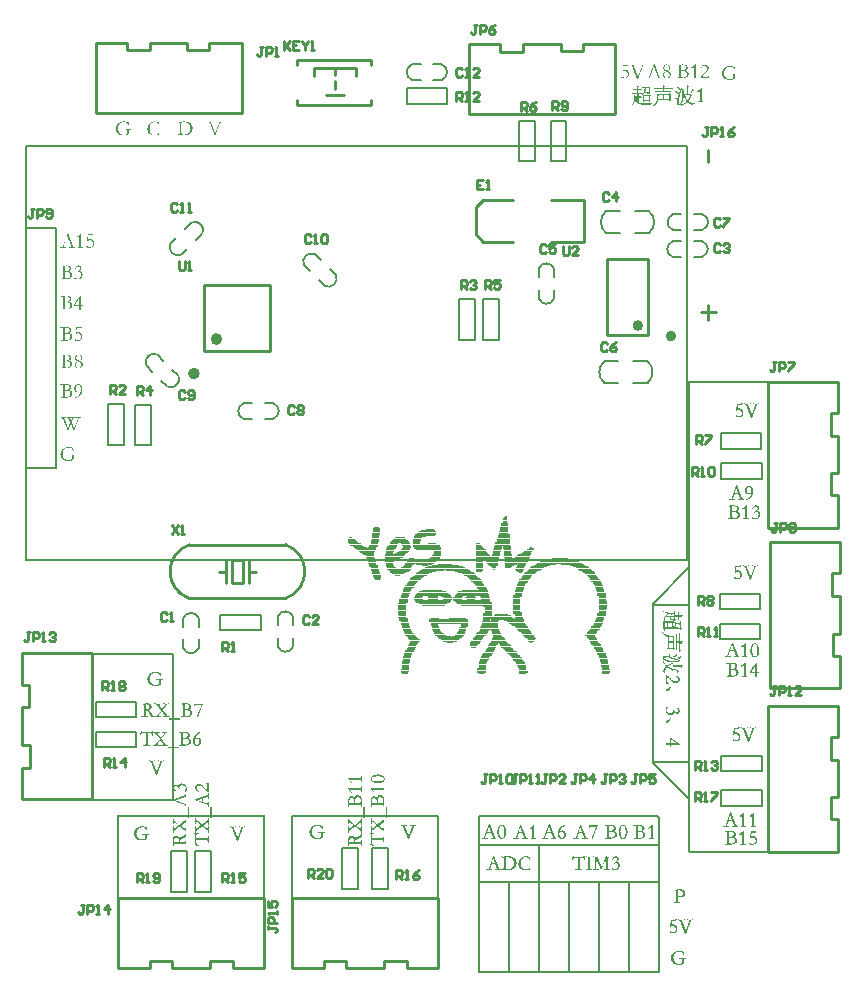
<source format=gto>
G04*
G04 #@! TF.GenerationSoftware,Altium Limited,Altium Designer,20.0.2 (26)*
G04*
G04 Layer_Color=65535*
%FSLAX24Y24*%
%MOIN*%
G70*
G01*
G75*
%ADD10C,0.0079*%
%ADD11C,0.0200*%
%ADD12C,0.0197*%
%ADD13C,0.0100*%
%ADD14C,0.0040*%
%ADD15C,0.0080*%
%ADD16C,0.0098*%
G36*
X2591Y24903D02*
X2463D01*
X2452Y24903D01*
X2442D01*
X2438Y24902D01*
X2432D01*
X2430Y24901D01*
X2421Y24771D01*
X2421D01*
X2422Y24772D01*
X2426Y24773D01*
X2432Y24775D01*
X2441Y24778D01*
X2450Y24781D01*
X2461Y24783D01*
X2473Y24785D01*
X2485Y24786D01*
X2491D01*
X2495Y24785D01*
X2500Y24784D01*
X2506Y24783D01*
X2519Y24780D01*
X2535Y24776D01*
X2552Y24769D01*
X2560Y24764D01*
X2568Y24759D01*
X2576Y24753D01*
X2584Y24746D01*
X2585Y24745D01*
X2586Y24744D01*
X2588Y24741D01*
X2591Y24738D01*
X2594Y24735D01*
X2597Y24729D01*
X2600Y24724D01*
X2605Y24718D01*
X2609Y24711D01*
X2612Y24703D01*
X2618Y24685D01*
X2623Y24664D01*
X2624Y24653D01*
X2625Y24641D01*
Y24641D01*
Y24638D01*
Y24635D01*
X2624Y24629D01*
X2623Y24624D01*
X2622Y24617D01*
X2620Y24609D01*
X2619Y24601D01*
X2612Y24583D01*
X2609Y24573D01*
X2603Y24564D01*
X2598Y24555D01*
X2591Y24546D01*
X2583Y24538D01*
X2574Y24530D01*
X2574Y24529D01*
X2572Y24528D01*
X2569Y24526D01*
X2566Y24523D01*
X2561Y24520D01*
X2555Y24517D01*
X2549Y24513D01*
X2541Y24510D01*
X2533Y24505D01*
X2524Y24501D01*
X2505Y24496D01*
X2483Y24490D01*
X2472Y24490D01*
X2460Y24489D01*
X2454D01*
X2447Y24490D01*
X2438Y24490D01*
X2428Y24492D01*
X2417Y24494D01*
X2406Y24497D01*
X2394Y24501D01*
X2392Y24501D01*
X2389Y24503D01*
X2384Y24505D01*
X2379Y24509D01*
X2374Y24513D01*
X2369Y24518D01*
X2366Y24523D01*
X2364Y24528D01*
Y24530D01*
X2365Y24533D01*
X2367Y24538D01*
X2371Y24543D01*
X2372Y24544D01*
X2375Y24547D01*
X2381Y24549D01*
X2389Y24550D01*
X2390D01*
X2393Y24550D01*
X2398Y24549D01*
X2401Y24547D01*
X2402Y24546D01*
X2404Y24545D01*
X2406Y24543D01*
X2409Y24541D01*
X2414Y24538D01*
X2419Y24535D01*
X2430Y24528D01*
X2444Y24521D01*
X2457Y24515D01*
X2470Y24510D01*
X2476Y24510D01*
X2482Y24509D01*
X2486D01*
X2489Y24510D01*
X2496Y24511D01*
X2506Y24513D01*
X2517Y24518D01*
X2529Y24524D01*
X2540Y24533D01*
X2546Y24538D01*
X2552Y24544D01*
X2553Y24544D01*
X2554Y24545D01*
X2555Y24547D01*
X2557Y24550D01*
X2562Y24557D01*
X2568Y24567D01*
X2574Y24579D01*
X2578Y24592D01*
X2582Y24608D01*
X2583Y24625D01*
Y24626D01*
Y24627D01*
Y24630D01*
X2583Y24633D01*
Y24638D01*
X2582Y24643D01*
X2580Y24655D01*
X2576Y24667D01*
X2570Y24681D01*
X2563Y24695D01*
X2552Y24708D01*
Y24709D01*
X2551Y24709D01*
X2547Y24713D01*
X2540Y24718D01*
X2531Y24725D01*
X2520Y24731D01*
X2507Y24736D01*
X2492Y24740D01*
X2484Y24741D01*
X2469D01*
X2464Y24741D01*
X2458Y24740D01*
X2452Y24738D01*
X2438Y24735D01*
X2438D01*
X2435Y24734D01*
X2432Y24732D01*
X2429Y24730D01*
X2421Y24725D01*
X2416Y24721D01*
X2413Y24718D01*
X2401D01*
X2415Y24945D01*
X2521D01*
X2533Y24946D01*
X2555D01*
X2559Y24947D01*
X2563D01*
X2566Y24948D01*
X2569D01*
X2572Y24949D01*
X2580Y24952D01*
X2584Y24954D01*
X2587Y24957D01*
X2598D01*
X2591Y24903D01*
D02*
G37*
G36*
X2182Y24543D02*
Y24542D01*
X2182Y24539D01*
X2183Y24536D01*
X2184Y24530D01*
X2187Y24526D01*
X2192Y24521D01*
X2198Y24517D01*
X2206Y24515D01*
X2239Y24509D01*
Y24499D01*
X2233D01*
X2225Y24499D01*
X2202D01*
X2188Y24500D01*
X2115D01*
X2101Y24499D01*
X2086D01*
X2072Y24499D01*
Y24509D01*
X2109Y24516D01*
X2110D01*
X2113Y24516D01*
X2117Y24518D01*
X2122Y24521D01*
X2126Y24524D01*
X2130Y24529D01*
X2133Y24536D01*
X2134Y24543D01*
Y24896D01*
X2049Y24840D01*
X2039Y24854D01*
X2040Y24855D01*
X2042Y24856D01*
X2045Y24858D01*
X2048Y24860D01*
X2053Y24864D01*
X2059Y24868D01*
X2065Y24873D01*
X2073Y24879D01*
X2081Y24886D01*
X2090Y24892D01*
X2099Y24900D01*
X2110Y24909D01*
X2121Y24919D01*
X2133Y24929D01*
X2145Y24941D01*
X2158Y24953D01*
X2182D01*
Y24543D01*
D02*
G37*
G36*
X1916Y24544D02*
Y24544D01*
X1917Y24542D01*
X1919Y24538D01*
X1922Y24533D01*
X1925Y24528D01*
X1926Y24527D01*
X1928Y24525D01*
X1933Y24523D01*
X1940Y24520D01*
X1980Y24508D01*
Y24499D01*
X1969D01*
X1965Y24499D01*
X1941D01*
X1925Y24500D01*
X1838D01*
X1823Y24499D01*
X1808D01*
X1793Y24499D01*
Y24508D01*
X1840Y24516D01*
X1840D01*
X1842Y24516D01*
X1844D01*
X1847Y24517D01*
X1854Y24518D01*
X1857Y24519D01*
X1859Y24520D01*
X1860Y24521D01*
X1862Y24522D01*
X1863Y24525D01*
X1864Y24529D01*
Y24530D01*
X1863Y24533D01*
X1863Y24537D01*
X1860Y24543D01*
X1803Y24702D01*
X1662D01*
X1605Y24537D01*
Y24536D01*
X1604Y24533D01*
X1604Y24529D01*
X1603Y24525D01*
Y24524D01*
X1604Y24522D01*
X1605Y24519D01*
X1607Y24516D01*
X1608D01*
X1611Y24515D01*
X1617Y24514D01*
X1621Y24513D01*
X1625D01*
X1675Y24510D01*
Y24499D01*
X1664D01*
X1659Y24500D01*
X1519D01*
X1513Y24499D01*
X1501D01*
Y24510D01*
X1544Y24513D01*
X1545D01*
X1548Y24514D01*
X1553Y24516D01*
X1558Y24518D01*
X1563Y24521D01*
X1569Y24525D01*
X1573Y24531D01*
X1578Y24539D01*
X1738Y24971D01*
X1758D01*
X1916Y24544D01*
D02*
G37*
G36*
X2122Y23901D02*
X2132Y23900D01*
X2142Y23897D01*
X2153Y23893D01*
X2165Y23887D01*
X2175Y23880D01*
X2176Y23879D01*
X2179Y23876D01*
X2184Y23871D01*
X2189Y23865D01*
X2193Y23858D01*
X2198Y23849D01*
X2201Y23839D01*
X2202Y23829D01*
Y23827D01*
Y23824D01*
X2202Y23819D01*
X2200Y23812D01*
X2198Y23804D01*
X2194Y23795D01*
X2190Y23786D01*
X2183Y23776D01*
X2182Y23775D01*
X2179Y23772D01*
X2175Y23767D01*
X2169Y23760D01*
X2161Y23752D01*
X2150Y23742D01*
X2139Y23733D01*
X2125Y23722D01*
X2138D01*
X2142Y23721D01*
X2154Y23719D01*
X2167Y23716D01*
X2182Y23710D01*
X2188Y23706D01*
X2195Y23702D01*
X2202Y23696D01*
X2207Y23691D01*
X2208Y23690D01*
X2209Y23689D01*
X2210Y23687D01*
X2213Y23685D01*
X2218Y23677D01*
X2224Y23667D01*
X2229Y23654D01*
X2234Y23639D01*
X2238Y23622D01*
X2239Y23613D01*
Y23603D01*
Y23602D01*
Y23600D01*
Y23597D01*
X2239Y23591D01*
X2238Y23585D01*
X2236Y23579D01*
X2235Y23571D01*
X2233Y23562D01*
X2227Y23544D01*
X2223Y23534D01*
X2219Y23525D01*
X2213Y23514D01*
X2206Y23505D01*
X2199Y23495D01*
X2190Y23486D01*
X2189Y23486D01*
X2187Y23484D01*
X2184Y23482D01*
X2181Y23479D01*
X2176Y23475D01*
X2170Y23471D01*
X2164Y23467D01*
X2156Y23463D01*
X2148Y23458D01*
X2138Y23454D01*
X2128Y23450D01*
X2116Y23446D01*
X2105Y23443D01*
X2092Y23441D01*
X2079Y23440D01*
X2065Y23439D01*
X2056D01*
X2048Y23440D01*
X2036Y23440D01*
X2025Y23442D01*
X2012Y23443D01*
X1999Y23446D01*
X1989Y23450D01*
X1988Y23451D01*
X1985Y23452D01*
X1981Y23454D01*
X1977Y23458D01*
X1972Y23462D01*
X1968Y23466D01*
X1965Y23471D01*
X1964Y23477D01*
Y23479D01*
X1965Y23482D01*
X1967Y23486D01*
X1971Y23491D01*
X1972Y23491D01*
X1975Y23494D01*
X1980Y23496D01*
X1985Y23497D01*
X1988D01*
X1990Y23496D01*
X1994Y23495D01*
X1997Y23494D01*
X2002Y23491D01*
X2007Y23488D01*
X2013Y23484D01*
X2014D01*
X2014Y23483D01*
X2017Y23481D01*
X2019Y23480D01*
X2027Y23474D01*
X2036Y23469D01*
X2047Y23463D01*
X2059Y23458D01*
X2070Y23455D01*
X2081Y23454D01*
X2085D01*
X2088Y23454D01*
X2096Y23456D01*
X2107Y23458D01*
X2119Y23463D01*
X2131Y23470D01*
X2138Y23474D01*
X2145Y23479D01*
X2151Y23485D01*
X2157Y23491D01*
X2158Y23492D01*
X2159Y23493D01*
X2160Y23495D01*
X2162Y23498D01*
X2165Y23502D01*
X2167Y23506D01*
X2174Y23517D01*
X2180Y23531D01*
X2185Y23546D01*
X2189Y23564D01*
X2190Y23574D01*
Y23584D01*
Y23585D01*
Y23586D01*
Y23588D01*
Y23591D01*
X2189Y23599D01*
X2187Y23611D01*
X2185Y23622D01*
X2181Y23634D01*
X2176Y23647D01*
X2168Y23659D01*
X2167Y23660D01*
X2165Y23663D01*
X2159Y23668D01*
X2153Y23673D01*
X2145Y23679D01*
X2135Y23684D01*
X2124Y23687D01*
X2111Y23688D01*
X2107D01*
X2102Y23687D01*
X2095Y23685D01*
X2087Y23682D01*
X2077Y23679D01*
X2068Y23673D01*
X2057Y23665D01*
X2049Y23678D01*
X2050Y23679D01*
X2052Y23680D01*
X2055Y23682D01*
X2059Y23686D01*
X2063Y23690D01*
X2069Y23694D01*
X2081Y23704D01*
X2082Y23705D01*
X2085Y23706D01*
X2088Y23710D01*
X2093Y23713D01*
X2099Y23719D01*
X2106Y23725D01*
X2120Y23738D01*
X2134Y23753D01*
X2141Y23761D01*
X2147Y23770D01*
X2152Y23778D01*
X2156Y23786D01*
X2159Y23794D01*
X2159Y23802D01*
Y23803D01*
Y23807D01*
X2159Y23812D01*
X2157Y23819D01*
X2154Y23826D01*
X2151Y23833D01*
X2146Y23841D01*
X2139Y23848D01*
X2139Y23849D01*
X2136Y23851D01*
X2132Y23854D01*
X2126Y23857D01*
X2119Y23860D01*
X2111Y23863D01*
X2101Y23865D01*
X2091Y23866D01*
X2086D01*
X2080Y23865D01*
X2074Y23864D01*
X2065Y23861D01*
X2056Y23858D01*
X2046Y23854D01*
X2036Y23848D01*
X2036Y23847D01*
X2032Y23845D01*
X2028Y23841D01*
X2022Y23836D01*
X2016Y23829D01*
X2009Y23820D01*
X2003Y23810D01*
X1997Y23799D01*
X1985Y23806D01*
Y23807D01*
X1985Y23808D01*
X1987Y23810D01*
X1988Y23814D01*
X1993Y23823D01*
X1999Y23833D01*
X2006Y23845D01*
X2014Y23857D01*
X2024Y23869D01*
X2034Y23878D01*
X2036Y23879D01*
X2039Y23882D01*
X2046Y23886D01*
X2055Y23891D01*
X2065Y23895D01*
X2078Y23899D01*
X2093Y23902D01*
X2108Y23903D01*
X2115D01*
X2122Y23901D01*
D02*
G37*
G36*
X1713Y23902D02*
X1720D01*
X1727Y23901D01*
X1736Y23901D01*
X1745Y23899D01*
X1765Y23896D01*
X1785Y23891D01*
X1805Y23884D01*
X1814Y23880D01*
X1822Y23875D01*
X1823D01*
X1823Y23873D01*
X1826Y23872D01*
X1829Y23870D01*
X1835Y23864D01*
X1843Y23855D01*
X1851Y23844D01*
X1857Y23830D01*
X1860Y23822D01*
X1863Y23814D01*
X1863Y23806D01*
X1864Y23796D01*
Y23796D01*
Y23794D01*
X1863Y23791D01*
X1863Y23787D01*
X1862Y23783D01*
X1860Y23777D01*
X1857Y23771D01*
X1854Y23765D01*
X1851Y23758D01*
X1846Y23751D01*
X1839Y23744D01*
X1832Y23736D01*
X1823Y23729D01*
X1812Y23722D01*
X1800Y23714D01*
X1787Y23708D01*
X1789D01*
X1792Y23706D01*
X1797Y23705D01*
X1804Y23702D01*
X1812Y23698D01*
X1822Y23693D01*
X1832Y23688D01*
X1842Y23681D01*
X1852Y23673D01*
X1862Y23665D01*
X1871Y23654D01*
X1880Y23643D01*
X1886Y23631D01*
X1892Y23616D01*
X1895Y23602D01*
X1897Y23585D01*
Y23584D01*
Y23583D01*
Y23581D01*
Y23578D01*
X1895Y23571D01*
X1894Y23562D01*
X1891Y23551D01*
X1886Y23539D01*
X1880Y23526D01*
X1871Y23514D01*
X1870Y23512D01*
X1867Y23508D01*
X1861Y23503D01*
X1854Y23495D01*
X1844Y23488D01*
X1832Y23480D01*
X1819Y23472D01*
X1803Y23466D01*
X1803D01*
X1801Y23465D01*
X1799Y23464D01*
X1796Y23463D01*
X1792Y23462D01*
X1787Y23460D01*
X1775Y23458D01*
X1761Y23455D01*
X1746Y23452D01*
X1728Y23451D01*
X1709Y23450D01*
X1510D01*
Y23461D01*
X1554Y23469D01*
X1555D01*
X1556Y23470D01*
X1558Y23471D01*
X1561Y23471D01*
X1568Y23475D01*
X1571Y23477D01*
X1573Y23480D01*
Y23480D01*
X1574Y23481D01*
X1575Y23483D01*
X1576Y23486D01*
X1578Y23490D01*
X1578Y23495D01*
X1579Y23501D01*
Y23508D01*
Y23853D01*
Y23854D01*
Y23856D01*
X1578Y23860D01*
X1578Y23865D01*
X1575Y23870D01*
X1574Y23870D01*
X1573Y23871D01*
X1570Y23873D01*
X1567Y23874D01*
X1561Y23875D01*
X1556Y23876D01*
X1547Y23877D01*
X1501Y23881D01*
Y23893D01*
X1543Y23895D01*
X1549D01*
X1556Y23896D01*
X1564Y23897D01*
X1575D01*
X1587Y23898D01*
X1599Y23898D01*
X1612Y23899D01*
X1640Y23901D01*
X1653Y23901D01*
X1666D01*
X1677Y23902D01*
X1686Y23903D01*
X1707D01*
X1713Y23902D01*
D02*
G37*
G36*
Y22892D02*
X1720D01*
X1727Y22891D01*
X1736Y22891D01*
X1745Y22889D01*
X1765Y22886D01*
X1785Y22881D01*
X1805Y22874D01*
X1814Y22870D01*
X1822Y22865D01*
X1823D01*
X1823Y22863D01*
X1826Y22862D01*
X1829Y22860D01*
X1835Y22854D01*
X1843Y22845D01*
X1851Y22834D01*
X1857Y22820D01*
X1860Y22812D01*
X1863Y22804D01*
X1863Y22796D01*
X1864Y22786D01*
Y22786D01*
Y22784D01*
X1863Y22781D01*
X1863Y22777D01*
X1862Y22773D01*
X1860Y22767D01*
X1857Y22761D01*
X1854Y22755D01*
X1851Y22748D01*
X1846Y22741D01*
X1839Y22734D01*
X1832Y22726D01*
X1823Y22719D01*
X1812Y22712D01*
X1800Y22704D01*
X1787Y22698D01*
X1789D01*
X1792Y22696D01*
X1797Y22695D01*
X1804Y22692D01*
X1812Y22688D01*
X1822Y22683D01*
X1832Y22678D01*
X1842Y22671D01*
X1852Y22663D01*
X1862Y22655D01*
X1871Y22644D01*
X1880Y22633D01*
X1886Y22621D01*
X1892Y22606D01*
X1895Y22592D01*
X1897Y22575D01*
Y22574D01*
Y22573D01*
Y22571D01*
Y22568D01*
X1895Y22561D01*
X1894Y22552D01*
X1891Y22541D01*
X1886Y22529D01*
X1880Y22516D01*
X1871Y22504D01*
X1870Y22502D01*
X1867Y22498D01*
X1861Y22493D01*
X1854Y22485D01*
X1844Y22478D01*
X1832Y22470D01*
X1819Y22462D01*
X1803Y22456D01*
X1803D01*
X1801Y22455D01*
X1799Y22454D01*
X1796Y22453D01*
X1792Y22452D01*
X1787Y22450D01*
X1775Y22448D01*
X1761Y22445D01*
X1746Y22442D01*
X1728Y22441D01*
X1709Y22440D01*
X1510D01*
Y22451D01*
X1554Y22459D01*
X1555D01*
X1556Y22460D01*
X1558Y22461D01*
X1561Y22461D01*
X1568Y22465D01*
X1571Y22467D01*
X1573Y22470D01*
Y22470D01*
X1574Y22471D01*
X1575Y22473D01*
X1576Y22476D01*
X1578Y22480D01*
X1578Y22485D01*
X1579Y22491D01*
Y22498D01*
Y22843D01*
Y22844D01*
Y22846D01*
X1578Y22850D01*
X1578Y22855D01*
X1575Y22860D01*
X1574Y22860D01*
X1573Y22861D01*
X1570Y22863D01*
X1567Y22864D01*
X1561Y22865D01*
X1556Y22866D01*
X1547Y22867D01*
X1501Y22871D01*
Y22883D01*
X1543Y22885D01*
X1549D01*
X1556Y22886D01*
X1564Y22887D01*
X1575D01*
X1587Y22888D01*
X1599Y22888D01*
X1612Y22889D01*
X1640Y22891D01*
X1653Y22891D01*
X1666D01*
X1677Y22892D01*
X1686Y22893D01*
X1707D01*
X1713Y22892D01*
D02*
G37*
G36*
X2180Y22597D02*
X2256D01*
Y22564D01*
X2180D01*
Y22429D01*
X2133D01*
Y22564D01*
X1950D01*
Y22587D01*
X2035Y22712D01*
X2163Y22893D01*
X2180D01*
Y22597D01*
D02*
G37*
G36*
X2202Y21803D02*
X2074D01*
X2062Y21803D01*
X2052D01*
X2048Y21802D01*
X2042D01*
X2040Y21801D01*
X2031Y21671D01*
X2031D01*
X2032Y21672D01*
X2036Y21673D01*
X2042Y21675D01*
X2051Y21678D01*
X2060Y21681D01*
X2071Y21683D01*
X2083Y21685D01*
X2095Y21686D01*
X2101D01*
X2105Y21685D01*
X2110Y21684D01*
X2116Y21683D01*
X2129Y21680D01*
X2145Y21676D01*
X2162Y21669D01*
X2170Y21664D01*
X2178Y21659D01*
X2186Y21653D01*
X2194Y21646D01*
X2195Y21645D01*
X2196Y21644D01*
X2198Y21641D01*
X2201Y21638D01*
X2204Y21635D01*
X2207Y21629D01*
X2210Y21624D01*
X2215Y21618D01*
X2219Y21611D01*
X2222Y21603D01*
X2228Y21585D01*
X2233Y21564D01*
X2234Y21553D01*
X2235Y21541D01*
Y21541D01*
Y21538D01*
Y21535D01*
X2234Y21530D01*
X2233Y21524D01*
X2232Y21517D01*
X2230Y21509D01*
X2229Y21501D01*
X2222Y21483D01*
X2219Y21473D01*
X2213Y21464D01*
X2208Y21455D01*
X2201Y21446D01*
X2193Y21438D01*
X2184Y21430D01*
X2184Y21429D01*
X2182Y21428D01*
X2179Y21426D01*
X2176Y21423D01*
X2171Y21420D01*
X2165Y21417D01*
X2159Y21413D01*
X2151Y21410D01*
X2143Y21405D01*
X2134Y21401D01*
X2115Y21396D01*
X2093Y21390D01*
X2082Y21390D01*
X2070Y21389D01*
X2064D01*
X2057Y21390D01*
X2048Y21390D01*
X2038Y21392D01*
X2027Y21394D01*
X2016Y21397D01*
X2004Y21401D01*
X2002Y21401D01*
X1999Y21403D01*
X1994Y21405D01*
X1989Y21409D01*
X1984Y21413D01*
X1979Y21418D01*
X1976Y21423D01*
X1974Y21428D01*
Y21430D01*
X1975Y21433D01*
X1977Y21438D01*
X1981Y21443D01*
X1982Y21444D01*
X1985Y21447D01*
X1991Y21449D01*
X1999Y21450D01*
X2000D01*
X2003Y21450D01*
X2008Y21449D01*
X2011Y21447D01*
X2012Y21446D01*
X2014Y21445D01*
X2017Y21443D01*
X2019Y21441D01*
X2024Y21438D01*
X2029Y21435D01*
X2040Y21428D01*
X2054Y21421D01*
X2067Y21415D01*
X2080Y21410D01*
X2086Y21410D01*
X2092Y21409D01*
X2096D01*
X2099Y21410D01*
X2106Y21411D01*
X2116Y21413D01*
X2127Y21418D01*
X2139Y21424D01*
X2150Y21433D01*
X2156Y21438D01*
X2162Y21444D01*
X2163Y21444D01*
X2164Y21445D01*
X2165Y21447D01*
X2167Y21450D01*
X2172Y21457D01*
X2178Y21467D01*
X2184Y21479D01*
X2188Y21493D01*
X2192Y21508D01*
X2193Y21525D01*
Y21526D01*
Y21527D01*
Y21530D01*
X2193Y21533D01*
Y21538D01*
X2192Y21543D01*
X2190Y21555D01*
X2186Y21567D01*
X2180Y21581D01*
X2173Y21595D01*
X2162Y21608D01*
Y21609D01*
X2161Y21609D01*
X2157Y21613D01*
X2150Y21618D01*
X2141Y21625D01*
X2130Y21631D01*
X2117Y21636D01*
X2102Y21640D01*
X2094Y21641D01*
X2079D01*
X2074Y21641D01*
X2068Y21640D01*
X2062Y21638D01*
X2048Y21635D01*
X2048D01*
X2045Y21634D01*
X2042Y21632D01*
X2039Y21630D01*
X2031Y21625D01*
X2026Y21621D01*
X2023Y21618D01*
X2011D01*
X2025Y21845D01*
X2131D01*
X2143Y21846D01*
X2165D01*
X2169Y21847D01*
X2173D01*
X2176Y21848D01*
X2179D01*
X2182Y21849D01*
X2190Y21852D01*
X2194Y21854D01*
X2197Y21857D01*
X2208D01*
X2202Y21803D01*
D02*
G37*
G36*
X1713Y21852D02*
X1720D01*
X1727Y21851D01*
X1736Y21851D01*
X1745Y21849D01*
X1765Y21846D01*
X1785Y21841D01*
X1805Y21834D01*
X1814Y21830D01*
X1822Y21825D01*
X1823D01*
X1823Y21823D01*
X1826Y21822D01*
X1829Y21820D01*
X1835Y21814D01*
X1843Y21805D01*
X1851Y21794D01*
X1857Y21780D01*
X1860Y21772D01*
X1863Y21764D01*
X1863Y21756D01*
X1864Y21746D01*
Y21746D01*
Y21744D01*
X1863Y21741D01*
X1863Y21737D01*
X1862Y21733D01*
X1860Y21727D01*
X1857Y21721D01*
X1854Y21715D01*
X1851Y21708D01*
X1846Y21701D01*
X1839Y21694D01*
X1832Y21686D01*
X1823Y21679D01*
X1812Y21672D01*
X1800Y21664D01*
X1787Y21658D01*
X1789D01*
X1792Y21656D01*
X1797Y21655D01*
X1804Y21652D01*
X1812Y21648D01*
X1822Y21643D01*
X1832Y21638D01*
X1842Y21631D01*
X1852Y21623D01*
X1862Y21615D01*
X1871Y21604D01*
X1880Y21593D01*
X1886Y21581D01*
X1892Y21567D01*
X1895Y21552D01*
X1897Y21535D01*
Y21534D01*
Y21533D01*
Y21531D01*
Y21528D01*
X1895Y21521D01*
X1894Y21512D01*
X1891Y21501D01*
X1886Y21489D01*
X1880Y21476D01*
X1871Y21464D01*
X1870Y21462D01*
X1867Y21458D01*
X1861Y21453D01*
X1854Y21445D01*
X1844Y21438D01*
X1832Y21430D01*
X1819Y21422D01*
X1803Y21416D01*
X1803D01*
X1801Y21415D01*
X1799Y21414D01*
X1796Y21413D01*
X1792Y21412D01*
X1787Y21410D01*
X1775Y21408D01*
X1761Y21405D01*
X1746Y21402D01*
X1728Y21401D01*
X1709Y21400D01*
X1510D01*
Y21411D01*
X1554Y21419D01*
X1555D01*
X1556Y21420D01*
X1558Y21421D01*
X1561Y21421D01*
X1568Y21425D01*
X1571Y21427D01*
X1573Y21430D01*
Y21430D01*
X1574Y21431D01*
X1575Y21433D01*
X1576Y21436D01*
X1578Y21440D01*
X1578Y21445D01*
X1579Y21451D01*
Y21458D01*
Y21803D01*
Y21804D01*
Y21806D01*
X1578Y21810D01*
X1578Y21815D01*
X1575Y21820D01*
X1574Y21820D01*
X1573Y21821D01*
X1570Y21823D01*
X1567Y21824D01*
X1561Y21825D01*
X1556Y21826D01*
X1547Y21827D01*
X1501Y21831D01*
Y21843D01*
X1543Y21845D01*
X1549D01*
X1556Y21846D01*
X1564Y21847D01*
X1575D01*
X1587Y21848D01*
X1599Y21848D01*
X1612Y21849D01*
X1640Y21851D01*
X1653Y21851D01*
X1666D01*
X1677Y21852D01*
X1686Y21853D01*
X1707D01*
X1713Y21852D01*
D02*
G37*
G36*
Y20932D02*
X1720D01*
X1727Y20931D01*
X1736Y20931D01*
X1745Y20929D01*
X1765Y20926D01*
X1785Y20921D01*
X1805Y20914D01*
X1814Y20910D01*
X1822Y20905D01*
X1823D01*
X1823Y20903D01*
X1826Y20902D01*
X1829Y20900D01*
X1835Y20894D01*
X1843Y20885D01*
X1851Y20874D01*
X1857Y20860D01*
X1860Y20852D01*
X1863Y20844D01*
X1863Y20836D01*
X1864Y20826D01*
Y20826D01*
Y20824D01*
X1863Y20821D01*
X1863Y20817D01*
X1862Y20813D01*
X1860Y20807D01*
X1857Y20801D01*
X1854Y20795D01*
X1851Y20788D01*
X1846Y20781D01*
X1839Y20774D01*
X1832Y20766D01*
X1823Y20759D01*
X1812Y20752D01*
X1800Y20744D01*
X1787Y20738D01*
X1789D01*
X1792Y20736D01*
X1797Y20735D01*
X1804Y20732D01*
X1812Y20728D01*
X1822Y20723D01*
X1832Y20718D01*
X1842Y20711D01*
X1852Y20703D01*
X1862Y20695D01*
X1871Y20684D01*
X1880Y20673D01*
X1886Y20661D01*
X1892Y20647D01*
X1895Y20632D01*
X1897Y20615D01*
Y20614D01*
Y20613D01*
Y20611D01*
Y20608D01*
X1895Y20601D01*
X1894Y20592D01*
X1891Y20581D01*
X1886Y20569D01*
X1880Y20556D01*
X1871Y20544D01*
X1870Y20542D01*
X1867Y20538D01*
X1861Y20533D01*
X1854Y20525D01*
X1844Y20518D01*
X1832Y20510D01*
X1819Y20502D01*
X1803Y20496D01*
X1803D01*
X1801Y20495D01*
X1799Y20494D01*
X1796Y20493D01*
X1792Y20492D01*
X1787Y20490D01*
X1775Y20488D01*
X1761Y20485D01*
X1746Y20482D01*
X1728Y20481D01*
X1709Y20480D01*
X1510D01*
Y20491D01*
X1554Y20499D01*
X1555D01*
X1556Y20500D01*
X1558Y20501D01*
X1561Y20501D01*
X1568Y20505D01*
X1571Y20507D01*
X1573Y20510D01*
Y20510D01*
X1574Y20511D01*
X1575Y20513D01*
X1576Y20516D01*
X1578Y20520D01*
X1578Y20525D01*
X1579Y20531D01*
Y20538D01*
Y20883D01*
Y20884D01*
Y20886D01*
X1578Y20890D01*
X1578Y20895D01*
X1575Y20900D01*
X1574Y20900D01*
X1573Y20901D01*
X1570Y20903D01*
X1567Y20904D01*
X1561Y20905D01*
X1556Y20906D01*
X1547Y20907D01*
X1501Y20911D01*
Y20923D01*
X1543Y20925D01*
X1549D01*
X1556Y20926D01*
X1564Y20927D01*
X1575D01*
X1587Y20928D01*
X1599Y20928D01*
X1612Y20929D01*
X1640Y20931D01*
X1653Y20931D01*
X1666D01*
X1677Y20932D01*
X1686Y20933D01*
X1707D01*
X1713Y20932D01*
D02*
G37*
G36*
X2113D02*
X2117D01*
X2123Y20931D01*
X2135Y20929D01*
X2149Y20925D01*
X2164Y20920D01*
X2178Y20913D01*
X2191Y20903D01*
X2192D01*
X2193Y20902D01*
X2196Y20898D01*
X2202Y20892D01*
X2208Y20883D01*
X2214Y20873D01*
X2220Y20860D01*
X2224Y20846D01*
X2225Y20838D01*
Y20830D01*
Y20829D01*
Y20829D01*
Y20826D01*
Y20823D01*
X2224Y20817D01*
X2222Y20808D01*
X2220Y20798D01*
X2216Y20788D01*
X2211Y20777D01*
X2204Y20768D01*
X2203Y20767D01*
X2200Y20764D01*
X2195Y20759D01*
X2188Y20754D01*
X2179Y20747D01*
X2169Y20740D01*
X2156Y20732D01*
X2142Y20724D01*
X2143D01*
X2145Y20723D01*
X2148Y20721D01*
X2153Y20719D01*
X2158Y20716D01*
X2165Y20712D01*
X2178Y20705D01*
X2192Y20695D01*
X2206Y20684D01*
X2212Y20678D01*
X2218Y20672D01*
X2223Y20666D01*
X2227Y20661D01*
X2227Y20659D01*
X2230Y20655D01*
X2233Y20649D01*
X2236Y20641D01*
X2239Y20631D01*
X2242Y20621D01*
X2244Y20609D01*
X2245Y20597D01*
Y20596D01*
Y20595D01*
Y20592D01*
X2244Y20588D01*
X2244Y20584D01*
X2243Y20578D01*
X2240Y20566D01*
X2236Y20552D01*
X2229Y20537D01*
X2224Y20529D01*
X2219Y20521D01*
X2213Y20514D01*
X2206Y20507D01*
X2205Y20506D01*
X2204Y20505D01*
X2202Y20503D01*
X2199Y20501D01*
X2196Y20498D01*
X2190Y20495D01*
X2179Y20488D01*
X2165Y20481D01*
X2149Y20475D01*
X2130Y20470D01*
X2120Y20470D01*
X2109Y20469D01*
X2103D01*
X2099Y20470D01*
X2094D01*
X2088Y20470D01*
X2075Y20473D01*
X2059Y20477D01*
X2043Y20483D01*
X2028Y20491D01*
X2020Y20496D01*
X2014Y20501D01*
X2013Y20502D01*
X2012Y20503D01*
X2008Y20507D01*
X2002Y20515D01*
X1996Y20524D01*
X1989Y20536D01*
X1984Y20551D01*
X1980Y20567D01*
X1979Y20576D01*
X1978Y20585D01*
Y20587D01*
Y20590D01*
X1979Y20596D01*
X1980Y20604D01*
X1982Y20614D01*
X1984Y20624D01*
X1988Y20635D01*
X1992Y20646D01*
X1993Y20647D01*
X1996Y20651D01*
X2000Y20657D01*
X2003Y20660D01*
X2008Y20664D01*
X2012Y20668D01*
X2018Y20672D01*
X2025Y20677D01*
X2032Y20682D01*
X2040Y20687D01*
X2049Y20692D01*
X2059Y20697D01*
X2071Y20702D01*
X2071Y20703D01*
X2068Y20704D01*
X2063Y20706D01*
X2058Y20710D01*
X2051Y20715D01*
X2044Y20720D01*
X2036Y20726D01*
X2028Y20732D01*
X2020Y20740D01*
X2013Y20749D01*
X2005Y20759D01*
X1999Y20769D01*
X1994Y20780D01*
X1989Y20792D01*
X1986Y20805D01*
X1985Y20818D01*
Y20819D01*
Y20820D01*
Y20823D01*
X1986Y20826D01*
X1988Y20834D01*
X1990Y20845D01*
X1994Y20857D01*
X2000Y20870D01*
X2009Y20884D01*
X2014Y20891D01*
X2020Y20897D01*
X2021Y20898D01*
X2022Y20899D01*
X2024Y20900D01*
X2027Y20903D01*
X2034Y20908D01*
X2044Y20915D01*
X2056Y20922D01*
X2071Y20928D01*
X2087Y20931D01*
X2095Y20932D01*
X2104Y20933D01*
X2109D01*
X2113Y20932D01*
D02*
G37*
G36*
X1713Y19952D02*
X1720D01*
X1727Y19951D01*
X1736Y19951D01*
X1745Y19949D01*
X1765Y19946D01*
X1785Y19941D01*
X1805Y19934D01*
X1814Y19930D01*
X1822Y19925D01*
X1823D01*
X1823Y19923D01*
X1826Y19922D01*
X1829Y19920D01*
X1835Y19914D01*
X1843Y19905D01*
X1851Y19894D01*
X1857Y19880D01*
X1860Y19872D01*
X1863Y19864D01*
X1863Y19856D01*
X1864Y19846D01*
Y19846D01*
Y19844D01*
X1863Y19841D01*
X1863Y19837D01*
X1862Y19833D01*
X1860Y19827D01*
X1857Y19821D01*
X1854Y19815D01*
X1851Y19808D01*
X1846Y19801D01*
X1839Y19794D01*
X1832Y19786D01*
X1823Y19779D01*
X1812Y19772D01*
X1800Y19764D01*
X1787Y19758D01*
X1789D01*
X1792Y19756D01*
X1797Y19755D01*
X1804Y19752D01*
X1812Y19748D01*
X1822Y19743D01*
X1832Y19738D01*
X1842Y19731D01*
X1852Y19723D01*
X1862Y19715D01*
X1871Y19704D01*
X1880Y19693D01*
X1886Y19681D01*
X1892Y19667D01*
X1895Y19652D01*
X1897Y19635D01*
Y19634D01*
Y19633D01*
Y19631D01*
Y19628D01*
X1895Y19621D01*
X1894Y19612D01*
X1891Y19601D01*
X1886Y19589D01*
X1880Y19576D01*
X1871Y19564D01*
X1870Y19562D01*
X1867Y19558D01*
X1861Y19553D01*
X1854Y19545D01*
X1844Y19538D01*
X1832Y19530D01*
X1819Y19522D01*
X1803Y19516D01*
X1803D01*
X1801Y19515D01*
X1799Y19514D01*
X1796Y19513D01*
X1792Y19512D01*
X1787Y19510D01*
X1775Y19508D01*
X1761Y19505D01*
X1746Y19502D01*
X1728Y19501D01*
X1709Y19500D01*
X1510D01*
Y19511D01*
X1554Y19519D01*
X1555D01*
X1556Y19520D01*
X1558Y19521D01*
X1561Y19521D01*
X1568Y19525D01*
X1571Y19527D01*
X1573Y19530D01*
Y19530D01*
X1574Y19531D01*
X1575Y19533D01*
X1576Y19536D01*
X1578Y19540D01*
X1578Y19545D01*
X1579Y19551D01*
Y19558D01*
Y19903D01*
Y19904D01*
Y19906D01*
X1578Y19910D01*
X1578Y19915D01*
X1575Y19920D01*
X1574Y19920D01*
X1573Y19921D01*
X1570Y19923D01*
X1567Y19924D01*
X1561Y19925D01*
X1556Y19926D01*
X1547Y19927D01*
X1501Y19931D01*
Y19943D01*
X1543Y19945D01*
X1549D01*
X1556Y19946D01*
X1564Y19947D01*
X1575D01*
X1587Y19948D01*
X1599Y19948D01*
X1612Y19949D01*
X1640Y19951D01*
X1653Y19951D01*
X1666D01*
X1677Y19952D01*
X1686Y19953D01*
X1707D01*
X1713Y19952D01*
D02*
G37*
G36*
X2104D02*
X2109Y19951D01*
X2115Y19950D01*
X2129Y19947D01*
X2145Y19941D01*
X2153Y19937D01*
X2162Y19932D01*
X2170Y19926D01*
X2179Y19920D01*
X2186Y19912D01*
X2193Y19903D01*
X2194Y19903D01*
X2195Y19901D01*
X2197Y19898D01*
X2199Y19894D01*
X2202Y19889D01*
X2205Y19884D01*
X2209Y19877D01*
X2213Y19869D01*
X2216Y19860D01*
X2219Y19851D01*
X2222Y19840D01*
X2225Y19829D01*
X2227Y19817D01*
X2230Y19804D01*
X2230Y19790D01*
X2231Y19776D01*
Y19775D01*
Y19771D01*
X2230Y19765D01*
Y19758D01*
X2229Y19748D01*
X2227Y19737D01*
X2225Y19724D01*
X2223Y19710D01*
X2219Y19695D01*
X2215Y19680D01*
X2209Y19664D01*
X2203Y19648D01*
X2195Y19631D01*
X2186Y19615D01*
X2176Y19598D01*
X2164Y19583D01*
X2163Y19582D01*
X2161Y19579D01*
X2157Y19575D01*
X2152Y19570D01*
X2145Y19564D01*
X2137Y19556D01*
X2128Y19548D01*
X2117Y19540D01*
X2105Y19532D01*
X2092Y19524D01*
X2078Y19516D01*
X2062Y19507D01*
X2046Y19501D01*
X2028Y19495D01*
X2010Y19490D01*
X1991Y19487D01*
X1988Y19501D01*
X1989D01*
X1992Y19502D01*
X1997Y19504D01*
X2003Y19505D01*
X2011Y19508D01*
X2019Y19511D01*
X2029Y19515D01*
X2040Y19520D01*
X2051Y19525D01*
X2062Y19532D01*
X2074Y19540D01*
X2086Y19548D01*
X2098Y19558D01*
X2109Y19569D01*
X2120Y19581D01*
X2130Y19595D01*
X2130Y19595D01*
X2132Y19598D01*
X2134Y19603D01*
X2138Y19608D01*
X2142Y19615D01*
X2146Y19625D01*
X2150Y19635D01*
X2156Y19647D01*
X2160Y19660D01*
X2165Y19674D01*
X2169Y19689D01*
X2173Y19706D01*
X2176Y19723D01*
X2179Y19742D01*
X2180Y19761D01*
X2181Y19782D01*
Y19783D01*
Y19785D01*
Y19789D01*
Y19795D01*
X2180Y19800D01*
X2179Y19808D01*
X2179Y19816D01*
X2178Y19824D01*
X2175Y19843D01*
X2170Y19862D01*
X2164Y19880D01*
X2160Y19888D01*
X2156Y19897D01*
Y19897D01*
X2154Y19898D01*
X2151Y19903D01*
X2145Y19909D01*
X2138Y19917D01*
X2128Y19924D01*
X2116Y19931D01*
X2103Y19935D01*
X2096Y19936D01*
X2088Y19937D01*
X2087D01*
X2083Y19936D01*
X2076Y19934D01*
X2069Y19932D01*
X2060Y19928D01*
X2051Y19921D01*
X2047Y19917D01*
X2042Y19912D01*
X2038Y19907D01*
X2034Y19900D01*
Y19900D01*
X2034Y19899D01*
X2032Y19897D01*
X2031Y19894D01*
X2030Y19890D01*
X2028Y19886D01*
X2024Y19874D01*
X2020Y19861D01*
X2017Y19845D01*
X2014Y19826D01*
X2014Y19804D01*
Y19803D01*
Y19802D01*
Y19800D01*
Y19796D01*
X2014Y19792D01*
Y19787D01*
X2016Y19776D01*
X2019Y19763D01*
X2022Y19750D01*
X2027Y19737D01*
X2034Y19725D01*
X2034Y19723D01*
X2037Y19721D01*
X2042Y19715D01*
X2048Y19710D01*
X2055Y19705D01*
X2065Y19700D01*
X2075Y19697D01*
X2087Y19695D01*
X2091D01*
X2094Y19696D01*
X2102Y19697D01*
X2111Y19698D01*
X2117Y19684D01*
X2116Y19683D01*
X2113Y19682D01*
X2110Y19681D01*
X2105Y19678D01*
X2098Y19676D01*
X2091Y19675D01*
X2083Y19674D01*
X2075Y19673D01*
X2071D01*
X2068Y19674D01*
X2059Y19675D01*
X2048Y19678D01*
X2036Y19683D01*
X2022Y19689D01*
X2016Y19694D01*
X2009Y19700D01*
X2002Y19706D01*
X1996Y19712D01*
Y19713D01*
X1994Y19715D01*
X1993Y19717D01*
X1991Y19720D01*
X1988Y19723D01*
X1985Y19728D01*
X1982Y19734D01*
X1979Y19740D01*
X1973Y19754D01*
X1967Y19771D01*
X1963Y19790D01*
X1963Y19800D01*
X1962Y19811D01*
Y19812D01*
Y19814D01*
Y19817D01*
X1963Y19821D01*
X1963Y19826D01*
X1964Y19832D01*
X1967Y19846D01*
X1971Y19862D01*
X1978Y19879D01*
X1982Y19887D01*
X1988Y19895D01*
X1994Y19903D01*
X2000Y19911D01*
X2001Y19912D01*
X2002Y19913D01*
X2004Y19915D01*
X2007Y19918D01*
X2011Y19921D01*
X2015Y19925D01*
X2026Y19932D01*
X2040Y19940D01*
X2056Y19946D01*
X2074Y19951D01*
X2083Y19952D01*
X2093Y19953D01*
X2099D01*
X2104Y19952D01*
D02*
G37*
G36*
X2191Y18836D02*
X2153Y18830D01*
X2152D01*
X2149Y18829D01*
X2145Y18828D01*
X2141Y18826D01*
X2137Y18823D01*
X2131Y18818D01*
X2127Y18813D01*
X2123Y18806D01*
X1960Y18384D01*
X1944D01*
X1848Y18611D01*
X1760Y18384D01*
X1744D01*
X1570Y18794D01*
Y18795D01*
X1569Y18797D01*
X1567Y18800D01*
X1566Y18805D01*
X1561Y18813D01*
X1558Y18816D01*
X1556Y18819D01*
X1556Y18820D01*
X1552Y18823D01*
X1547Y18826D01*
X1540Y18828D01*
X1501Y18836D01*
Y18848D01*
X1506D01*
X1508Y18847D01*
X1522D01*
X1528Y18846D01*
X1553D01*
X1564Y18845D01*
X1642D01*
X1659Y18846D01*
X1676D01*
X1692Y18847D01*
X1701Y18848D01*
X1707D01*
Y18847D01*
X1708Y18847D01*
X1722D01*
X1728Y18846D01*
X1753D01*
X1764Y18845D01*
X1815D01*
Y18848D01*
X1820D01*
X1825Y18847D01*
X1834D01*
X1839Y18846D01*
X1860D01*
D01*
X1876D01*
X1892Y18847D01*
X1901Y18848D01*
X1907D01*
Y18845D01*
X1941D01*
X1957Y18846D01*
X1971D01*
X1977Y18847D01*
X1983D01*
X1988Y18848D01*
X1991D01*
Y18836D01*
X1953Y18830D01*
X1952D01*
X1949Y18829D01*
X1945Y18828D01*
X1941Y18826D01*
X1937Y18823D01*
X1931Y18818D01*
X1927Y18813D01*
X1923Y18806D01*
X1877Y18685D01*
X1969Y18463D01*
X2083Y18780D01*
Y18780D01*
X2084Y18783D01*
X2085Y18787D01*
X2086Y18791D01*
X2088Y18801D01*
X2090Y18806D01*
Y18809D01*
Y18810D01*
Y18811D01*
X2088Y18815D01*
X2086Y18820D01*
X2083Y18822D01*
X2080Y18824D01*
X2080D01*
X2078Y18825D01*
X2076Y18826D01*
X2072Y18827D01*
X2067Y18828D01*
X2060Y18830D01*
X2053Y18831D01*
X2043Y18833D01*
X2015Y18836D01*
Y18848D01*
X2020D01*
X2025Y18847D01*
X2034D01*
X2039Y18846D01*
X2060D01*
X2069Y18845D01*
X2141D01*
X2157Y18846D01*
X2171D01*
X2177Y18847D01*
X2183D01*
X2188Y18848D01*
X2191D01*
Y18836D01*
D02*
G37*
G36*
X1790Y17852D02*
X1798D01*
X1808Y17851D01*
X1818Y17850D01*
X1830Y17848D01*
X1842Y17847D01*
X1855Y17845D01*
X1881Y17838D01*
X1908Y17830D01*
X1920Y17824D01*
X1933Y17818D01*
X1939Y17733D01*
X1928Y17731D01*
X1928Y17732D01*
X1926Y17735D01*
X1924Y17740D01*
X1920Y17747D01*
X1915Y17755D01*
X1909Y17764D01*
X1902Y17774D01*
X1894Y17784D01*
X1885Y17794D01*
X1874Y17803D01*
X1863Y17812D01*
X1849Y17820D01*
X1835Y17827D01*
X1820Y17832D01*
X1803Y17835D01*
X1786Y17837D01*
X1776D01*
X1769Y17836D01*
X1760Y17835D01*
X1751Y17834D01*
X1741Y17831D01*
X1729Y17829D01*
X1716Y17826D01*
X1704Y17823D01*
X1690Y17817D01*
X1677Y17812D01*
X1664Y17806D01*
X1652Y17797D01*
X1639Y17788D01*
X1628Y17778D01*
X1627Y17777D01*
X1626Y17775D01*
X1623Y17772D01*
X1619Y17768D01*
X1615Y17762D01*
X1610Y17754D01*
X1605Y17746D01*
X1600Y17737D01*
X1594Y17726D01*
X1589Y17714D01*
X1584Y17701D01*
X1580Y17687D01*
X1576Y17672D01*
X1573Y17656D01*
X1572Y17639D01*
X1571Y17621D01*
Y17620D01*
Y17617D01*
X1572Y17612D01*
Y17606D01*
X1573Y17598D01*
X1574Y17590D01*
X1576Y17580D01*
X1578Y17569D01*
X1581Y17558D01*
X1585Y17546D01*
X1590Y17533D01*
X1595Y17521D01*
X1602Y17508D01*
X1610Y17495D01*
X1619Y17482D01*
X1629Y17470D01*
X1630Y17469D01*
X1632Y17467D01*
X1635Y17464D01*
X1640Y17459D01*
X1646Y17455D01*
X1652Y17450D01*
X1661Y17444D01*
X1670Y17438D01*
X1680Y17431D01*
X1691Y17426D01*
X1703Y17420D01*
X1715Y17416D01*
X1729Y17411D01*
X1743Y17408D01*
X1759Y17406D01*
X1775Y17405D01*
X1779D01*
X1784Y17406D01*
X1792Y17407D01*
X1800Y17407D01*
X1809Y17409D01*
X1818Y17412D01*
X1829Y17415D01*
X1838Y17419D01*
X1848Y17424D01*
X1857Y17430D01*
X1865Y17437D01*
X1872Y17446D01*
X1877Y17456D01*
X1880Y17468D01*
X1882Y17481D01*
Y17561D01*
Y17561D01*
Y17562D01*
X1881Y17566D01*
X1880Y17572D01*
X1876Y17575D01*
X1875Y17576D01*
X1872Y17578D01*
X1867Y17580D01*
X1860Y17581D01*
X1791Y17586D01*
Y17598D01*
X1800D01*
X1805Y17598D01*
X1823D01*
X1837Y17597D01*
X1852D01*
X1868Y17596D01*
X1924D01*
X1943Y17597D01*
X1965D01*
X1986Y17598D01*
X2008Y17598D01*
Y17586D01*
X1962Y17581D01*
X1960D01*
X1955Y17579D01*
X1949Y17578D01*
X1947Y17576D01*
X1945Y17575D01*
X1944Y17574D01*
X1943Y17572D01*
X1941Y17567D01*
X1940Y17561D01*
Y17481D01*
Y17481D01*
Y17478D01*
Y17473D01*
Y17468D01*
X1940Y17457D01*
Y17452D01*
X1939Y17447D01*
Y17447D01*
Y17446D01*
X1937Y17442D01*
X1935Y17436D01*
X1931Y17430D01*
X1930Y17429D01*
X1928Y17427D01*
X1926Y17425D01*
X1921Y17423D01*
X1915Y17419D01*
X1908Y17416D01*
X1898Y17412D01*
X1897Y17411D01*
X1893Y17410D01*
X1887Y17408D01*
X1880Y17406D01*
X1870Y17403D01*
X1859Y17400D01*
X1846Y17397D01*
X1833Y17395D01*
X1832D01*
X1829Y17394D01*
X1826D01*
X1819Y17393D01*
X1809Y17392D01*
X1798Y17391D01*
X1785Y17390D01*
X1771Y17389D01*
X1751D01*
X1745Y17390D01*
X1737D01*
X1727Y17391D01*
X1715Y17392D01*
X1703Y17394D01*
X1689Y17396D01*
X1675Y17400D01*
X1659Y17404D01*
X1644Y17409D01*
X1628Y17415D01*
X1612Y17422D01*
X1598Y17430D01*
X1583Y17439D01*
X1570Y17450D01*
X1569Y17451D01*
X1567Y17453D01*
X1563Y17457D01*
X1559Y17461D01*
X1553Y17468D01*
X1548Y17475D01*
X1541Y17484D01*
X1536Y17494D01*
X1529Y17505D01*
X1522Y17517D01*
X1517Y17530D01*
X1512Y17545D01*
X1507Y17561D01*
X1504Y17577D01*
X1501Y17594D01*
X1501Y17612D01*
Y17614D01*
Y17617D01*
X1501Y17623D01*
X1502Y17630D01*
X1503Y17639D01*
X1504Y17649D01*
X1507Y17661D01*
X1510Y17674D01*
X1514Y17687D01*
X1519Y17701D01*
X1526Y17715D01*
X1533Y17730D01*
X1541Y17745D01*
X1552Y17759D01*
X1564Y17772D01*
X1577Y17786D01*
X1578Y17786D01*
X1581Y17788D01*
X1585Y17791D01*
X1591Y17796D01*
X1598Y17801D01*
X1608Y17807D01*
X1618Y17813D01*
X1630Y17820D01*
X1644Y17825D01*
X1659Y17831D01*
X1675Y17837D01*
X1693Y17843D01*
X1712Y17847D01*
X1732Y17850D01*
X1752Y17852D01*
X1775Y17853D01*
X1783D01*
X1790Y17852D01*
D02*
G37*
G36*
X11551Y6864D02*
X11551Y6860D01*
Y6834D01*
X11550Y6820D01*
Y6745D01*
X11551Y6730D01*
Y6714D01*
X11551Y6697D01*
X11529D01*
X11520Y6743D01*
Y6743D01*
X11520Y6745D01*
X11518Y6748D01*
X11517Y6751D01*
X11514Y6753D01*
X11511Y6756D01*
X11506Y6757D01*
X11500Y6758D01*
X11162D01*
X11216Y6680D01*
X11194Y6665D01*
X11193Y6666D01*
X11193Y6667D01*
X11190Y6670D01*
X11187Y6674D01*
X11184Y6679D01*
X11179Y6685D01*
X11174Y6692D01*
X11168Y6699D01*
X11162Y6707D01*
X11154Y6717D01*
X11145Y6726D01*
X11136Y6737D01*
X11126Y6749D01*
X11116Y6760D01*
X11105Y6773D01*
X11092Y6786D01*
Y6819D01*
X11500D01*
X11501D01*
X11503D01*
X11506Y6820D01*
X11510Y6821D01*
X11514Y6823D01*
X11517Y6827D01*
X11520Y6831D01*
X11522Y6837D01*
X11529Y6876D01*
X11551D01*
Y6864D01*
D02*
G37*
G36*
Y6529D02*
X11551Y6524D01*
Y6499D01*
X11550Y6484D01*
Y6410D01*
X11551Y6395D01*
Y6379D01*
X11551Y6362D01*
X11529D01*
X11520Y6407D01*
Y6408D01*
X11520Y6410D01*
X11518Y6413D01*
X11517Y6416D01*
X11514Y6418D01*
X11511Y6421D01*
X11506Y6422D01*
X11500Y6423D01*
X11162D01*
X11216Y6345D01*
X11194Y6330D01*
X11193Y6330D01*
X11193Y6332D01*
X11190Y6335D01*
X11187Y6339D01*
X11184Y6344D01*
X11179Y6350D01*
X11174Y6356D01*
X11168Y6364D01*
X11162Y6372D01*
X11154Y6381D01*
X11145Y6391D01*
X11136Y6401D01*
X11126Y6413D01*
X11116Y6425D01*
X11105Y6438D01*
X11092Y6450D01*
Y6484D01*
X11500D01*
X11501D01*
X11503D01*
X11506Y6484D01*
X11510Y6486D01*
X11514Y6488D01*
X11517Y6492D01*
X11520Y6496D01*
X11522Y6502D01*
X11529Y6541D01*
X11551D01*
Y6529D01*
D02*
G37*
G36*
X11418Y6249D02*
X11425Y6248D01*
X11435Y6247D01*
X11446Y6243D01*
X11459Y6239D01*
X11472Y6233D01*
X11485Y6224D01*
X11486Y6222D01*
X11490Y6219D01*
X11496Y6214D01*
X11503Y6205D01*
X11512Y6196D01*
X11520Y6184D01*
X11528Y6170D01*
X11534Y6154D01*
Y6154D01*
X11535Y6152D01*
X11536Y6150D01*
X11537Y6147D01*
X11538Y6142D01*
X11540Y6138D01*
X11542Y6126D01*
X11545Y6111D01*
X11548Y6095D01*
X11549Y6077D01*
X11550Y6058D01*
Y5855D01*
X11526D01*
X11517Y5903D01*
Y5903D01*
X11517Y5905D01*
X11515Y5910D01*
X11513Y5915D01*
X11511Y5918D01*
X11509Y5920D01*
X11508Y5920D01*
X11506Y5921D01*
X11504Y5922D01*
X11501Y5923D01*
X11497Y5923D01*
X11492Y5924D01*
X11486D01*
X11147D01*
X11147D01*
X11146D01*
X11143D01*
X11139Y5923D01*
X11136Y5922D01*
X11136Y5921D01*
Y5920D01*
X11135Y5918D01*
X11134Y5915D01*
X11133Y5912D01*
X11132Y5906D01*
X11131Y5899D01*
X11127Y5847D01*
X11102D01*
X11099Y5895D01*
Y5901D01*
X11099Y5908D01*
X11098Y5917D01*
Y5927D01*
X11097Y5938D01*
X11096Y5952D01*
X11096Y5965D01*
X11094Y5992D01*
X11093Y6004D01*
Y6017D01*
X11093Y6027D01*
X11092Y6037D01*
Y6057D01*
X11093Y6063D01*
Y6069D01*
X11093Y6077D01*
X11094Y6086D01*
X11096Y6095D01*
X11099Y6115D01*
X11104Y6136D01*
X11111Y6156D01*
X11116Y6165D01*
X11121Y6174D01*
Y6174D01*
X11122Y6176D01*
X11124Y6178D01*
X11126Y6180D01*
X11133Y6188D01*
X11142Y6196D01*
X11153Y6204D01*
X11167Y6211D01*
X11176Y6214D01*
X11184Y6216D01*
X11193Y6217D01*
X11203Y6218D01*
X11204D01*
X11205D01*
X11209Y6217D01*
X11213Y6216D01*
X11217Y6216D01*
X11223Y6214D01*
X11229Y6211D01*
X11236Y6208D01*
X11242Y6205D01*
X11250Y6199D01*
X11257Y6194D01*
X11264Y6186D01*
X11271Y6177D01*
X11277Y6168D01*
X11284Y6156D01*
X11289Y6142D01*
Y6144D01*
X11290Y6147D01*
X11292Y6152D01*
X11294Y6159D01*
X11298Y6168D01*
X11302Y6177D01*
X11307Y6186D01*
X11314Y6197D01*
X11321Y6206D01*
X11330Y6216D01*
X11340Y6225D01*
X11351Y6233D01*
X11364Y6240D01*
X11378Y6245D01*
X11394Y6248D01*
X11411Y6250D01*
X11412D01*
X11412D01*
X11415D01*
X11418Y6249D01*
D02*
G37*
G36*
X11637Y5477D02*
X11588D01*
Y5849D01*
X11637D01*
Y5477D01*
D02*
G37*
G36*
X11552Y5487D02*
X11551Y5483D01*
Y5465D01*
X11551Y5458D01*
Y5441D01*
X11550Y5422D01*
Y5344D01*
X11551Y5336D01*
Y5308D01*
X11551Y5286D01*
X11552Y5263D01*
X11529D01*
X11524Y5300D01*
Y5301D01*
X11523Y5303D01*
Y5307D01*
X11523Y5311D01*
X11521Y5319D01*
X11520Y5322D01*
X11520Y5324D01*
X11519Y5325D01*
X11518Y5327D01*
X11517Y5328D01*
X11516Y5329D01*
X11515D01*
X11512Y5328D01*
X11508Y5327D01*
X11500Y5323D01*
X11364Y5224D01*
X11474Y5143D01*
X11475Y5143D01*
X11477Y5141D01*
X11480Y5139D01*
X11484Y5137D01*
X11494Y5132D01*
X11499Y5130D01*
X11503Y5129D01*
X11505D01*
X11508Y5131D01*
X11512Y5133D01*
X11514Y5135D01*
X11517Y5138D01*
Y5139D01*
X11517Y5140D01*
X11520Y5144D01*
X11522Y5151D01*
X11523Y5160D01*
X11529Y5209D01*
X11552D01*
Y5204D01*
X11551Y5200D01*
Y5184D01*
X11551Y5178D01*
Y5160D01*
X11550Y5142D01*
Y5062D01*
X11551Y5045D01*
Y5027D01*
X11551Y5006D01*
X11552Y4985D01*
X11550D01*
Y4864D01*
X11349Y4754D01*
X11349Y4753D01*
X11346Y4753D01*
X11344Y4751D01*
X11341Y4747D01*
X11338Y4743D01*
X11335Y4739D01*
X11332Y4733D01*
X11332Y4726D01*
Y4694D01*
X11490D01*
X11491D01*
X11492D01*
X11494D01*
X11497Y4695D01*
X11504Y4697D01*
X11508Y4698D01*
X11510Y4699D01*
X11511Y4700D01*
X11514Y4704D01*
X11515Y4706D01*
X11517Y4710D01*
X11518Y4714D01*
X11520Y4719D01*
X11529Y4759D01*
X11552D01*
Y4753D01*
X11551Y4749D01*
Y4731D01*
X11551Y4724D01*
Y4708D01*
X11550Y4690D01*
Y4621D01*
X11551Y4605D01*
Y4587D01*
X11551Y4568D01*
X11552Y4549D01*
X11529D01*
X11524Y4594D01*
Y4595D01*
X11523Y4597D01*
Y4600D01*
X11523Y4604D01*
X11520Y4611D01*
X11520Y4614D01*
X11518Y4617D01*
X11517Y4617D01*
X11516Y4618D01*
X11514Y4620D01*
X11510Y4620D01*
X11506Y4621D01*
X11500Y4622D01*
X11494D01*
X11167D01*
X11166D01*
X11164D01*
X11160D01*
X11156Y4621D01*
X11147Y4620D01*
X11144Y4619D01*
X11141Y4617D01*
X11139Y4617D01*
X11138Y4614D01*
X11136Y4612D01*
X11135Y4608D01*
X11133Y4603D01*
X11130Y4597D01*
X11129Y4589D01*
X11122Y4553D01*
X11099Y4551D01*
Y4590D01*
X11099Y4597D01*
Y4602D01*
X11093Y4717D01*
Y4719D01*
X11092Y4722D01*
Y4726D01*
X11091Y4735D01*
Y4751D01*
X11092Y4756D01*
Y4763D01*
X11093Y4770D01*
X11093Y4778D01*
X11095Y4787D01*
X11098Y4805D01*
X11103Y4825D01*
X11110Y4842D01*
X11114Y4851D01*
X11119Y4859D01*
Y4859D01*
X11121Y4860D01*
X11125Y4864D01*
X11131Y4870D01*
X11140Y4878D01*
X11152Y4885D01*
X11167Y4891D01*
X11184Y4896D01*
X11194Y4896D01*
X11204Y4897D01*
X11205D01*
X11207D01*
X11209D01*
X11212D01*
X11220Y4896D01*
X11230Y4894D01*
X11241Y4892D01*
X11253Y4887D01*
X11264Y4882D01*
X11275Y4875D01*
X11275Y4874D01*
X11279Y4871D01*
X11284Y4866D01*
X11290Y4859D01*
X11296Y4850D01*
X11304Y4840D01*
X11311Y4827D01*
X11318Y4813D01*
X11444Y4887D01*
X11445Y4888D01*
X11446Y4889D01*
X11449Y4890D01*
X11453Y4893D01*
X11462Y4899D01*
X11473Y4906D01*
X11485Y4914D01*
X11496Y4923D01*
X11500Y4927D01*
X11505Y4931D01*
X11508Y4935D01*
X11511Y4938D01*
X11512Y4939D01*
X11512Y4942D01*
X11514Y4947D01*
X11517Y4953D01*
X11519Y4961D01*
X11522Y4972D01*
X11525Y4984D01*
X11527Y4998D01*
X11527D01*
X11521Y5037D01*
Y5038D01*
X11520Y5039D01*
X11520Y5042D01*
X11518Y5046D01*
X11514Y5055D01*
X11511Y5060D01*
X11507Y5065D01*
X11506Y5066D01*
X11505Y5067D01*
X11502Y5070D01*
X11498Y5075D01*
X11494Y5079D01*
X11487Y5085D01*
X11480Y5092D01*
X11472Y5098D01*
X11338Y5203D01*
X11164Y5076D01*
X11163Y5075D01*
X11160Y5073D01*
X11156Y5070D01*
X11151Y5067D01*
X11142Y5058D01*
X11137Y5055D01*
X11134Y5052D01*
X11133Y5051D01*
X11131Y5048D01*
X11129Y5043D01*
X11127Y5037D01*
X11121Y4985D01*
X11096D01*
Y4990D01*
X11096Y4994D01*
Y4999D01*
X11097Y5005D01*
Y5021D01*
X11098Y5030D01*
Y5041D01*
X11099Y5053D01*
Y5067D01*
X11099Y5081D01*
Y5149D01*
X11099Y5160D01*
Y5174D01*
X11098Y5188D01*
X11097Y5203D01*
X11096Y5216D01*
X11121D01*
X11128Y5168D01*
Y5167D01*
X11129Y5165D01*
X11130Y5162D01*
X11130Y5159D01*
X11133Y5155D01*
X11134Y5152D01*
X11137Y5150D01*
X11140Y5149D01*
X11141D01*
X11142D01*
X11144Y5150D01*
X11147Y5151D01*
X11151Y5152D01*
X11156Y5155D01*
X11161Y5158D01*
X11167Y5162D01*
X11286Y5244D01*
X11164Y5333D01*
X11164Y5334D01*
X11162Y5334D01*
X11160Y5336D01*
X11157Y5338D01*
X11150Y5341D01*
X11147Y5342D01*
X11144Y5343D01*
X11144D01*
X11143D01*
X11142Y5342D01*
X11139Y5340D01*
X11137Y5338D01*
X11134Y5334D01*
X11133Y5330D01*
X11130Y5324D01*
X11120Y5278D01*
X11096D01*
Y5283D01*
X11096Y5286D01*
Y5290D01*
X11097Y5295D01*
Y5306D01*
X11098Y5320D01*
X11099Y5337D01*
X11099Y5354D01*
Y5394D01*
X11099Y5409D01*
Y5425D01*
X11098Y5440D01*
X11097Y5454D01*
X11096Y5461D01*
X11096Y5466D01*
X11120D01*
X11129Y5418D01*
Y5417D01*
X11130Y5415D01*
X11133Y5411D01*
X11136Y5406D01*
X11142Y5400D01*
X11150Y5391D01*
X11155Y5387D01*
X11161Y5382D01*
X11167Y5377D01*
X11175Y5371D01*
X11312Y5266D01*
X11483Y5397D01*
X11484D01*
X11485Y5399D01*
X11489Y5402D01*
X11495Y5407D01*
X11502Y5413D01*
X11509Y5419D01*
X11515Y5427D01*
X11520Y5434D01*
X11521Y5437D01*
X11522Y5440D01*
X11529Y5492D01*
X11552D01*
Y5487D01*
D02*
G37*
G36*
X12093Y6938D02*
X12102Y6937D01*
X12111Y6937D01*
X12122Y6935D01*
X12134Y6934D01*
X12148Y6931D01*
X12161Y6928D01*
X12175Y6925D01*
X12189Y6920D01*
X12203Y6915D01*
X12217Y6909D01*
X12230Y6902D01*
X12244Y6894D01*
X12244Y6894D01*
X12247Y6892D01*
X12250Y6890D01*
X12254Y6887D01*
X12259Y6882D01*
X12265Y6877D01*
X12271Y6871D01*
X12277Y6865D01*
X12290Y6849D01*
X12296Y6840D01*
X12301Y6831D01*
X12305Y6821D01*
X12308Y6811D01*
X12310Y6800D01*
X12311Y6788D01*
Y6786D01*
X12310Y6783D01*
Y6778D01*
X12309Y6773D01*
X12307Y6767D01*
X12305Y6760D01*
X12303Y6753D01*
X12299Y6745D01*
X12295Y6737D01*
X12290Y6728D01*
X12283Y6719D01*
X12276Y6710D01*
X12267Y6701D01*
X12256Y6692D01*
X12244Y6683D01*
X12244Y6683D01*
X12242Y6681D01*
X12238Y6679D01*
X12233Y6677D01*
X12226Y6673D01*
X12218Y6669D01*
X12209Y6666D01*
X12198Y6661D01*
X12187Y6657D01*
X12174Y6653D01*
X12160Y6649D01*
X12145Y6646D01*
X12129Y6643D01*
X12113Y6641D01*
X12095Y6640D01*
X12077Y6639D01*
X12075D01*
X12072D01*
X12067D01*
X12060Y6640D01*
X12051Y6640D01*
X12042Y6641D01*
X12031Y6643D01*
X12019Y6644D01*
X12006Y6647D01*
X11993Y6649D01*
X11979Y6653D01*
X11965Y6658D01*
X11951Y6663D01*
X11937Y6669D01*
X11923Y6675D01*
X11910Y6683D01*
X11909Y6683D01*
X11907Y6685D01*
X11903Y6687D01*
X11900Y6691D01*
X11894Y6695D01*
X11889Y6700D01*
X11883Y6706D01*
X11876Y6712D01*
X11863Y6728D01*
X11857Y6737D01*
X11852Y6746D01*
X11848Y6756D01*
X11845Y6766D01*
X11843Y6777D01*
X11842Y6788D01*
Y6791D01*
X11843Y6794D01*
Y6799D01*
X11844Y6804D01*
X11846Y6811D01*
X11848Y6817D01*
X11850Y6825D01*
X11854Y6833D01*
X11858Y6842D01*
X11864Y6851D01*
X11871Y6860D01*
X11878Y6868D01*
X11888Y6877D01*
X11898Y6886D01*
X11910Y6894D01*
X11911Y6895D01*
X11913Y6897D01*
X11917Y6899D01*
X11922Y6901D01*
X11929Y6905D01*
X11937Y6908D01*
X11946Y6912D01*
X11957Y6917D01*
X11968Y6921D01*
X11980Y6925D01*
X11994Y6928D01*
X12009Y6932D01*
X12025Y6934D01*
X12041Y6937D01*
X12059Y6938D01*
X12077Y6939D01*
X12077D01*
X12081D01*
X12086D01*
X12093Y6938D01*
D02*
G37*
G36*
X12301Y6532D02*
X12301Y6527D01*
Y6502D01*
X12300Y6487D01*
Y6413D01*
X12301Y6398D01*
Y6381D01*
X12301Y6365D01*
X12279D01*
X12270Y6410D01*
Y6411D01*
X12270Y6413D01*
X12268Y6416D01*
X12267Y6418D01*
X12264Y6421D01*
X12261Y6424D01*
X12256Y6425D01*
X12250Y6426D01*
X11912D01*
X11966Y6348D01*
X11944Y6333D01*
X11943Y6333D01*
X11943Y6335D01*
X11940Y6338D01*
X11937Y6342D01*
X11934Y6347D01*
X11929Y6353D01*
X11924Y6359D01*
X11918Y6367D01*
X11911Y6375D01*
X11904Y6384D01*
X11895Y6394D01*
X11886Y6404D01*
X11876Y6416D01*
X11866Y6428D01*
X11855Y6441D01*
X11842Y6453D01*
Y6487D01*
X12250D01*
X12251D01*
X12253D01*
X12256Y6487D01*
X12260Y6489D01*
X12264Y6491D01*
X12267Y6495D01*
X12270Y6499D01*
X12272Y6505D01*
X12279Y6544D01*
X12301D01*
Y6532D01*
D02*
G37*
G36*
X12168Y6252D02*
X12175Y6251D01*
X12185Y6250D01*
X12196Y6246D01*
X12209Y6242D01*
X12222Y6236D01*
X12235Y6227D01*
X12236Y6225D01*
X12240Y6222D01*
X12246Y6216D01*
X12253Y6208D01*
X12262Y6199D01*
X12270Y6187D01*
X12278Y6173D01*
X12284Y6157D01*
Y6157D01*
X12285Y6155D01*
X12286Y6153D01*
X12287Y6150D01*
X12288Y6145D01*
X12290Y6141D01*
X12292Y6129D01*
X12295Y6114D01*
X12298Y6098D01*
X12299Y6080D01*
X12300Y6061D01*
Y5858D01*
X12276D01*
X12267Y5906D01*
Y5906D01*
X12267Y5908D01*
X12265Y5913D01*
X12263Y5918D01*
X12261Y5921D01*
X12259Y5923D01*
X12258Y5923D01*
X12256Y5924D01*
X12254Y5925D01*
X12251Y5926D01*
X12247Y5926D01*
X12242Y5927D01*
X12236D01*
X11897D01*
X11897D01*
X11896D01*
X11893D01*
X11889Y5926D01*
X11886Y5925D01*
X11886Y5924D01*
Y5923D01*
X11885Y5921D01*
X11884Y5918D01*
X11883Y5915D01*
X11882Y5909D01*
X11881Y5902D01*
X11877Y5850D01*
X11852D01*
X11849Y5898D01*
Y5904D01*
X11849Y5911D01*
X11848Y5920D01*
Y5930D01*
X11847Y5941D01*
X11846Y5955D01*
X11846Y5968D01*
X11844Y5994D01*
X11843Y6007D01*
Y6020D01*
X11843Y6030D01*
X11842Y6040D01*
Y6060D01*
X11843Y6066D01*
Y6072D01*
X11843Y6080D01*
X11844Y6088D01*
X11846Y6098D01*
X11849Y6118D01*
X11854Y6139D01*
X11861Y6159D01*
X11866Y6168D01*
X11871Y6177D01*
Y6177D01*
X11872Y6179D01*
X11874Y6181D01*
X11876Y6183D01*
X11883Y6191D01*
X11892Y6199D01*
X11903Y6207D01*
X11917Y6214D01*
X11926Y6216D01*
X11934Y6219D01*
X11943Y6220D01*
X11953Y6221D01*
X11954D01*
X11955D01*
X11959Y6220D01*
X11963Y6219D01*
X11967Y6219D01*
X11973Y6217D01*
X11979Y6214D01*
X11985Y6211D01*
X11992Y6208D01*
X12000Y6202D01*
X12007Y6197D01*
X12014Y6189D01*
X12021Y6180D01*
X12027Y6171D01*
X12034Y6159D01*
X12039Y6145D01*
Y6147D01*
X12040Y6150D01*
X12042Y6155D01*
X12044Y6162D01*
X12048Y6171D01*
X12052Y6179D01*
X12057Y6189D01*
X12064Y6199D01*
X12071Y6209D01*
X12080Y6219D01*
X12090Y6228D01*
X12101Y6236D01*
X12114Y6243D01*
X12128Y6248D01*
X12144Y6251D01*
X12161Y6253D01*
X12162D01*
X12162D01*
X12165D01*
X12168Y6252D01*
D02*
G37*
G36*
X12387Y5480D02*
X12338D01*
Y5852D01*
X12387D01*
Y5480D01*
D02*
G37*
G36*
X12302Y5490D02*
X12301Y5486D01*
Y5468D01*
X12301Y5461D01*
Y5444D01*
X12300Y5425D01*
Y5347D01*
X12301Y5339D01*
Y5311D01*
X12301Y5289D01*
X12302Y5266D01*
X12279D01*
X12274Y5303D01*
Y5304D01*
X12273Y5306D01*
Y5310D01*
X12273Y5314D01*
X12271Y5322D01*
X12270Y5325D01*
X12270Y5327D01*
X12269Y5328D01*
X12268Y5330D01*
X12267Y5331D01*
X12266Y5332D01*
X12265D01*
X12262Y5331D01*
X12258Y5330D01*
X12250Y5326D01*
X12114Y5227D01*
X12224Y5146D01*
X12225Y5146D01*
X12227Y5144D01*
X12230Y5142D01*
X12234Y5140D01*
X12244Y5135D01*
X12249Y5133D01*
X12253Y5132D01*
X12255D01*
X12258Y5134D01*
X12262Y5136D01*
X12264Y5138D01*
X12267Y5141D01*
Y5142D01*
X12267Y5143D01*
X12270Y5147D01*
X12272Y5154D01*
X12273Y5163D01*
X12279Y5212D01*
X12302D01*
Y5207D01*
X12301Y5203D01*
Y5187D01*
X12301Y5180D01*
Y5163D01*
X12300Y5145D01*
Y5065D01*
X12301Y5048D01*
Y5030D01*
X12301Y5009D01*
X12302Y4988D01*
X12279D01*
X12271Y5040D01*
Y5041D01*
X12270Y5042D01*
X12270Y5045D01*
X12268Y5049D01*
X12264Y5058D01*
X12261Y5063D01*
X12257Y5068D01*
X12256Y5069D01*
X12255Y5070D01*
X12252Y5073D01*
X12248Y5078D01*
X12244Y5082D01*
X12237Y5088D01*
X12230Y5095D01*
X12222Y5101D01*
X12088Y5206D01*
X11914Y5079D01*
X11913Y5078D01*
X11910Y5076D01*
X11906Y5073D01*
X11901Y5069D01*
X11892Y5061D01*
X11887Y5058D01*
X11884Y5055D01*
X11883Y5054D01*
X11881Y5051D01*
X11879Y5046D01*
X11877Y5040D01*
X11871Y4988D01*
X11846D01*
Y4993D01*
X11846Y4997D01*
Y5002D01*
X11847Y5008D01*
Y5024D01*
X11848Y5033D01*
Y5044D01*
X11849Y5056D01*
Y5069D01*
X11849Y5084D01*
Y5152D01*
X11849Y5163D01*
Y5177D01*
X11848Y5191D01*
X11847Y5206D01*
X11846Y5219D01*
X11871D01*
X11878Y5171D01*
Y5170D01*
X11879Y5168D01*
X11880Y5165D01*
X11880Y5162D01*
X11883Y5158D01*
X11884Y5155D01*
X11887Y5153D01*
X11890Y5152D01*
X11891D01*
X11892D01*
X11894Y5153D01*
X11897Y5154D01*
X11901Y5155D01*
X11906Y5158D01*
X11911Y5160D01*
X11917Y5165D01*
X12036Y5247D01*
X11914Y5336D01*
X11914Y5337D01*
X11912Y5337D01*
X11910Y5339D01*
X11907Y5341D01*
X11900Y5344D01*
X11897Y5345D01*
X11894Y5346D01*
X11894D01*
X11893D01*
X11892Y5345D01*
X11889Y5343D01*
X11887Y5341D01*
X11884Y5337D01*
X11883Y5333D01*
X11880Y5327D01*
X11870Y5281D01*
X11846D01*
Y5286D01*
X11846Y5289D01*
Y5293D01*
X11847Y5298D01*
Y5309D01*
X11848Y5323D01*
X11849Y5340D01*
X11849Y5357D01*
Y5397D01*
X11849Y5412D01*
Y5428D01*
X11848Y5443D01*
X11847Y5457D01*
X11846Y5464D01*
X11846Y5469D01*
X11870D01*
X11879Y5421D01*
Y5420D01*
X11880Y5418D01*
X11883Y5414D01*
X11886Y5409D01*
X11892Y5402D01*
X11900Y5394D01*
X11905Y5390D01*
X11911Y5385D01*
X11917Y5380D01*
X11925Y5374D01*
X12062Y5269D01*
X12233Y5400D01*
X12234D01*
X12235Y5402D01*
X12239Y5405D01*
X12245Y5410D01*
X12252Y5416D01*
X12259Y5422D01*
X12265Y5430D01*
X12270Y5437D01*
X12271Y5440D01*
X12272Y5443D01*
X12279Y5495D01*
X12302D01*
Y5490D01*
D02*
G37*
G36*
X11947Y4983D02*
X11948D01*
X11950D01*
X11953Y4982D01*
X11956Y4981D01*
X11960Y4980D01*
X11963Y4978D01*
X11965Y4975D01*
X11966Y4970D01*
Y4970D01*
X11965Y4968D01*
X11964Y4966D01*
X11963Y4963D01*
X11960Y4959D01*
X11955Y4956D01*
X11949Y4953D01*
X11941Y4950D01*
X11940D01*
X11940D01*
X11936Y4949D01*
X11930Y4947D01*
X11923Y4945D01*
X11915Y4943D01*
X11908Y4940D01*
X11901Y4937D01*
X11896Y4933D01*
X11895Y4933D01*
X11894Y4931D01*
X11892Y4929D01*
X11890Y4924D01*
X11888Y4919D01*
X11886Y4911D01*
X11885Y4902D01*
X11884Y4890D01*
Y4810D01*
X12237D01*
X12238D01*
X12240D01*
X12243D01*
X12246Y4811D01*
X12253Y4812D01*
X12256Y4813D01*
X12259Y4813D01*
X12259Y4814D01*
X12261Y4816D01*
X12262Y4819D01*
X12264Y4822D01*
X12264Y4825D01*
X12266Y4829D01*
X12279Y4889D01*
X12301D01*
Y4876D01*
X12301Y4871D01*
Y4841D01*
X12300Y4831D01*
Y4704D01*
X12301Y4685D01*
Y4668D01*
X12301Y4661D01*
Y4656D01*
X12279D01*
X12267Y4711D01*
Y4711D01*
X12267Y4714D01*
X12266Y4717D01*
X12264Y4719D01*
X12262Y4727D01*
X12260Y4730D01*
X12258Y4732D01*
X12256Y4733D01*
X12253Y4735D01*
X12250Y4736D01*
X12246Y4736D01*
X12242Y4737D01*
X12236D01*
X11884D01*
Y4651D01*
X11885Y4647D01*
X11886Y4641D01*
X11888Y4636D01*
X11890Y4630D01*
X11894Y4625D01*
X11894Y4624D01*
X11896Y4623D01*
X11899Y4620D01*
X11903Y4615D01*
X11910Y4609D01*
X11918Y4603D01*
X11929Y4594D01*
X11943Y4585D01*
X11943Y4584D01*
X11946Y4583D01*
X11949Y4580D01*
X11953Y4576D01*
X11957Y4572D01*
X11960Y4568D01*
X11963Y4564D01*
X11964Y4560D01*
Y4559D01*
X11962Y4555D01*
X11960Y4553D01*
X11958Y4551D01*
X11954Y4550D01*
X11949Y4549D01*
X11948D01*
X11948D01*
X11946D01*
X11943Y4550D01*
X11939D01*
X11934Y4551D01*
X11929Y4552D01*
X11923Y4554D01*
X11846Y4574D01*
X11844D01*
X11841Y4576D01*
X11836Y4577D01*
X11831Y4579D01*
X11826Y4582D01*
X11820Y4585D01*
X11818Y4588D01*
X11816Y4592D01*
Y4594D01*
X11817Y4596D01*
X11818Y4598D01*
X11820Y4601D01*
X11824Y4605D01*
X11829Y4608D01*
X11835Y4612D01*
X11836D01*
X11837Y4613D01*
X11841Y4615D01*
X11845Y4618D01*
X11847Y4620D01*
X11848Y4621D01*
Y4622D01*
X11849Y4625D01*
Y4627D01*
X11849Y4631D01*
Y4918D01*
X11849Y4922D01*
Y4927D01*
X11848Y4932D01*
X11847Y4936D01*
X11846Y4938D01*
X11846Y4939D01*
X11843Y4942D01*
X11841Y4944D01*
X11838Y4946D01*
X11834Y4948D01*
X11829Y4950D01*
X11829D01*
X11827Y4952D01*
X11823Y4955D01*
X11818Y4961D01*
X11817Y4964D01*
X11816Y4968D01*
Y4970D01*
X11817Y4973D01*
X11818Y4976D01*
X11819Y4979D01*
X11821Y4982D01*
X11824Y4984D01*
X11829Y4984D01*
X11947Y4983D01*
D02*
G37*
G36*
X13347Y5228D02*
X13300Y5221D01*
X13299D01*
X13298Y5220D01*
X13295Y5220D01*
X13292Y5217D01*
X13289Y5214D01*
X13285Y5211D01*
X13281Y5206D01*
X13278Y5200D01*
X13116Y4784D01*
X13092D01*
X12920Y5191D01*
Y5191D01*
X12918Y5194D01*
X12917Y5197D01*
X12915Y5200D01*
X12911Y5207D01*
X12909Y5210D01*
X12908Y5212D01*
X12907Y5213D01*
X12904Y5215D01*
X12900Y5217D01*
X12893Y5220D01*
X12851Y5229D01*
Y5254D01*
X12854D01*
X12857Y5253D01*
X12864D01*
X12869Y5252D01*
X12883D01*
X12890Y5251D01*
X12909D01*
X12920Y5251D01*
X12990D01*
X12998Y5251D01*
X13016D01*
X13034Y5252D01*
X13052Y5253D01*
X13068Y5254D01*
Y5228D01*
X13017Y5225D01*
X13011D01*
X13008Y5224D01*
X13001Y5223D01*
X12997Y5222D01*
X12995Y5221D01*
X12994Y5220D01*
X12993Y5219D01*
X12991Y5217D01*
X12990Y5213D01*
Y5212D01*
Y5211D01*
X12991Y5208D01*
X12991Y5204D01*
X12993Y5198D01*
X12994Y5190D01*
X12997Y5180D01*
X13001Y5169D01*
X13120Y4877D01*
X13227Y5184D01*
Y5185D01*
X13227Y5187D01*
X13229Y5190D01*
X13230Y5194D01*
X13232Y5202D01*
X13233Y5206D01*
Y5208D01*
Y5209D01*
X13232Y5212D01*
X13230Y5214D01*
X13225Y5217D01*
X13224Y5218D01*
X13221Y5219D01*
X13219Y5220D01*
X13215Y5220D01*
X13209Y5222D01*
X13202Y5223D01*
X13193Y5224D01*
X13159Y5228D01*
Y5254D01*
X13160D01*
X13164Y5253D01*
X13170D01*
X13175Y5252D01*
X13187D01*
X13193Y5251D01*
X13210D01*
X13219Y5251D01*
X13276D01*
X13291Y5251D01*
X13307D01*
X13322Y5252D01*
X13330D01*
X13336Y5253D01*
X13341D01*
X13347Y5254D01*
Y5228D01*
D02*
G37*
G36*
X10092Y5257D02*
X10100D01*
X10109Y5256D01*
X10120Y5255D01*
X10132Y5254D01*
X10144Y5251D01*
X10157Y5249D01*
X10184Y5243D01*
X10198Y5238D01*
X10211Y5234D01*
X10225Y5228D01*
X10238Y5221D01*
X10244Y5128D01*
X10223Y5124D01*
X10222Y5126D01*
X10220Y5129D01*
X10218Y5134D01*
X10214Y5140D01*
X10210Y5149D01*
X10204Y5157D01*
X10197Y5166D01*
X10189Y5177D01*
X10180Y5186D01*
X10170Y5195D01*
X10159Y5204D01*
X10147Y5212D01*
X10134Y5219D01*
X10119Y5224D01*
X10104Y5227D01*
X10087Y5228D01*
X10078D01*
X10072Y5228D01*
X10063Y5227D01*
X10054Y5225D01*
X10043Y5224D01*
X10032Y5222D01*
X10021Y5219D01*
X10009Y5215D01*
X9996Y5211D01*
X9984Y5205D01*
X9972Y5199D01*
X9960Y5191D01*
X9948Y5183D01*
X9938Y5173D01*
X9937Y5172D01*
X9935Y5171D01*
X9932Y5167D01*
X9930Y5163D01*
X9925Y5157D01*
X9921Y5151D01*
X9916Y5143D01*
X9911Y5134D01*
X9906Y5123D01*
X9901Y5112D01*
X9897Y5100D01*
X9893Y5087D01*
X9890Y5072D01*
X9887Y5057D01*
X9885Y5041D01*
X9884Y5023D01*
Y5023D01*
Y5020D01*
X9885Y5015D01*
Y5009D01*
X9886Y5003D01*
X9887Y4995D01*
X9889Y4985D01*
X9891Y4975D01*
X9894Y4964D01*
X9898Y4952D01*
X9902Y4941D01*
X9908Y4928D01*
X9914Y4916D01*
X9921Y4904D01*
X9930Y4892D01*
X9940Y4880D01*
X9941Y4879D01*
X9942Y4878D01*
X9946Y4874D01*
X9949Y4870D01*
X9955Y4866D01*
X9962Y4861D01*
X9969Y4855D01*
X9978Y4850D01*
X9987Y4844D01*
X9998Y4838D01*
X10009Y4833D01*
X10021Y4829D01*
X10034Y4825D01*
X10047Y4822D01*
X10061Y4820D01*
X10076Y4819D01*
X10080D01*
X10085Y4820D01*
X10092D01*
X10099Y4821D01*
X10107Y4823D01*
X10116Y4825D01*
X10125Y4828D01*
X10134Y4831D01*
X10143Y4836D01*
X10151Y4841D01*
X10158Y4848D01*
X10165Y4855D01*
X10169Y4865D01*
X10173Y4875D01*
X10174Y4887D01*
Y4965D01*
Y4966D01*
Y4969D01*
X10172Y4972D01*
X10171Y4974D01*
X10170Y4975D01*
X10169Y4975D01*
X10165Y4977D01*
X10159Y4978D01*
X10085Y4983D01*
Y5009D01*
X10091D01*
X10095Y5009D01*
X10100D01*
X10106Y5008D01*
X10119D01*
X10134Y5007D01*
X10151Y5006D01*
X10166Y5006D01*
X10215D01*
X10224Y5006D01*
X10244D01*
X10266Y5007D01*
X10289Y5008D01*
X10312Y5009D01*
Y4983D01*
X10260Y4978D01*
X10258D01*
X10255Y4977D01*
X10251Y4975D01*
X10248Y4974D01*
Y4973D01*
X10247Y4972D01*
X10246Y4969D01*
X10245Y4965D01*
Y4887D01*
Y4887D01*
Y4884D01*
Y4879D01*
Y4874D01*
X10245Y4862D01*
Y4856D01*
X10244Y4852D01*
Y4851D01*
Y4850D01*
X10243Y4846D01*
X10240Y4839D01*
X10236Y4833D01*
Y4832D01*
X10234Y4831D01*
X10232Y4829D01*
X10229Y4827D01*
X10225Y4824D01*
X10218Y4821D01*
X10211Y4816D01*
X10200Y4813D01*
X10199Y4812D01*
X10195Y4811D01*
X10189Y4809D01*
X10181Y4807D01*
X10171Y4804D01*
X10160Y4801D01*
X10148Y4798D01*
X10134Y4796D01*
X10133D01*
X10131Y4795D01*
X10129D01*
X10121Y4793D01*
X10112Y4793D01*
X10100Y4791D01*
X10086Y4790D01*
X10072Y4789D01*
X10052D01*
X10046Y4790D01*
X10038D01*
X10028Y4791D01*
X10017Y4792D01*
X10003Y4794D01*
X9990Y4797D01*
X9975Y4800D01*
X9960Y4804D01*
X9944Y4809D01*
X9929Y4815D01*
X9913Y4822D01*
X9898Y4830D01*
X9884Y4840D01*
X9870Y4851D01*
X9869Y4852D01*
X9867Y4854D01*
X9863Y4858D01*
X9858Y4862D01*
X9853Y4869D01*
X9847Y4876D01*
X9841Y4885D01*
X9835Y4895D01*
X9828Y4907D01*
X9822Y4919D01*
X9816Y4932D01*
X9811Y4947D01*
X9807Y4963D01*
X9803Y4979D01*
X9801Y4997D01*
X9800Y5015D01*
Y5017D01*
Y5020D01*
X9801Y5026D01*
X9801Y5033D01*
X9802Y5042D01*
X9804Y5053D01*
X9807Y5065D01*
X9810Y5077D01*
X9814Y5091D01*
X9819Y5105D01*
X9825Y5120D01*
X9833Y5134D01*
X9841Y5149D01*
X9852Y5163D01*
X9864Y5177D01*
X9877Y5190D01*
X9878Y5191D01*
X9881Y5193D01*
X9885Y5197D01*
X9891Y5200D01*
X9898Y5206D01*
X9908Y5211D01*
X9918Y5217D01*
X9931Y5224D01*
X9945Y5231D01*
X9960Y5237D01*
X9976Y5243D01*
X9994Y5248D01*
X10012Y5252D01*
X10032Y5255D01*
X10054Y5257D01*
X10076Y5258D01*
X10085D01*
X10092Y5257D01*
D02*
G37*
G36*
X6451Y6637D02*
Y6621D01*
X6451Y6614D01*
Y6575D01*
X6450Y6563D01*
Y6412D01*
X6451Y6387D01*
Y6363D01*
X6451Y6351D01*
Y6340D01*
X6451D01*
X6450Y6341D01*
X6446Y6342D01*
X6438Y6346D01*
X6430Y6350D01*
X6420Y6355D01*
X6409Y6361D01*
X6399Y6367D01*
X6389Y6375D01*
X6388Y6376D01*
X6385Y6379D01*
X6379Y6384D01*
X6371Y6391D01*
X6361Y6401D01*
X6349Y6412D01*
X6335Y6425D01*
X6320Y6441D01*
X6319Y6441D01*
X6317Y6444D01*
X6314Y6447D01*
X6309Y6451D01*
X6303Y6456D01*
X6297Y6463D01*
X6290Y6470D01*
X6282Y6477D01*
X6265Y6492D01*
X6247Y6507D01*
X6229Y6522D01*
X6220Y6529D01*
X6211Y6535D01*
X6210D01*
X6209Y6536D01*
X6207Y6538D01*
X6203Y6539D01*
X6199Y6541D01*
X6194Y6544D01*
X6183Y6549D01*
X6169Y6555D01*
X6154Y6560D01*
X6138Y6563D01*
X6121Y6564D01*
X6120D01*
X6119D01*
X6115D01*
X6108Y6563D01*
X6100Y6561D01*
X6091Y6559D01*
X6081Y6555D01*
X6073Y6549D01*
X6064Y6542D01*
X6063Y6541D01*
X6060Y6538D01*
X6057Y6533D01*
X6053Y6527D01*
X6049Y6519D01*
X6045Y6510D01*
X6043Y6499D01*
X6042Y6487D01*
Y6482D01*
X6044Y6475D01*
X6045Y6468D01*
X6047Y6459D01*
X6052Y6449D01*
X6057Y6438D01*
X6064Y6428D01*
X6065Y6427D01*
X6069Y6424D01*
X6074Y6419D01*
X6081Y6413D01*
X6091Y6407D01*
X6103Y6401D01*
X6118Y6395D01*
X6134Y6390D01*
X6130Y6361D01*
X6130D01*
X6127Y6362D01*
X6124Y6362D01*
X6119Y6363D01*
X6113Y6364D01*
X6107Y6367D01*
X6092Y6371D01*
X6075Y6378D01*
X6058Y6387D01*
X6041Y6397D01*
X6033Y6403D01*
X6027Y6410D01*
X6026Y6410D01*
X6025Y6411D01*
X6024Y6413D01*
X6022Y6416D01*
X6019Y6420D01*
X6016Y6424D01*
X6009Y6436D01*
X6003Y6449D01*
X5997Y6464D01*
X5993Y6482D01*
X5992Y6492D01*
Y6507D01*
X5993Y6510D01*
Y6515D01*
X5994Y6521D01*
X5996Y6533D01*
X6001Y6547D01*
X6007Y6563D01*
X6011Y6571D01*
X6016Y6578D01*
X6022Y6586D01*
X6028Y6593D01*
X6029Y6594D01*
X6030Y6595D01*
X6032Y6597D01*
X6035Y6599D01*
X6042Y6605D01*
X6053Y6612D01*
X6065Y6620D01*
X6080Y6626D01*
X6096Y6630D01*
X6105Y6631D01*
X6114Y6632D01*
X6115D01*
X6116D01*
X6119D01*
X6122Y6631D01*
X6127D01*
X6133Y6630D01*
X6144Y6627D01*
X6159Y6623D01*
X6175Y6617D01*
X6191Y6609D01*
X6199Y6603D01*
X6207Y6597D01*
X6208Y6596D01*
X6209Y6595D01*
X6212Y6593D01*
X6215Y6590D01*
X6219Y6586D01*
X6224Y6582D01*
X6230Y6576D01*
X6237Y6570D01*
X6244Y6563D01*
X6252Y6554D01*
X6261Y6545D01*
X6271Y6535D01*
X6281Y6523D01*
X6292Y6511D01*
X6303Y6498D01*
X6315Y6483D01*
X6316Y6482D01*
X6320Y6478D01*
X6327Y6473D01*
X6337Y6465D01*
X6349Y6455D01*
X6363Y6442D01*
X6380Y6427D01*
X6399Y6409D01*
Y6569D01*
X6398Y6574D01*
Y6579D01*
X6396Y6589D01*
X6394Y6595D01*
X6392Y6598D01*
X6391Y6599D01*
X6390Y6600D01*
X6387Y6602D01*
X6383Y6605D01*
X6377Y6608D01*
X6370Y6612D01*
X6360Y6616D01*
X6349Y6621D01*
Y6648D01*
X6451Y6637D01*
D02*
G37*
G36*
Y6312D02*
X6451Y6307D01*
Y6280D01*
X6450Y6264D01*
Y6176D01*
X6451Y6159D01*
Y6142D01*
X6451Y6125D01*
X6429D01*
X6421Y6178D01*
Y6179D01*
X6420Y6180D01*
X6420Y6185D01*
X6419Y6189D01*
X6418Y6191D01*
X6417Y6193D01*
Y6194D01*
X6417Y6194D01*
X6415Y6195D01*
X6414Y6196D01*
X6414D01*
X6412Y6195D01*
X6409Y6194D01*
X6403Y6192D01*
X6252Y6137D01*
Y6010D01*
X6408Y5956D01*
X6409D01*
X6412Y5955D01*
X6414Y5955D01*
X6417D01*
X6418D01*
X6419D01*
X6422Y5956D01*
Y5957D01*
X6423Y5959D01*
Y5963D01*
X6423Y5966D01*
Y5970D01*
X6427Y6025D01*
X6451D01*
Y6010D01*
X6450Y6005D01*
Y5862D01*
X6451Y5855D01*
Y5839D01*
X6427D01*
X6423Y5889D01*
Y5889D01*
X6423Y5892D01*
X6422Y5895D01*
X6421Y5899D01*
X6417Y5907D01*
X6414Y5912D01*
X6412Y5915D01*
X5975Y6073D01*
Y6104D01*
X6397Y6260D01*
X6398D01*
X6399Y6261D01*
X6403Y6263D01*
X6407Y6265D01*
X6411Y6268D01*
X6412Y6268D01*
X6412Y6270D01*
X6414Y6274D01*
X6417Y6280D01*
X6430Y6324D01*
X6451D01*
Y6312D01*
D02*
G37*
G36*
X6537Y5480D02*
X6488D01*
Y5852D01*
X6537D01*
Y5480D01*
D02*
G37*
G36*
X6452Y5490D02*
X6451Y5486D01*
Y5468D01*
X6451Y5461D01*
Y5444D01*
X6450Y5425D01*
Y5347D01*
X6451Y5339D01*
Y5311D01*
X6451Y5289D01*
X6452Y5266D01*
X6429D01*
X6424Y5303D01*
Y5304D01*
X6423Y5306D01*
Y5310D01*
X6423Y5314D01*
X6421Y5322D01*
X6420Y5325D01*
X6420Y5327D01*
X6419Y5328D01*
X6418Y5330D01*
X6417Y5331D01*
X6416Y5332D01*
X6415D01*
X6412Y5331D01*
X6408Y5330D01*
X6400Y5326D01*
X6264Y5227D01*
X6374Y5146D01*
X6375Y5146D01*
X6377Y5144D01*
X6380Y5142D01*
X6384Y5140D01*
X6394Y5135D01*
X6399Y5133D01*
X6403Y5132D01*
X6405D01*
X6408Y5134D01*
X6412Y5136D01*
X6414Y5138D01*
X6417Y5141D01*
Y5142D01*
X6417Y5143D01*
X6420Y5147D01*
X6422Y5154D01*
X6423Y5163D01*
X6429Y5212D01*
X6452D01*
Y5207D01*
X6451Y5203D01*
Y5187D01*
X6451Y5180D01*
Y5163D01*
X6450Y5145D01*
Y5065D01*
X6451Y5048D01*
Y5030D01*
X6451Y5009D01*
X6452Y4988D01*
X6429D01*
X6421Y5040D01*
Y5041D01*
X6420Y5042D01*
X6420Y5045D01*
X6418Y5049D01*
X6414Y5058D01*
X6411Y5063D01*
X6407Y5068D01*
X6406Y5069D01*
X6405Y5070D01*
X6402Y5073D01*
X6398Y5078D01*
X6394Y5082D01*
X6387Y5088D01*
X6380Y5095D01*
X6372Y5101D01*
X6238Y5206D01*
X6064Y5079D01*
X6063Y5078D01*
X6060Y5076D01*
X6056Y5073D01*
X6051Y5069D01*
X6042Y5061D01*
X6037Y5058D01*
X6034Y5055D01*
X6033Y5054D01*
X6031Y5051D01*
X6029Y5046D01*
X6027Y5040D01*
X6021Y4988D01*
X5996D01*
Y4993D01*
X5996Y4997D01*
Y5002D01*
X5997Y5008D01*
Y5024D01*
X5998Y5033D01*
Y5044D01*
X5999Y5056D01*
Y5069D01*
X5999Y5084D01*
Y5152D01*
X5999Y5163D01*
Y5177D01*
X5998Y5191D01*
X5997Y5206D01*
X5996Y5219D01*
X6021D01*
X6028Y5171D01*
Y5170D01*
X6029Y5168D01*
X6030Y5165D01*
X6030Y5162D01*
X6033Y5158D01*
X6034Y5155D01*
X6037Y5153D01*
X6040Y5152D01*
X6041D01*
X6042D01*
X6044Y5153D01*
X6047Y5154D01*
X6051Y5155D01*
X6056Y5158D01*
X6061Y5160D01*
X6067Y5165D01*
X6186Y5247D01*
X6064Y5336D01*
X6064Y5337D01*
X6062Y5337D01*
X6060Y5339D01*
X6057Y5341D01*
X6050Y5344D01*
X6047Y5345D01*
X6044Y5346D01*
X6044D01*
X6043D01*
X6042Y5345D01*
X6039Y5343D01*
X6037Y5341D01*
X6034Y5337D01*
X6033Y5333D01*
X6030Y5327D01*
X6020Y5281D01*
X5996D01*
Y5286D01*
X5996Y5289D01*
Y5293D01*
X5997Y5298D01*
Y5309D01*
X5998Y5323D01*
X5999Y5340D01*
X5999Y5357D01*
Y5397D01*
X5999Y5412D01*
Y5428D01*
X5998Y5443D01*
X5997Y5457D01*
X5996Y5464D01*
X5996Y5469D01*
X6020D01*
X6029Y5421D01*
Y5420D01*
X6030Y5418D01*
X6033Y5414D01*
X6036Y5409D01*
X6042Y5402D01*
X6050Y5394D01*
X6055Y5390D01*
X6061Y5385D01*
X6067Y5380D01*
X6075Y5374D01*
X6212Y5269D01*
X6383Y5400D01*
X6384D01*
X6385Y5402D01*
X6389Y5405D01*
X6395Y5410D01*
X6402Y5416D01*
X6409Y5422D01*
X6415Y5430D01*
X6420Y5437D01*
X6421Y5440D01*
X6422Y5443D01*
X6429Y5495D01*
X6452D01*
Y5490D01*
D02*
G37*
G36*
X6097Y4983D02*
X6098D01*
X6100D01*
X6103Y4982D01*
X6106Y4981D01*
X6110Y4980D01*
X6113Y4978D01*
X6115Y4975D01*
X6116Y4970D01*
Y4970D01*
X6115Y4968D01*
X6114Y4966D01*
X6113Y4963D01*
X6110Y4959D01*
X6105Y4956D01*
X6099Y4953D01*
X6091Y4950D01*
X6090D01*
X6090D01*
X6086Y4949D01*
X6080Y4947D01*
X6073Y4945D01*
X6065Y4943D01*
X6058Y4940D01*
X6051Y4937D01*
X6046Y4933D01*
X6045Y4933D01*
X6044Y4931D01*
X6042Y4929D01*
X6040Y4924D01*
X6038Y4919D01*
X6036Y4911D01*
X6035Y4902D01*
X6034Y4890D01*
Y4810D01*
X6387D01*
X6388D01*
X6390D01*
X6393D01*
X6396Y4811D01*
X6403Y4812D01*
X6406Y4813D01*
X6409Y4813D01*
X6409Y4814D01*
X6411Y4816D01*
X6412Y4819D01*
X6414Y4822D01*
X6414Y4825D01*
X6416Y4829D01*
X6429Y4889D01*
X6451D01*
Y4876D01*
X6451Y4871D01*
Y4841D01*
X6450Y4831D01*
Y4704D01*
X6451Y4685D01*
Y4668D01*
X6451Y4661D01*
Y4656D01*
X6429D01*
X6417Y4711D01*
Y4711D01*
X6417Y4714D01*
X6416Y4717D01*
X6414Y4719D01*
X6412Y4727D01*
X6410Y4730D01*
X6408Y4732D01*
X6406Y4733D01*
X6403Y4735D01*
X6400Y4736D01*
X6396Y4736D01*
X6392Y4737D01*
X6386D01*
X6034D01*
Y4651D01*
X6035Y4647D01*
X6036Y4641D01*
X6038Y4636D01*
X6040Y4630D01*
X6044Y4625D01*
X6044Y4624D01*
X6046Y4623D01*
X6049Y4620D01*
X6053Y4615D01*
X6060Y4609D01*
X6068Y4603D01*
X6079Y4594D01*
X6093Y4585D01*
X6093Y4584D01*
X6096Y4583D01*
X6099Y4580D01*
X6103Y4576D01*
X6107Y4572D01*
X6110Y4568D01*
X6113Y4564D01*
X6114Y4560D01*
Y4559D01*
X6112Y4555D01*
X6110Y4553D01*
X6108Y4551D01*
X6104Y4550D01*
X6099Y4549D01*
X6098D01*
X6098D01*
X6096D01*
X6093Y4550D01*
X6089D01*
X6084Y4551D01*
X6079Y4552D01*
X6073Y4554D01*
X5996Y4574D01*
X5994D01*
X5991Y4576D01*
X5986Y4577D01*
X5981Y4579D01*
X5976Y4582D01*
X5970Y4585D01*
X5968Y4588D01*
X5966Y4592D01*
Y4594D01*
X5967Y4596D01*
X5968Y4598D01*
X5970Y4601D01*
X5974Y4605D01*
X5979Y4608D01*
X5985Y4612D01*
X5986D01*
X5987Y4613D01*
X5991Y4615D01*
X5995Y4618D01*
X5997Y4620D01*
X5998Y4621D01*
Y4622D01*
X5999Y4625D01*
Y4627D01*
X5999Y4631D01*
Y4918D01*
X5999Y4922D01*
Y4927D01*
X5998Y4932D01*
X5997Y4936D01*
X5996Y4938D01*
X5996Y4939D01*
X5993Y4942D01*
X5991Y4944D01*
X5988Y4946D01*
X5984Y4948D01*
X5979Y4950D01*
X5979D01*
X5977Y4952D01*
X5973Y4955D01*
X5968Y4961D01*
X5967Y4964D01*
X5966Y4968D01*
Y4970D01*
X5967Y4973D01*
X5968Y4976D01*
X5969Y4979D01*
X5971Y4982D01*
X5974Y4984D01*
X5979Y4984D01*
X6097Y4983D01*
D02*
G37*
G36*
X5554Y6639D02*
X5560Y6638D01*
X5568Y6637D01*
X5576Y6635D01*
X5584Y6633D01*
X5593Y6631D01*
X5603Y6627D01*
X5613Y6623D01*
X5623Y6618D01*
X5633Y6612D01*
X5643Y6606D01*
X5653Y6598D01*
X5662Y6589D01*
X5663Y6588D01*
X5664Y6586D01*
X5667Y6584D01*
X5670Y6580D01*
X5673Y6575D01*
X5678Y6569D01*
X5682Y6562D01*
X5687Y6554D01*
X5691Y6545D01*
X5696Y6535D01*
X5700Y6525D01*
X5704Y6513D01*
X5707Y6501D01*
X5709Y6489D01*
X5710Y6475D01*
X5711Y6461D01*
Y6453D01*
X5710Y6448D01*
Y6444D01*
X5710Y6432D01*
X5708Y6419D01*
X5706Y6407D01*
X5703Y6393D01*
X5699Y6382D01*
X5698Y6381D01*
X5696Y6378D01*
X5693Y6373D01*
X5690Y6369D01*
X5685Y6364D01*
X5679Y6359D01*
X5673Y6356D01*
X5666Y6355D01*
X5665D01*
X5664D01*
X5660Y6356D01*
X5654Y6359D01*
X5651Y6361D01*
X5648Y6364D01*
X5647Y6364D01*
X5647Y6365D01*
X5644Y6370D01*
X5642Y6376D01*
X5640Y6379D01*
Y6386D01*
X5641Y6389D01*
X5642Y6393D01*
X5644Y6397D01*
X5646Y6403D01*
X5650Y6409D01*
X5654Y6415D01*
Y6416D01*
X5656Y6416D01*
X5659Y6421D01*
X5663Y6428D01*
X5668Y6437D01*
X5673Y6447D01*
X5678Y6457D01*
X5681Y6467D01*
X5682Y6477D01*
Y6481D01*
X5681Y6484D01*
X5680Y6491D01*
X5678Y6501D01*
X5673Y6511D01*
X5667Y6523D01*
X5659Y6535D01*
X5653Y6541D01*
X5647Y6547D01*
X5647D01*
X5646Y6548D01*
X5644Y6549D01*
X5641Y6551D01*
X5633Y6556D01*
X5623Y6562D01*
X5611Y6567D01*
X5596Y6572D01*
X5579Y6575D01*
X5562Y6577D01*
X5561D01*
X5559D01*
X5557D01*
X5554D01*
X5547Y6576D01*
X5537Y6575D01*
X5526Y6572D01*
X5515Y6569D01*
X5503Y6564D01*
X5493Y6557D01*
X5491Y6556D01*
X5488Y6553D01*
X5485Y6549D01*
X5479Y6544D01*
X5474Y6536D01*
X5471Y6527D01*
X5468Y6518D01*
X5466Y6507D01*
Y6503D01*
X5468Y6498D01*
X5469Y6492D01*
X5472Y6484D01*
X5476Y6474D01*
X5482Y6464D01*
X5490Y6452D01*
X5468Y6438D01*
X5468Y6439D01*
X5465Y6441D01*
X5462Y6444D01*
X5459Y6449D01*
X5451Y6458D01*
X5447Y6464D01*
X5443Y6470D01*
X5442Y6470D01*
X5440Y6473D01*
X5437Y6477D01*
X5434Y6481D01*
X5428Y6487D01*
X5422Y6494D01*
X5409Y6508D01*
X5394Y6522D01*
X5386Y6529D01*
X5378Y6535D01*
X5371Y6539D01*
X5363Y6544D01*
X5355Y6546D01*
X5349Y6547D01*
X5347D01*
X5344D01*
X5340Y6546D01*
X5334Y6544D01*
X5328Y6542D01*
X5320Y6539D01*
X5314Y6535D01*
X5308Y6529D01*
X5307Y6529D01*
X5306Y6527D01*
X5303Y6523D01*
X5300Y6518D01*
X5297Y6512D01*
X5294Y6504D01*
X5293Y6496D01*
X5292Y6487D01*
Y6482D01*
X5293Y6477D01*
X5294Y6471D01*
X5296Y6464D01*
X5299Y6455D01*
X5303Y6447D01*
X5309Y6438D01*
X5309Y6437D01*
X5311Y6434D01*
X5315Y6430D01*
X5320Y6424D01*
X5328Y6418D01*
X5336Y6412D01*
X5346Y6405D01*
X5358Y6399D01*
X5347Y6375D01*
X5346D01*
X5345Y6376D01*
X5342Y6377D01*
X5338Y6379D01*
X5334Y6381D01*
X5328Y6383D01*
X5316Y6390D01*
X5303Y6397D01*
X5290Y6406D01*
X5277Y6416D01*
X5267Y6427D01*
X5266Y6428D01*
X5263Y6432D01*
X5259Y6438D01*
X5255Y6447D01*
X5250Y6458D01*
X5246Y6472D01*
X5243Y6487D01*
X5242Y6504D01*
Y6510D01*
X5243Y6518D01*
X5245Y6528D01*
X5248Y6539D01*
X5252Y6551D01*
X5258Y6563D01*
X5266Y6574D01*
X5267Y6575D01*
X5271Y6578D01*
X5276Y6584D01*
X5283Y6589D01*
X5291Y6594D01*
X5300Y6599D01*
X5310Y6602D01*
X5321Y6604D01*
X5323D01*
X5326D01*
X5331Y6603D01*
X5339Y6601D01*
X5348Y6598D01*
X5357Y6595D01*
X5367Y6590D01*
X5377Y6584D01*
X5378Y6583D01*
X5381Y6580D01*
X5386Y6575D01*
X5391Y6569D01*
X5398Y6561D01*
X5405Y6552D01*
X5412Y6541D01*
X5419Y6527D01*
Y6535D01*
X5420Y6544D01*
X5422Y6555D01*
X5425Y6567D01*
X5431Y6581D01*
X5436Y6587D01*
X5440Y6594D01*
X5445Y6601D01*
X5452Y6606D01*
X5453Y6607D01*
X5454Y6608D01*
X5456Y6609D01*
X5459Y6612D01*
X5466Y6617D01*
X5477Y6623D01*
X5490Y6629D01*
X5505Y6635D01*
X5522Y6638D01*
X5532Y6640D01*
X5542D01*
X5543D01*
X5545D01*
X5549D01*
X5554Y6639D01*
D02*
G37*
G36*
X5701Y6309D02*
X5701Y6304D01*
Y6277D01*
X5700Y6261D01*
Y6173D01*
X5701Y6157D01*
Y6140D01*
X5701Y6122D01*
X5679D01*
X5671Y6175D01*
Y6176D01*
X5670Y6177D01*
X5670Y6182D01*
X5669Y6186D01*
X5668Y6188D01*
X5667Y6190D01*
Y6191D01*
X5667Y6191D01*
X5665Y6192D01*
X5664Y6193D01*
X5664D01*
X5662Y6192D01*
X5659Y6191D01*
X5653Y6189D01*
X5502Y6134D01*
Y6007D01*
X5658Y5953D01*
X5659D01*
X5662Y5952D01*
X5664Y5952D01*
X5667D01*
X5668D01*
X5669D01*
X5672Y5953D01*
Y5954D01*
X5673Y5956D01*
Y5960D01*
X5673Y5963D01*
Y5967D01*
X5677Y6022D01*
X5701D01*
Y6007D01*
X5700Y6002D01*
Y5859D01*
X5701Y5852D01*
Y5836D01*
X5677D01*
X5673Y5886D01*
Y5886D01*
X5673Y5889D01*
X5672Y5892D01*
X5671Y5896D01*
X5667Y5904D01*
X5664Y5909D01*
X5662Y5912D01*
X5225Y6070D01*
Y6101D01*
X5647Y6257D01*
X5648D01*
X5649Y6258D01*
X5653Y6260D01*
X5657Y6262D01*
X5661Y6265D01*
X5662Y6265D01*
X5662Y6268D01*
X5664Y6271D01*
X5667Y6277D01*
X5680Y6321D01*
X5701D01*
Y6309D01*
D02*
G37*
G36*
X5787Y5477D02*
X5738D01*
Y5849D01*
X5787D01*
Y5477D01*
D02*
G37*
G36*
X5702Y5487D02*
X5701Y5483D01*
Y5465D01*
X5701Y5458D01*
Y5441D01*
X5700Y5422D01*
Y5344D01*
X5701Y5336D01*
Y5308D01*
X5701Y5286D01*
X5702Y5263D01*
X5679D01*
X5674Y5300D01*
Y5301D01*
X5673Y5303D01*
Y5307D01*
X5673Y5311D01*
X5671Y5319D01*
X5670Y5322D01*
X5670Y5324D01*
X5669Y5325D01*
X5668Y5327D01*
X5667Y5328D01*
X5666Y5329D01*
X5665D01*
X5662Y5328D01*
X5658Y5327D01*
X5650Y5323D01*
X5514Y5224D01*
X5624Y5143D01*
X5625Y5143D01*
X5627Y5141D01*
X5630Y5139D01*
X5634Y5137D01*
X5644Y5132D01*
X5649Y5130D01*
X5653Y5129D01*
X5655D01*
X5658Y5131D01*
X5662Y5133D01*
X5664Y5135D01*
X5667Y5138D01*
Y5139D01*
X5667Y5140D01*
X5670Y5144D01*
X5672Y5151D01*
X5673Y5160D01*
X5679Y5209D01*
X5702D01*
Y5204D01*
X5701Y5200D01*
Y5184D01*
X5701Y5178D01*
Y5160D01*
X5700Y5142D01*
Y5062D01*
X5701Y5045D01*
Y5027D01*
X5701Y5006D01*
X5702Y4985D01*
X5700D01*
Y4864D01*
X5499Y4754D01*
X5499Y4753D01*
X5497Y4753D01*
X5494Y4751D01*
X5491Y4747D01*
X5488Y4743D01*
X5485Y4739D01*
X5482Y4733D01*
X5482Y4726D01*
Y4694D01*
X5640D01*
X5641D01*
X5642D01*
X5645D01*
X5647Y4695D01*
X5654Y4697D01*
X5658Y4698D01*
X5660Y4699D01*
X5661Y4700D01*
X5664Y4704D01*
X5665Y4706D01*
X5667Y4710D01*
X5668Y4714D01*
X5670Y4719D01*
X5679Y4759D01*
X5702D01*
Y4753D01*
X5701Y4749D01*
Y4731D01*
X5701Y4724D01*
Y4708D01*
X5700Y4690D01*
Y4621D01*
X5701Y4605D01*
Y4587D01*
X5701Y4568D01*
X5702Y4549D01*
X5679D01*
X5674Y4594D01*
Y4595D01*
X5673Y4597D01*
Y4600D01*
X5673Y4604D01*
X5670Y4611D01*
X5670Y4614D01*
X5668Y4617D01*
X5667Y4617D01*
X5666Y4618D01*
X5664Y4620D01*
X5660Y4620D01*
X5656Y4621D01*
X5650Y4622D01*
X5644D01*
X5317D01*
X5316D01*
X5314D01*
X5310D01*
X5306Y4621D01*
X5297Y4620D01*
X5294Y4619D01*
X5291Y4617D01*
X5289Y4617D01*
X5288Y4614D01*
X5286Y4612D01*
X5285Y4608D01*
X5283Y4603D01*
X5280Y4597D01*
X5279Y4589D01*
X5272Y4553D01*
X5249Y4551D01*
Y4590D01*
X5249Y4597D01*
Y4602D01*
X5243Y4717D01*
Y4719D01*
X5242Y4722D01*
Y4726D01*
X5241Y4735D01*
Y4751D01*
X5242Y4756D01*
Y4763D01*
X5243Y4770D01*
X5243Y4778D01*
X5245Y4787D01*
X5248Y4805D01*
X5253Y4825D01*
X5260Y4842D01*
X5264Y4851D01*
X5269Y4859D01*
Y4859D01*
X5271Y4860D01*
X5275Y4864D01*
X5281Y4870D01*
X5290Y4878D01*
X5302Y4885D01*
X5317Y4891D01*
X5334Y4896D01*
X5344Y4896D01*
X5354Y4897D01*
X5355D01*
X5357D01*
X5359D01*
X5362D01*
X5370Y4896D01*
X5380Y4894D01*
X5391Y4892D01*
X5403Y4887D01*
X5414Y4882D01*
X5425Y4875D01*
X5425Y4874D01*
X5429Y4871D01*
X5434Y4866D01*
X5440Y4859D01*
X5446Y4850D01*
X5454Y4840D01*
X5461Y4827D01*
X5468Y4813D01*
X5594Y4887D01*
X5595Y4888D01*
X5596Y4889D01*
X5599Y4890D01*
X5603Y4893D01*
X5612Y4899D01*
X5623Y4906D01*
X5635Y4914D01*
X5646Y4923D01*
X5650Y4927D01*
X5655Y4931D01*
X5658Y4935D01*
X5661Y4938D01*
X5662Y4939D01*
X5662Y4942D01*
X5664Y4947D01*
X5667Y4953D01*
X5669Y4961D01*
X5672Y4972D01*
X5675Y4984D01*
X5677Y4998D01*
X5677D01*
X5671Y5037D01*
Y5038D01*
X5670Y5039D01*
X5670Y5042D01*
X5668Y5046D01*
X5664Y5055D01*
X5661Y5060D01*
X5657Y5065D01*
X5656Y5066D01*
X5655Y5067D01*
X5652Y5070D01*
X5648Y5075D01*
X5644Y5079D01*
X5637Y5085D01*
X5630Y5092D01*
X5622Y5098D01*
X5488Y5203D01*
X5314Y5076D01*
X5313Y5075D01*
X5310Y5073D01*
X5306Y5070D01*
X5301Y5067D01*
X5292Y5058D01*
X5287Y5055D01*
X5284Y5052D01*
X5283Y5051D01*
X5281Y5048D01*
X5279Y5043D01*
X5277Y5037D01*
X5271Y4985D01*
X5246D01*
Y4990D01*
X5246Y4994D01*
Y4999D01*
X5247Y5005D01*
Y5021D01*
X5248Y5030D01*
Y5041D01*
X5249Y5053D01*
Y5067D01*
X5249Y5081D01*
Y5149D01*
X5249Y5160D01*
Y5174D01*
X5248Y5188D01*
X5247Y5203D01*
X5246Y5216D01*
X5271D01*
X5278Y5168D01*
Y5167D01*
X5279Y5165D01*
X5280Y5162D01*
X5280Y5159D01*
X5283Y5155D01*
X5284Y5152D01*
X5287Y5150D01*
X5290Y5149D01*
X5291D01*
X5292D01*
X5294Y5150D01*
X5297Y5151D01*
X5301Y5152D01*
X5306Y5155D01*
X5311Y5158D01*
X5317Y5162D01*
X5436Y5244D01*
X5314Y5333D01*
X5314Y5334D01*
X5312Y5334D01*
X5310Y5336D01*
X5307Y5338D01*
X5300Y5341D01*
X5297Y5342D01*
X5294Y5343D01*
X5294D01*
X5293D01*
X5292Y5342D01*
X5289Y5340D01*
X5287Y5338D01*
X5284Y5334D01*
X5283Y5330D01*
X5280Y5324D01*
X5270Y5278D01*
X5246D01*
Y5283D01*
X5246Y5286D01*
Y5290D01*
X5247Y5295D01*
Y5306D01*
X5248Y5320D01*
X5249Y5337D01*
X5249Y5354D01*
Y5394D01*
X5249Y5409D01*
Y5425D01*
X5248Y5440D01*
X5247Y5454D01*
X5246Y5461D01*
X5246Y5466D01*
X5270D01*
X5279Y5418D01*
Y5417D01*
X5280Y5415D01*
X5283Y5411D01*
X5286Y5406D01*
X5292Y5400D01*
X5300Y5391D01*
X5305Y5387D01*
X5311Y5382D01*
X5317Y5377D01*
X5325Y5371D01*
X5462Y5266D01*
X5633Y5397D01*
X5634D01*
X5635Y5399D01*
X5639Y5402D01*
X5645Y5407D01*
X5652Y5413D01*
X5659Y5419D01*
X5665Y5427D01*
X5670Y5434D01*
X5671Y5437D01*
X5672Y5440D01*
X5679Y5492D01*
X5702D01*
Y5487D01*
D02*
G37*
G36*
X7647Y5178D02*
X7600Y5171D01*
X7599D01*
X7598Y5170D01*
X7595Y5170D01*
X7592Y5167D01*
X7589Y5164D01*
X7585Y5161D01*
X7581Y5156D01*
X7578Y5150D01*
X7416Y4734D01*
X7392D01*
X7220Y5141D01*
Y5141D01*
X7218Y5144D01*
X7217Y5147D01*
X7215Y5150D01*
X7211Y5157D01*
X7209Y5160D01*
X7208Y5162D01*
X7207Y5163D01*
X7204Y5165D01*
X7200Y5167D01*
X7193Y5170D01*
X7151Y5179D01*
Y5204D01*
X7154D01*
X7157Y5203D01*
X7164D01*
X7169Y5202D01*
X7183D01*
X7190Y5201D01*
X7209D01*
X7220Y5201D01*
X7290D01*
X7298Y5201D01*
X7316D01*
X7334Y5202D01*
X7352Y5203D01*
X7368Y5204D01*
Y5178D01*
X7316Y5175D01*
X7311D01*
X7308Y5174D01*
X7301Y5173D01*
X7297Y5172D01*
X7295Y5171D01*
X7294Y5170D01*
X7293Y5169D01*
X7291Y5167D01*
X7290Y5163D01*
Y5162D01*
Y5161D01*
X7291Y5158D01*
X7291Y5154D01*
X7293Y5148D01*
X7294Y5140D01*
X7297Y5130D01*
X7301Y5119D01*
X7420Y4827D01*
X7527Y5134D01*
Y5135D01*
X7527Y5137D01*
X7529Y5140D01*
X7530Y5144D01*
X7532Y5152D01*
X7533Y5156D01*
Y5158D01*
Y5159D01*
X7532Y5162D01*
X7530Y5164D01*
X7525Y5167D01*
X7524Y5168D01*
X7521Y5169D01*
X7519Y5170D01*
X7515Y5170D01*
X7509Y5172D01*
X7502Y5173D01*
X7493Y5174D01*
X7459Y5178D01*
Y5204D01*
X7460D01*
X7464Y5203D01*
X7470D01*
X7475Y5202D01*
X7487D01*
X7493Y5201D01*
X7510D01*
X7519Y5201D01*
X7576D01*
X7591Y5201D01*
X7607D01*
X7622Y5202D01*
X7630D01*
X7636Y5203D01*
X7641D01*
X7647Y5204D01*
Y5178D01*
D02*
G37*
G36*
X4242Y5207D02*
X4250D01*
X4259Y5206D01*
X4270Y5205D01*
X4282Y5204D01*
X4294Y5201D01*
X4307Y5199D01*
X4334Y5193D01*
X4348Y5188D01*
X4361Y5184D01*
X4376Y5178D01*
X4388Y5171D01*
X4394Y5078D01*
X4373Y5074D01*
X4372Y5076D01*
X4370Y5079D01*
X4368Y5084D01*
X4364Y5090D01*
X4360Y5099D01*
X4354Y5107D01*
X4347Y5116D01*
X4339Y5127D01*
X4330Y5136D01*
X4320Y5145D01*
X4309Y5154D01*
X4297Y5162D01*
X4284Y5169D01*
X4269Y5174D01*
X4254Y5177D01*
X4237Y5178D01*
X4228D01*
X4222Y5178D01*
X4213Y5177D01*
X4204Y5175D01*
X4193Y5174D01*
X4182Y5172D01*
X4171Y5169D01*
X4159Y5165D01*
X4146Y5161D01*
X4134Y5155D01*
X4122Y5149D01*
X4110Y5141D01*
X4098Y5133D01*
X4088Y5123D01*
X4087Y5122D01*
X4085Y5121D01*
X4082Y5117D01*
X4080Y5113D01*
X4075Y5107D01*
X4071Y5101D01*
X4066Y5093D01*
X4061Y5084D01*
X4056Y5073D01*
X4051Y5062D01*
X4047Y5050D01*
X4042Y5037D01*
X4040Y5022D01*
X4037Y5007D01*
X4035Y4990D01*
X4034Y4973D01*
Y4973D01*
Y4970D01*
X4035Y4965D01*
Y4959D01*
X4036Y4953D01*
X4037Y4945D01*
X4039Y4935D01*
X4041Y4925D01*
X4044Y4914D01*
X4048Y4902D01*
X4052Y4891D01*
X4058Y4878D01*
X4064Y4866D01*
X4071Y4854D01*
X4080Y4842D01*
X4090Y4830D01*
X4091Y4829D01*
X4092Y4828D01*
X4096Y4824D01*
X4099Y4820D01*
X4105Y4816D01*
X4112Y4811D01*
X4119Y4805D01*
X4128Y4800D01*
X4137Y4794D01*
X4148Y4788D01*
X4159Y4783D01*
X4171Y4779D01*
X4184Y4775D01*
X4197Y4772D01*
X4211Y4770D01*
X4226Y4769D01*
X4230D01*
X4235Y4770D01*
X4242D01*
X4249Y4771D01*
X4257Y4773D01*
X4266Y4775D01*
X4275Y4778D01*
X4284Y4781D01*
X4293Y4786D01*
X4301Y4791D01*
X4308Y4798D01*
X4315Y4805D01*
X4319Y4815D01*
X4323Y4825D01*
X4324Y4837D01*
Y4915D01*
Y4916D01*
Y4919D01*
X4322Y4922D01*
X4321Y4924D01*
X4320Y4925D01*
X4319Y4925D01*
X4315Y4927D01*
X4309Y4928D01*
X4235Y4933D01*
Y4959D01*
X4241D01*
X4245Y4959D01*
X4250D01*
X4256Y4958D01*
X4269D01*
X4284Y4957D01*
X4301Y4956D01*
X4316Y4956D01*
X4365D01*
X4374Y4956D01*
X4394D01*
X4416Y4957D01*
X4439Y4958D01*
X4462Y4959D01*
Y4933D01*
X4410Y4928D01*
X4408D01*
X4405Y4927D01*
X4401Y4925D01*
X4398Y4924D01*
Y4923D01*
X4397Y4922D01*
X4396Y4919D01*
X4395Y4915D01*
Y4837D01*
Y4837D01*
Y4834D01*
Y4829D01*
Y4824D01*
X4395Y4812D01*
Y4806D01*
X4394Y4802D01*
Y4801D01*
Y4800D01*
X4393Y4796D01*
X4390Y4789D01*
X4386Y4783D01*
Y4782D01*
X4384Y4781D01*
X4382Y4779D01*
X4379Y4777D01*
X4375Y4774D01*
X4368Y4771D01*
X4361Y4766D01*
X4350Y4763D01*
X4349Y4762D01*
X4345Y4761D01*
X4339Y4759D01*
X4331Y4757D01*
X4321Y4754D01*
X4310Y4751D01*
X4298Y4748D01*
X4284Y4746D01*
X4283D01*
X4281Y4745D01*
X4279D01*
X4271Y4743D01*
X4262Y4743D01*
X4250Y4741D01*
X4236Y4740D01*
X4222Y4739D01*
X4202D01*
X4196Y4740D01*
X4188D01*
X4178Y4741D01*
X4167Y4742D01*
X4153Y4744D01*
X4140Y4747D01*
X4125Y4750D01*
X4110Y4754D01*
X4094Y4759D01*
X4079Y4765D01*
X4063Y4772D01*
X4048Y4780D01*
X4034Y4790D01*
X4020Y4801D01*
X4019Y4802D01*
X4017Y4804D01*
X4013Y4808D01*
X4008Y4812D01*
X4003Y4819D01*
X3997Y4826D01*
X3991Y4835D01*
X3985Y4845D01*
X3978Y4857D01*
X3972Y4869D01*
X3966Y4882D01*
X3961Y4897D01*
X3957Y4913D01*
X3953Y4929D01*
X3951Y4947D01*
X3950Y4965D01*
Y4967D01*
Y4970D01*
X3951Y4976D01*
X3951Y4983D01*
X3952Y4992D01*
X3954Y5003D01*
X3957Y5015D01*
X3960Y5027D01*
X3964Y5041D01*
X3968Y5055D01*
X3975Y5070D01*
X3983Y5084D01*
X3991Y5099D01*
X4002Y5113D01*
X4014Y5127D01*
X4027Y5140D01*
X4028Y5141D01*
X4031Y5143D01*
X4035Y5147D01*
X4041Y5150D01*
X4048Y5156D01*
X4058Y5161D01*
X4068Y5167D01*
X4081Y5174D01*
X4095Y5181D01*
X4110Y5187D01*
X4126Y5193D01*
X4144Y5198D01*
X4162Y5202D01*
X4182Y5205D01*
X4204Y5207D01*
X4226Y5208D01*
X4235D01*
X4242Y5207D01*
D02*
G37*
G36*
X4692Y10357D02*
X4700D01*
X4709Y10356D01*
X4720Y10355D01*
X4732Y10354D01*
X4744Y10351D01*
X4757Y10349D01*
X4784Y10343D01*
X4798Y10338D01*
X4811Y10334D01*
X4825Y10328D01*
X4838Y10321D01*
X4844Y10228D01*
X4823Y10224D01*
X4822Y10226D01*
X4820Y10229D01*
X4818Y10234D01*
X4814Y10240D01*
X4810Y10249D01*
X4804Y10257D01*
X4797Y10266D01*
X4789Y10277D01*
X4780Y10286D01*
X4770Y10295D01*
X4759Y10304D01*
X4747Y10312D01*
X4734Y10319D01*
X4719Y10324D01*
X4704Y10327D01*
X4687Y10328D01*
X4678D01*
X4672Y10328D01*
X4663Y10327D01*
X4654Y10325D01*
X4643Y10324D01*
X4632Y10322D01*
X4621Y10319D01*
X4609Y10315D01*
X4596Y10311D01*
X4584Y10305D01*
X4572Y10299D01*
X4560Y10291D01*
X4548Y10283D01*
X4538Y10273D01*
X4537Y10272D01*
X4535Y10271D01*
X4532Y10267D01*
X4530Y10263D01*
X4525Y10257D01*
X4521Y10251D01*
X4516Y10243D01*
X4511Y10234D01*
X4506Y10223D01*
X4501Y10212D01*
X4497Y10200D01*
X4493Y10187D01*
X4490Y10172D01*
X4487Y10157D01*
X4485Y10141D01*
X4484Y10123D01*
Y10123D01*
Y10120D01*
X4485Y10115D01*
Y10109D01*
X4486Y10103D01*
X4487Y10095D01*
X4489Y10085D01*
X4491Y10075D01*
X4494Y10064D01*
X4498Y10052D01*
X4502Y10041D01*
X4508Y10028D01*
X4514Y10016D01*
X4521Y10004D01*
X4530Y9992D01*
X4540Y9980D01*
X4541Y9979D01*
X4542Y9978D01*
X4546Y9974D01*
X4549Y9970D01*
X4555Y9966D01*
X4562Y9961D01*
X4569Y9955D01*
X4578Y9950D01*
X4587Y9944D01*
X4598Y9938D01*
X4609Y9933D01*
X4621Y9929D01*
X4634Y9925D01*
X4647Y9922D01*
X4661Y9920D01*
X4676Y9919D01*
X4680D01*
X4685Y9920D01*
X4692D01*
X4699Y9921D01*
X4707Y9923D01*
X4716Y9925D01*
X4725Y9928D01*
X4734Y9931D01*
X4743Y9936D01*
X4751Y9941D01*
X4758Y9948D01*
X4765Y9955D01*
X4769Y9965D01*
X4773Y9975D01*
X4774Y9987D01*
Y10065D01*
Y10066D01*
Y10069D01*
X4772Y10072D01*
X4771Y10074D01*
X4770Y10075D01*
X4769Y10075D01*
X4765Y10077D01*
X4759Y10078D01*
X4685Y10083D01*
Y10109D01*
X4691D01*
X4695Y10109D01*
X4700D01*
X4706Y10108D01*
X4719D01*
X4734Y10107D01*
X4751Y10106D01*
X4766Y10106D01*
X4815D01*
X4824Y10106D01*
X4844D01*
X4866Y10107D01*
X4889Y10108D01*
X4912Y10109D01*
Y10083D01*
X4860Y10078D01*
X4858D01*
X4855Y10077D01*
X4851Y10075D01*
X4848Y10074D01*
Y10073D01*
X4847Y10072D01*
X4846Y10069D01*
X4845Y10065D01*
Y9987D01*
Y9987D01*
Y9984D01*
Y9979D01*
Y9974D01*
X4845Y9962D01*
Y9956D01*
X4844Y9952D01*
Y9951D01*
Y9950D01*
X4843Y9946D01*
X4840Y9939D01*
X4836Y9933D01*
Y9932D01*
X4834Y9931D01*
X4832Y9929D01*
X4829Y9927D01*
X4825Y9924D01*
X4818Y9921D01*
X4811Y9916D01*
X4800Y9913D01*
X4799Y9912D01*
X4795Y9911D01*
X4789Y9909D01*
X4781Y9907D01*
X4771Y9904D01*
X4760Y9901D01*
X4748Y9898D01*
X4734Y9896D01*
X4733D01*
X4731Y9895D01*
X4729D01*
X4721Y9893D01*
X4712Y9893D01*
X4700Y9891D01*
X4686Y9890D01*
X4672Y9889D01*
X4652D01*
X4646Y9890D01*
X4638D01*
X4628Y9891D01*
X4617Y9892D01*
X4604Y9894D01*
X4590Y9897D01*
X4575Y9900D01*
X4560Y9904D01*
X4544Y9909D01*
X4529Y9915D01*
X4513Y9922D01*
X4498Y9930D01*
X4484Y9940D01*
X4470Y9951D01*
X4469Y9952D01*
X4467Y9954D01*
X4463Y9958D01*
X4458Y9962D01*
X4453Y9969D01*
X4447Y9976D01*
X4441Y9985D01*
X4435Y9995D01*
X4428Y10007D01*
X4422Y10019D01*
X4416Y10032D01*
X4411Y10047D01*
X4407Y10063D01*
X4403Y10079D01*
X4401Y10097D01*
X4400Y10115D01*
Y10117D01*
Y10120D01*
X4401Y10126D01*
X4401Y10133D01*
X4402Y10142D01*
X4404Y10153D01*
X4407Y10165D01*
X4410Y10178D01*
X4414Y10191D01*
X4419Y10205D01*
X4425Y10220D01*
X4433Y10234D01*
X4441Y10249D01*
X4452Y10263D01*
X4464Y10277D01*
X4477Y10290D01*
X4478Y10291D01*
X4481Y10293D01*
X4485Y10297D01*
X4491Y10300D01*
X4498Y10306D01*
X4508Y10311D01*
X4518Y10317D01*
X4531Y10324D01*
X4545Y10331D01*
X4560Y10337D01*
X4576Y10343D01*
X4594Y10348D01*
X4612Y10352D01*
X4632Y10355D01*
X4654Y10357D01*
X4676Y10358D01*
X4685D01*
X4692Y10357D01*
D02*
G37*
G36*
X6244Y9281D02*
Y9280D01*
X6242Y9278D01*
X6241Y9276D01*
X6239Y9271D01*
X6236Y9265D01*
X6233Y9258D01*
X6229Y9249D01*
X6224Y9238D01*
X6219Y9224D01*
X6212Y9209D01*
X6205Y9191D01*
X6197Y9171D01*
X6189Y9149D01*
X6180Y9124D01*
X6169Y9096D01*
X6164Y9081D01*
X6158Y9065D01*
Y9065D01*
X6157Y9063D01*
X6157Y9061D01*
X6155Y9058D01*
X6154Y9054D01*
X6152Y9049D01*
X6148Y9038D01*
X6144Y9024D01*
X6139Y9009D01*
X6133Y8992D01*
X6127Y8974D01*
X6115Y8937D01*
X6109Y8920D01*
X6104Y8902D01*
X6099Y8886D01*
X6095Y8871D01*
X6092Y8860D01*
X6091Y8854D01*
X6090Y8850D01*
X6054D01*
Y8851D01*
X6054Y8851D01*
Y8854D01*
X6055Y8857D01*
X6057Y8861D01*
X6057Y8866D01*
X6059Y8871D01*
X6060Y8878D01*
X6063Y8885D01*
X6065Y8893D01*
X6067Y8902D01*
X6069Y8911D01*
X6072Y8922D01*
X6076Y8933D01*
X6083Y8957D01*
X6091Y8984D01*
X6101Y9014D01*
X6112Y9046D01*
X6125Y9081D01*
X6138Y9119D01*
X6154Y9158D01*
X6170Y9200D01*
X6188Y9244D01*
X5997D01*
X5996Y9243D01*
X5995D01*
X5989Y9206D01*
X5960D01*
Y9301D01*
X6244D01*
Y9281D01*
D02*
G37*
G36*
X5713Y9307D02*
X5719D01*
X5727Y9307D01*
X5735Y9306D01*
X5745Y9304D01*
X5765Y9301D01*
X5786Y9296D01*
X5806Y9289D01*
X5815Y9284D01*
X5824Y9279D01*
X5824D01*
X5826Y9278D01*
X5828Y9276D01*
X5830Y9274D01*
X5838Y9267D01*
X5846Y9258D01*
X5854Y9247D01*
X5861Y9233D01*
X5864Y9224D01*
X5866Y9216D01*
X5867Y9207D01*
X5868Y9197D01*
Y9196D01*
Y9195D01*
X5867Y9191D01*
X5866Y9187D01*
X5866Y9183D01*
X5864Y9177D01*
X5861Y9171D01*
X5858Y9165D01*
X5855Y9158D01*
X5849Y9150D01*
X5844Y9143D01*
X5836Y9136D01*
X5827Y9129D01*
X5818Y9123D01*
X5806Y9116D01*
X5792Y9111D01*
X5794D01*
X5797Y9110D01*
X5802Y9108D01*
X5810Y9106D01*
X5818Y9102D01*
X5827Y9098D01*
X5836Y9093D01*
X5846Y9086D01*
X5856Y9079D01*
X5866Y9070D01*
X5875Y9060D01*
X5883Y9049D01*
X5890Y9036D01*
X5895Y9022D01*
X5898Y9006D01*
X5900Y8989D01*
Y8988D01*
Y8988D01*
Y8985D01*
X5899Y8982D01*
X5898Y8975D01*
X5897Y8965D01*
X5893Y8954D01*
X5889Y8941D01*
X5883Y8928D01*
X5874Y8915D01*
X5872Y8914D01*
X5869Y8910D01*
X5864Y8904D01*
X5855Y8897D01*
X5846Y8888D01*
X5834Y8880D01*
X5820Y8872D01*
X5804Y8866D01*
X5804D01*
X5802Y8865D01*
X5800Y8864D01*
X5797Y8863D01*
X5792Y8862D01*
X5788Y8860D01*
X5776Y8858D01*
X5761Y8855D01*
X5745Y8852D01*
X5727Y8851D01*
X5708Y8850D01*
X5505D01*
Y8874D01*
X5553Y8883D01*
X5553D01*
X5555Y8883D01*
X5560Y8885D01*
X5565Y8887D01*
X5568Y8889D01*
X5570Y8891D01*
X5570Y8892D01*
X5571Y8894D01*
X5572Y8896D01*
X5573Y8899D01*
X5573Y8903D01*
X5574Y8908D01*
Y8914D01*
Y9253D01*
Y9253D01*
Y9254D01*
Y9257D01*
X5573Y9261D01*
X5572Y9264D01*
X5571Y9264D01*
X5570D01*
X5568Y9265D01*
X5565Y9266D01*
X5562Y9267D01*
X5556Y9268D01*
X5549Y9269D01*
X5497Y9273D01*
Y9298D01*
X5545Y9301D01*
X5551D01*
X5558Y9301D01*
X5567Y9302D01*
X5577D01*
X5588Y9303D01*
X5602Y9304D01*
X5615Y9304D01*
X5642Y9306D01*
X5654Y9307D01*
X5667D01*
X5677Y9307D01*
X5687Y9308D01*
X5707D01*
X5713Y9307D01*
D02*
G37*
G36*
X4406Y9308D02*
X4413D01*
X4420Y9307D01*
X4428Y9307D01*
X4437Y9305D01*
X4455Y9302D01*
X4475Y9297D01*
X4492Y9290D01*
X4501Y9286D01*
X4509Y9281D01*
X4509D01*
X4510Y9279D01*
X4514Y9276D01*
X4520Y9269D01*
X4528Y9260D01*
X4535Y9248D01*
X4541Y9233D01*
X4546Y9216D01*
X4546Y9206D01*
X4547Y9196D01*
Y9195D01*
Y9193D01*
Y9191D01*
Y9188D01*
X4546Y9180D01*
X4544Y9170D01*
X4542Y9159D01*
X4537Y9147D01*
X4532Y9136D01*
X4525Y9125D01*
X4524Y9125D01*
X4521Y9121D01*
X4516Y9116D01*
X4509Y9110D01*
X4500Y9104D01*
X4490Y9096D01*
X4478Y9089D01*
X4463Y9082D01*
X4537Y8956D01*
X4538Y8955D01*
X4539Y8954D01*
X4540Y8951D01*
X4543Y8947D01*
X4549Y8938D01*
X4556Y8927D01*
X4564Y8915D01*
X4573Y8904D01*
X4577Y8900D01*
X4581Y8895D01*
X4585Y8892D01*
X4588Y8889D01*
X4589Y8888D01*
X4592Y8888D01*
X4597Y8886D01*
X4603Y8883D01*
X4611Y8881D01*
X4622Y8878D01*
X4634Y8875D01*
X4648Y8873D01*
Y8873D01*
X4687Y8879D01*
X4688D01*
X4689Y8880D01*
X4692Y8880D01*
X4696Y8882D01*
X4705Y8886D01*
X4710Y8889D01*
X4715Y8893D01*
X4716Y8894D01*
X4717Y8895D01*
X4720Y8898D01*
X4725Y8902D01*
X4729Y8906D01*
X4735Y8913D01*
X4742Y8920D01*
X4748Y8928D01*
X4853Y9062D01*
X4726Y9236D01*
X4725Y9237D01*
X4723Y9240D01*
X4720Y9244D01*
X4717Y9249D01*
X4708Y9258D01*
X4705Y9263D01*
X4702Y9266D01*
X4701Y9267D01*
X4698Y9269D01*
X4693Y9271D01*
X4687Y9273D01*
X4635Y9279D01*
Y9304D01*
X4640D01*
X4644Y9304D01*
X4649D01*
X4655Y9303D01*
X4671D01*
X4680Y9302D01*
X4691D01*
X4703Y9301D01*
X4717D01*
X4731Y9301D01*
X4799D01*
X4811Y9301D01*
X4824D01*
X4838Y9302D01*
X4853Y9303D01*
X4866Y9304D01*
Y9279D01*
X4818Y9272D01*
X4817D01*
X4815Y9271D01*
X4812Y9270D01*
X4809Y9270D01*
X4805Y9267D01*
X4802Y9266D01*
X4800Y9263D01*
X4799Y9260D01*
Y9259D01*
Y9258D01*
X4800Y9256D01*
X4801Y9253D01*
X4802Y9249D01*
X4805Y9244D01*
X4808Y9239D01*
X4812Y9233D01*
X4894Y9114D01*
X4983Y9236D01*
X4984Y9236D01*
X4984Y9238D01*
X4986Y9240D01*
X4988Y9243D01*
X4991Y9250D01*
X4992Y9253D01*
X4993Y9256D01*
Y9256D01*
Y9257D01*
X4992Y9258D01*
X4990Y9261D01*
X4988Y9263D01*
X4984Y9266D01*
X4980Y9267D01*
X4974Y9270D01*
X4928Y9280D01*
Y9304D01*
X4933D01*
X4936Y9304D01*
X4940D01*
X4945Y9303D01*
X4956D01*
X4970Y9302D01*
X4987Y9301D01*
X5004Y9301D01*
X5044D01*
X5059Y9301D01*
X5075D01*
X5090Y9302D01*
X5104Y9303D01*
X5111Y9304D01*
X5116Y9304D01*
Y9280D01*
X5068Y9271D01*
X5067D01*
X5065Y9270D01*
X5061Y9267D01*
X5056Y9264D01*
X5050Y9258D01*
X5041Y9250D01*
X5037Y9245D01*
X5032Y9239D01*
X5027Y9233D01*
X5021Y9225D01*
X4916Y9088D01*
X5047Y8917D01*
Y8916D01*
X5049Y8915D01*
X5052Y8911D01*
X5057Y8905D01*
X5063Y8898D01*
X5070Y8891D01*
X5077Y8885D01*
X5084Y8880D01*
X5087Y8879D01*
X5090Y8878D01*
X5142Y8871D01*
Y8848D01*
X5137D01*
X5133Y8849D01*
X5115D01*
X5108Y8849D01*
X5091D01*
X5072Y8850D01*
X4994D01*
X4986Y8849D01*
X4958D01*
X4936Y8849D01*
X4913Y8848D01*
Y8871D01*
X4950Y8876D01*
X4951D01*
X4953Y8877D01*
X4957D01*
X4961Y8877D01*
X4969Y8879D01*
X4972Y8880D01*
X4974Y8880D01*
X4975Y8881D01*
X4977Y8882D01*
X4978Y8883D01*
X4979Y8884D01*
Y8885D01*
X4978Y8888D01*
X4977Y8892D01*
X4973Y8900D01*
X4874Y9036D01*
X4793Y8926D01*
X4793Y8925D01*
X4791Y8923D01*
X4789Y8920D01*
X4787Y8916D01*
X4782Y8906D01*
X4780Y8901D01*
X4779Y8897D01*
Y8895D01*
X4781Y8892D01*
X4783Y8888D01*
X4785Y8886D01*
X4788Y8883D01*
X4789D01*
X4790Y8883D01*
X4794Y8880D01*
X4801Y8878D01*
X4810Y8877D01*
X4859Y8871D01*
Y8848D01*
X4854D01*
X4850Y8849D01*
X4834D01*
X4828Y8849D01*
X4811D01*
X4792Y8850D01*
X4712D01*
X4695Y8849D01*
X4677D01*
X4656Y8849D01*
X4635Y8848D01*
Y8850D01*
X4514D01*
X4404Y9051D01*
X4403Y9051D01*
X4403Y9054D01*
X4401Y9056D01*
X4397Y9059D01*
X4393Y9062D01*
X4389Y9065D01*
X4383Y9068D01*
X4376Y9068D01*
X4344D01*
Y8910D01*
Y8909D01*
Y8908D01*
Y8906D01*
X4345Y8903D01*
X4347Y8896D01*
X4348Y8892D01*
X4349Y8890D01*
X4350Y8889D01*
X4354Y8886D01*
X4356Y8885D01*
X4360Y8883D01*
X4364Y8882D01*
X4369Y8880D01*
X4409Y8871D01*
Y8848D01*
X4403D01*
X4399Y8849D01*
X4381D01*
X4374Y8849D01*
X4358D01*
X4340Y8850D01*
X4271D01*
X4255Y8849D01*
X4237D01*
X4218Y8849D01*
X4199Y8848D01*
Y8871D01*
X4244Y8876D01*
X4245D01*
X4247Y8877D01*
X4250D01*
X4254Y8877D01*
X4261Y8880D01*
X4264Y8880D01*
X4267Y8882D01*
X4267Y8883D01*
X4268Y8884D01*
X4270Y8886D01*
X4270Y8890D01*
X4271Y8894D01*
X4272Y8900D01*
Y8906D01*
Y9233D01*
Y9234D01*
Y9236D01*
Y9240D01*
X4271Y9244D01*
X4270Y9253D01*
X4269Y9256D01*
X4267Y9259D01*
X4267Y9261D01*
X4264Y9262D01*
X4262Y9264D01*
X4258Y9265D01*
X4253Y9267D01*
X4247Y9270D01*
X4239Y9271D01*
X4203Y9278D01*
X4201Y9301D01*
X4240D01*
X4247Y9301D01*
X4252D01*
X4367Y9307D01*
X4369D01*
X4372Y9308D01*
X4376D01*
X4385Y9309D01*
X4401D01*
X4406Y9308D01*
D02*
G37*
G36*
X5499Y8763D02*
X5127D01*
Y8812D01*
X5499D01*
Y8763D01*
D02*
G37*
G36*
X5069Y8330D02*
X5021Y8321D01*
X5020D01*
X5018Y8320D01*
X5014Y8317D01*
X5009Y8314D01*
X5002Y8308D01*
X4994Y8300D01*
X4990Y8295D01*
X4985Y8289D01*
X4980Y8283D01*
X4974Y8275D01*
X4869Y8138D01*
X5000Y7967D01*
Y7966D01*
X5002Y7965D01*
X5005Y7961D01*
X5010Y7955D01*
X5016Y7948D01*
X5022Y7941D01*
X5030Y7935D01*
X5037Y7930D01*
X5040Y7929D01*
X5043Y7928D01*
X5095Y7921D01*
Y7898D01*
X5090D01*
X5086Y7899D01*
X5068D01*
X5061Y7899D01*
X5044D01*
X5025Y7900D01*
X4947D01*
X4939Y7899D01*
X4911D01*
X4889Y7899D01*
X4866Y7898D01*
Y7921D01*
X4903Y7926D01*
X4904D01*
X4906Y7927D01*
X4910D01*
X4914Y7927D01*
X4922Y7929D01*
X4925Y7930D01*
X4927Y7930D01*
X4928Y7931D01*
X4930Y7932D01*
X4931Y7933D01*
X4932Y7934D01*
Y7935D01*
X4931Y7938D01*
X4930Y7942D01*
X4926Y7950D01*
X4827Y8086D01*
X4746Y7976D01*
X4746Y7975D01*
X4744Y7973D01*
X4742Y7970D01*
X4740Y7966D01*
X4735Y7956D01*
X4733Y7951D01*
X4732Y7947D01*
Y7945D01*
X4734Y7942D01*
X4736Y7938D01*
X4738Y7936D01*
X4741Y7933D01*
X4742D01*
X4743Y7933D01*
X4747Y7930D01*
X4754Y7928D01*
X4763Y7927D01*
X4812Y7921D01*
Y7898D01*
X4807D01*
X4803Y7899D01*
X4787D01*
X4780Y7899D01*
X4763D01*
X4745Y7900D01*
X4665D01*
X4648Y7899D01*
X4630D01*
X4609Y7899D01*
X4588Y7898D01*
Y7921D01*
X4640Y7929D01*
X4641D01*
X4642Y7930D01*
X4645Y7930D01*
X4649Y7932D01*
X4658Y7936D01*
X4663Y7939D01*
X4668Y7943D01*
X4669Y7944D01*
X4670Y7945D01*
X4673Y7948D01*
X4678Y7952D01*
X4682Y7956D01*
X4688Y7963D01*
X4695Y7970D01*
X4701Y7978D01*
X4806Y8112D01*
X4679Y8286D01*
X4678Y8287D01*
X4676Y8290D01*
X4673Y8294D01*
X4669Y8299D01*
X4661Y8308D01*
X4658Y8313D01*
X4655Y8316D01*
X4654Y8317D01*
X4651Y8319D01*
X4646Y8321D01*
X4640Y8323D01*
X4588Y8329D01*
Y8354D01*
X4593D01*
X4597Y8354D01*
X4602D01*
X4608Y8353D01*
X4624D01*
X4633Y8352D01*
X4644D01*
X4656Y8351D01*
X4669D01*
X4684Y8351D01*
X4752D01*
X4763Y8351D01*
X4777D01*
X4791Y8352D01*
X4806Y8353D01*
X4819Y8354D01*
Y8329D01*
X4771Y8322D01*
X4770D01*
X4768Y8321D01*
X4765Y8320D01*
X4762Y8320D01*
X4758Y8317D01*
X4755Y8316D01*
X4753Y8313D01*
X4752Y8310D01*
Y8309D01*
Y8308D01*
X4753Y8306D01*
X4754Y8303D01*
X4755Y8299D01*
X4758Y8294D01*
X4760Y8289D01*
X4765Y8283D01*
X4847Y8164D01*
X4936Y8286D01*
X4937Y8286D01*
X4937Y8288D01*
X4939Y8290D01*
X4941Y8293D01*
X4944Y8300D01*
X4945Y8303D01*
X4945Y8306D01*
Y8306D01*
Y8307D01*
X4945Y8308D01*
X4943Y8311D01*
X4941Y8313D01*
X4937Y8316D01*
X4933Y8317D01*
X4927Y8320D01*
X4881Y8330D01*
Y8354D01*
X4886D01*
X4889Y8354D01*
X4893D01*
X4898Y8353D01*
X4909D01*
X4923Y8352D01*
X4940Y8351D01*
X4957Y8351D01*
X4997D01*
X5012Y8351D01*
X5028D01*
X5043Y8352D01*
X5057Y8353D01*
X5064Y8354D01*
X5069Y8354D01*
Y8330D01*
D02*
G37*
G36*
X4573Y8383D02*
X4576Y8382D01*
X4579Y8381D01*
X4582Y8379D01*
X4584Y8376D01*
X4584Y8371D01*
X4583Y8253D01*
Y8252D01*
Y8250D01*
X4582Y8247D01*
X4581Y8244D01*
X4580Y8240D01*
X4578Y8237D01*
X4575Y8235D01*
X4570Y8234D01*
X4570D01*
X4568Y8235D01*
X4566Y8236D01*
X4563Y8237D01*
X4559Y8240D01*
X4556Y8245D01*
X4553Y8251D01*
X4550Y8259D01*
Y8260D01*
Y8260D01*
X4549Y8264D01*
X4547Y8270D01*
X4545Y8277D01*
X4543Y8285D01*
X4540Y8292D01*
X4537Y8299D01*
X4533Y8304D01*
X4533Y8305D01*
X4531Y8306D01*
X4529Y8308D01*
X4524Y8310D01*
X4519Y8312D01*
X4511Y8314D01*
X4502Y8315D01*
X4490Y8316D01*
X4410D01*
Y7963D01*
Y7962D01*
Y7960D01*
Y7957D01*
X4411Y7954D01*
X4412Y7947D01*
X4413Y7944D01*
X4413Y7941D01*
X4414Y7941D01*
X4416Y7939D01*
X4419Y7938D01*
X4422Y7936D01*
X4425Y7936D01*
X4429Y7934D01*
X4489Y7921D01*
Y7899D01*
X4476D01*
X4471Y7899D01*
X4441D01*
X4431Y7900D01*
X4304D01*
X4285Y7899D01*
X4268D01*
X4261Y7899D01*
X4256D01*
Y7921D01*
X4311Y7933D01*
X4311D01*
X4314Y7933D01*
X4317Y7934D01*
X4319Y7936D01*
X4327Y7938D01*
X4330Y7940D01*
X4332Y7942D01*
X4333Y7944D01*
X4335Y7947D01*
X4336Y7950D01*
X4336Y7954D01*
X4337Y7958D01*
Y7964D01*
Y8316D01*
X4251D01*
X4247Y8315D01*
X4241Y8314D01*
X4236Y8312D01*
X4230Y8310D01*
X4225Y8306D01*
X4224Y8306D01*
X4223Y8304D01*
X4220Y8301D01*
X4215Y8297D01*
X4209Y8290D01*
X4203Y8282D01*
X4194Y8271D01*
X4185Y8257D01*
X4184Y8257D01*
X4183Y8254D01*
X4180Y8251D01*
X4176Y8247D01*
X4172Y8243D01*
X4169Y8240D01*
X4164Y8237D01*
X4160Y8236D01*
X4159D01*
X4155Y8238D01*
X4153Y8240D01*
X4151Y8242D01*
X4150Y8246D01*
X4149Y8251D01*
Y8252D01*
Y8252D01*
Y8254D01*
X4150Y8257D01*
Y8261D01*
X4151Y8266D01*
X4152Y8271D01*
X4154Y8277D01*
X4174Y8354D01*
Y8356D01*
X4176Y8359D01*
X4177Y8364D01*
X4179Y8369D01*
X4182Y8374D01*
X4185Y8380D01*
X4188Y8382D01*
X4192Y8384D01*
X4194D01*
X4196Y8383D01*
X4198Y8382D01*
X4201Y8380D01*
X4205Y8376D01*
X4208Y8371D01*
X4212Y8365D01*
Y8364D01*
X4213Y8363D01*
X4215Y8359D01*
X4218Y8355D01*
X4220Y8353D01*
X4221Y8352D01*
X4222D01*
X4225Y8351D01*
X4227D01*
X4231Y8351D01*
X4518D01*
X4522Y8351D01*
X4527D01*
X4532Y8352D01*
X4536Y8353D01*
X4539Y8354D01*
X4539Y8354D01*
X4542Y8357D01*
X4544Y8359D01*
X4546Y8362D01*
X4548Y8366D01*
X4550Y8371D01*
Y8371D01*
X4552Y8373D01*
X4555Y8377D01*
X4561Y8382D01*
X4564Y8383D01*
X4568Y8384D01*
X4570D01*
X4573Y8383D01*
D02*
G37*
G36*
X5666Y8357D02*
X5672D01*
X5680Y8357D01*
X5688Y8356D01*
X5698Y8354D01*
X5718Y8351D01*
X5739Y8346D01*
X5759Y8339D01*
X5768Y8334D01*
X5777Y8329D01*
X5777D01*
X5779Y8328D01*
X5781Y8326D01*
X5783Y8324D01*
X5791Y8317D01*
X5799Y8308D01*
X5807Y8297D01*
X5814Y8283D01*
X5816Y8274D01*
X5819Y8266D01*
X5820Y8257D01*
X5821Y8247D01*
Y8246D01*
Y8245D01*
X5820Y8241D01*
X5819Y8237D01*
X5819Y8233D01*
X5817Y8227D01*
X5814Y8221D01*
X5811Y8214D01*
X5808Y8208D01*
X5802Y8200D01*
X5796Y8193D01*
X5789Y8186D01*
X5780Y8179D01*
X5771Y8173D01*
X5759Y8166D01*
X5745Y8161D01*
X5747D01*
X5750Y8160D01*
X5755Y8158D01*
X5762Y8156D01*
X5771Y8152D01*
X5779Y8148D01*
X5789Y8143D01*
X5799Y8136D01*
X5809Y8129D01*
X5819Y8120D01*
X5828Y8110D01*
X5836Y8099D01*
X5843Y8086D01*
X5848Y8072D01*
X5851Y8056D01*
X5853Y8039D01*
Y8038D01*
Y8038D01*
Y8035D01*
X5852Y8032D01*
X5851Y8025D01*
X5850Y8015D01*
X5846Y8004D01*
X5842Y7991D01*
X5836Y7978D01*
X5827Y7965D01*
X5825Y7964D01*
X5822Y7960D01*
X5816Y7954D01*
X5808Y7947D01*
X5799Y7938D01*
X5787Y7930D01*
X5773Y7922D01*
X5757Y7916D01*
X5757D01*
X5755Y7915D01*
X5753Y7914D01*
X5750Y7913D01*
X5745Y7912D01*
X5741Y7910D01*
X5729Y7908D01*
X5714Y7905D01*
X5698Y7902D01*
X5680Y7901D01*
X5661Y7900D01*
X5458D01*
Y7924D01*
X5506Y7933D01*
X5506D01*
X5508Y7933D01*
X5513Y7935D01*
X5518Y7937D01*
X5521Y7939D01*
X5523Y7941D01*
X5523Y7942D01*
X5524Y7944D01*
X5525Y7946D01*
X5526Y7949D01*
X5526Y7953D01*
X5527Y7958D01*
Y7964D01*
Y8303D01*
Y8303D01*
Y8304D01*
Y8307D01*
X5526Y8311D01*
X5525Y8314D01*
X5524Y8314D01*
X5523D01*
X5521Y8315D01*
X5518Y8316D01*
X5515Y8317D01*
X5509Y8318D01*
X5502Y8319D01*
X5450Y8323D01*
Y8348D01*
X5498Y8351D01*
X5504D01*
X5511Y8351D01*
X5520Y8352D01*
X5530D01*
X5541Y8353D01*
X5555Y8354D01*
X5568Y8354D01*
X5594Y8356D01*
X5607Y8357D01*
X5620D01*
X5630Y8357D01*
X5640Y8358D01*
X5660D01*
X5666Y8357D01*
D02*
G37*
G36*
X6169Y8336D02*
X6169Y8335D01*
X6166Y8334D01*
X6161Y8332D01*
X6155Y8329D01*
X6147Y8325D01*
X6138Y8321D01*
X6129Y8315D01*
X6118Y8308D01*
X6107Y8301D01*
X6095Y8293D01*
X6084Y8284D01*
X6072Y8274D01*
X6060Y8263D01*
X6049Y8251D01*
X6038Y8237D01*
X6028Y8223D01*
X6027Y8223D01*
X6026Y8220D01*
X6024Y8216D01*
X6020Y8210D01*
X6016Y8203D01*
X6013Y8195D01*
X6007Y8185D01*
X6003Y8174D01*
X5999Y8162D01*
X5994Y8149D01*
X5990Y8135D01*
X5986Y8121D01*
X5982Y8106D01*
X5980Y8090D01*
X5979Y8074D01*
X5978Y8058D01*
Y8057D01*
Y8055D01*
Y8052D01*
X5979Y8048D01*
Y8043D01*
X5979Y8037D01*
X5981Y8024D01*
X5984Y8008D01*
X5988Y7991D01*
X5993Y7975D01*
X6001Y7958D01*
Y7958D01*
X6002Y7957D01*
X6006Y7952D01*
X6010Y7946D01*
X6017Y7938D01*
X6025Y7930D01*
X6035Y7924D01*
X6045Y7919D01*
X6051Y7918D01*
X6057Y7918D01*
X6060D01*
X6064Y7918D01*
X6068Y7920D01*
X6073Y7921D01*
X6079Y7924D01*
X6086Y7927D01*
X6093Y7933D01*
X6099Y7938D01*
X6106Y7947D01*
X6112Y7956D01*
X6117Y7967D01*
X6121Y7981D01*
X6125Y7997D01*
X6127Y8015D01*
X6128Y8035D01*
Y8036D01*
Y8038D01*
Y8041D01*
Y8044D01*
X6127Y8048D01*
Y8052D01*
X6126Y8064D01*
X6124Y8076D01*
X6120Y8089D01*
X6115Y8101D01*
X6110Y8112D01*
X6109Y8114D01*
X6107Y8117D01*
X6102Y8121D01*
X6097Y8126D01*
X6090Y8131D01*
X6083Y8135D01*
X6074Y8138D01*
X6064Y8140D01*
X6060D01*
X6057Y8139D01*
X6049Y8138D01*
X6038Y8135D01*
X6026Y8156D01*
X6027Y8157D01*
X6030Y8158D01*
X6036Y8160D01*
X6043Y8163D01*
X6051Y8165D01*
X6060Y8167D01*
X6070Y8169D01*
X6078Y8169D01*
X6084D01*
X6087Y8169D01*
X6091D01*
X6096Y8167D01*
X6107Y8165D01*
X6121Y8160D01*
X6135Y8154D01*
X6141Y8149D01*
X6148Y8145D01*
X6155Y8139D01*
X6161Y8132D01*
X6161Y8132D01*
X6162Y8131D01*
X6164Y8129D01*
X6166Y8126D01*
X6168Y8122D01*
X6171Y8118D01*
X6174Y8112D01*
X6177Y8106D01*
X6183Y8092D01*
X6188Y8075D01*
X6192Y8055D01*
X6193Y8044D01*
Y8032D01*
Y8032D01*
Y8030D01*
Y8027D01*
X6192Y8022D01*
X6192Y8017D01*
X6191Y8011D01*
X6189Y7997D01*
X6184Y7981D01*
X6177Y7963D01*
X6172Y7955D01*
X6167Y7946D01*
X6161Y7938D01*
X6155Y7930D01*
X6154Y7929D01*
X6153Y7928D01*
X6151Y7926D01*
X6148Y7923D01*
X6144Y7920D01*
X6140Y7917D01*
X6134Y7913D01*
X6128Y7910D01*
X6114Y7901D01*
X6097Y7896D01*
X6078Y7890D01*
X6067Y7890D01*
X6056Y7889D01*
X6050D01*
X6046Y7890D01*
X6041Y7890D01*
X6034Y7891D01*
X6020Y7895D01*
X6004Y7901D01*
X5996Y7904D01*
X5987Y7909D01*
X5978Y7915D01*
X5970Y7921D01*
X5962Y7929D01*
X5954Y7937D01*
X5953Y7938D01*
X5953Y7939D01*
X5950Y7942D01*
X5948Y7946D01*
X5945Y7951D01*
X5942Y7957D01*
X5938Y7964D01*
X5935Y7972D01*
X5931Y7981D01*
X5927Y7990D01*
X5924Y8001D01*
X5921Y8013D01*
X5919Y8026D01*
X5916Y8039D01*
X5916Y8054D01*
X5915Y8069D01*
Y8070D01*
Y8073D01*
X5916Y8078D01*
Y8086D01*
X5917Y8094D01*
X5919Y8104D01*
X5920Y8115D01*
X5923Y8128D01*
X5927Y8141D01*
X5930Y8156D01*
X5936Y8171D01*
X5942Y8186D01*
X5950Y8201D01*
X5958Y8217D01*
X5968Y8232D01*
X5979Y8248D01*
X5980Y8249D01*
X5982Y8252D01*
X5986Y8255D01*
X5991Y8261D01*
X5998Y8268D01*
X6006Y8275D01*
X6016Y8283D01*
X6027Y8292D01*
X6038Y8302D01*
X6053Y8311D01*
X6067Y8320D01*
X6084Y8330D01*
X6101Y8338D01*
X6119Y8346D01*
X6139Y8354D01*
X6161Y8360D01*
X6169Y8336D01*
D02*
G37*
G36*
X5452Y7813D02*
X5080D01*
Y7862D01*
X5452D01*
Y7813D01*
D02*
G37*
G36*
X4947Y7378D02*
X4900Y7371D01*
X4899D01*
X4898Y7370D01*
X4895Y7370D01*
X4892Y7367D01*
X4889Y7364D01*
X4885Y7361D01*
X4881Y7356D01*
X4878Y7350D01*
X4716Y6934D01*
X4692D01*
X4520Y7341D01*
Y7341D01*
X4518Y7344D01*
X4517Y7347D01*
X4515Y7350D01*
X4511Y7357D01*
X4509Y7360D01*
X4508Y7362D01*
X4507Y7363D01*
X4504Y7365D01*
X4500Y7367D01*
X4493Y7370D01*
X4451Y7379D01*
Y7404D01*
X4454D01*
X4457Y7403D01*
X4464D01*
X4469Y7402D01*
X4483D01*
X4490Y7401D01*
X4509D01*
X4520Y7401D01*
X4590D01*
X4598Y7401D01*
X4616D01*
X4634Y7402D01*
X4652Y7403D01*
X4668Y7404D01*
Y7378D01*
X4617Y7375D01*
X4611D01*
X4608Y7374D01*
X4601Y7373D01*
X4597Y7372D01*
X4595Y7371D01*
X4594Y7370D01*
X4593Y7369D01*
X4591Y7367D01*
X4590Y7363D01*
Y7362D01*
Y7361D01*
X4591Y7358D01*
X4591Y7354D01*
X4593Y7348D01*
X4594Y7340D01*
X4597Y7330D01*
X4601Y7319D01*
X4720Y7027D01*
X4827Y7334D01*
Y7335D01*
X4827Y7337D01*
X4829Y7340D01*
X4830Y7344D01*
X4832Y7352D01*
X4833Y7356D01*
Y7358D01*
Y7359D01*
X4832Y7362D01*
X4830Y7364D01*
X4825Y7367D01*
X4824Y7368D01*
X4821Y7369D01*
X4819Y7370D01*
X4815Y7370D01*
X4809Y7372D01*
X4802Y7373D01*
X4793Y7374D01*
X4759Y7378D01*
Y7404D01*
X4760D01*
X4764Y7403D01*
X4770D01*
X4775Y7402D01*
X4787D01*
X4793Y7401D01*
X4810D01*
X4819Y7401D01*
X4876D01*
X4891Y7401D01*
X4907D01*
X4922Y7402D01*
X4930D01*
X4936Y7403D01*
X4941D01*
X4947Y7404D01*
Y7378D01*
D02*
G37*
G36*
X22184Y3108D02*
X22190Y3107D01*
X22198Y3107D01*
X22207Y3105D01*
X22216Y3104D01*
X22235Y3098D01*
X22245Y3095D01*
X22255Y3091D01*
X22264Y3086D01*
X22273Y3081D01*
X22281Y3074D01*
X22288Y3067D01*
X22289Y3066D01*
X22290Y3064D01*
X22292Y3062D01*
X22294Y3059D01*
X22296Y3056D01*
X22300Y3050D01*
X22307Y3039D01*
X22313Y3025D01*
X22319Y3010D01*
X22323Y2992D01*
X22324Y2983D01*
X22324Y2973D01*
Y2973D01*
Y2971D01*
Y2967D01*
X22324Y2964D01*
X22323Y2959D01*
X22322Y2953D01*
X22319Y2939D01*
X22314Y2924D01*
X22311Y2916D01*
X22307Y2908D01*
X22301Y2899D01*
X22296Y2891D01*
X22290Y2883D01*
X22282Y2875D01*
X22282Y2874D01*
X22280Y2873D01*
X22278Y2871D01*
X22275Y2869D01*
X22271Y2866D01*
X22266Y2862D01*
X22260Y2859D01*
X22254Y2855D01*
X22239Y2848D01*
X22222Y2841D01*
X22202Y2836D01*
X22192Y2836D01*
X22181Y2835D01*
X22176D01*
X22173Y2836D01*
X22165Y2837D01*
X22153Y2839D01*
X22142Y2844D01*
X22129Y2850D01*
X22117Y2859D01*
X22111Y2864D01*
X22106Y2870D01*
X22116Y2881D01*
X22116D01*
X22119Y2880D01*
X22124Y2879D01*
X22129Y2878D01*
X22135Y2876D01*
X22142Y2875D01*
X22156Y2874D01*
X22159D01*
X22162Y2875D01*
X22170Y2876D01*
X22179Y2877D01*
X22189Y2880D01*
X22200Y2885D01*
X22211Y2891D01*
X22222Y2899D01*
X22223Y2901D01*
X22226Y2904D01*
X22230Y2910D01*
X22236Y2918D01*
X22240Y2928D01*
X22245Y2940D01*
X22247Y2954D01*
X22249Y2970D01*
Y2971D01*
Y2973D01*
Y2975D01*
X22248Y2978D01*
X22247Y2986D01*
X22245Y2996D01*
X22242Y3007D01*
X22236Y3019D01*
X22229Y3032D01*
X22219Y3044D01*
X22217Y3045D01*
X22216Y3047D01*
X22213Y3048D01*
X22210Y3051D01*
X22205Y3053D01*
X22201Y3056D01*
X22195Y3059D01*
X22189Y3061D01*
X22182Y3064D01*
X22173Y3067D01*
X22165Y3070D01*
X22155Y3071D01*
X22145Y3073D01*
X22134Y3074D01*
X22108D01*
X22099Y3073D01*
X22094Y3072D01*
X22091Y3071D01*
Y2700D01*
Y2698D01*
X22092Y2695D01*
X22093Y2691D01*
X22094Y2688D01*
X22095Y2688D01*
X22098Y2687D01*
X22100Y2686D01*
X22103Y2685D01*
X22108Y2684D01*
X22113Y2683D01*
X22167Y2671D01*
Y2648D01*
X22160D01*
X22156Y2649D01*
X22144D01*
X22129Y2649D01*
X22113D01*
X22096Y2650D01*
X22030D01*
X22022Y2649D01*
X21990D01*
X21977Y2649D01*
X21963D01*
Y2671D01*
X22010Y2678D01*
X22011D01*
X22013Y2680D01*
X22016Y2681D01*
X22018Y2683D01*
X22019Y2684D01*
X22020Y2686D01*
X22020Y2691D01*
Y2698D01*
Y3032D01*
Y3033D01*
Y3036D01*
X22020Y3039D01*
X22019Y3044D01*
X22017Y3049D01*
X22014Y3054D01*
X22011Y3058D01*
X22006Y3061D01*
X22006Y3062D01*
X22003Y3063D01*
X22000Y3064D01*
X21994Y3066D01*
X21986Y3068D01*
X21977Y3070D01*
X21964Y3073D01*
X21949Y3074D01*
Y3101D01*
X21991D01*
X22007Y3101D01*
X22038D01*
X22044Y3102D01*
X22048D01*
X22148Y3107D01*
X22151D01*
X22153Y3108D01*
X22156D01*
X22163Y3109D01*
X22179D01*
X22184Y3108D01*
D02*
G37*
G36*
X22142Y1057D02*
X22150D01*
X22159Y1056D01*
X22170Y1055D01*
X22182Y1054D01*
X22194Y1051D01*
X22207Y1049D01*
X22234Y1043D01*
X22248Y1038D01*
X22261Y1034D01*
X22276Y1028D01*
X22288Y1021D01*
X22294Y928D01*
X22273Y924D01*
X22272Y926D01*
X22270Y929D01*
X22268Y934D01*
X22264Y940D01*
X22260Y949D01*
X22254Y957D01*
X22247Y966D01*
X22239Y977D01*
X22230Y986D01*
X22220Y995D01*
X22209Y1004D01*
X22197Y1012D01*
X22184Y1019D01*
X22169Y1024D01*
X22154Y1027D01*
X22137Y1028D01*
X22128D01*
X22122Y1028D01*
X22113Y1027D01*
X22104Y1025D01*
X22093Y1024D01*
X22082Y1022D01*
X22071Y1019D01*
X22059Y1015D01*
X22046Y1011D01*
X22034Y1005D01*
X22022Y999D01*
X22010Y991D01*
X21998Y983D01*
X21988Y973D01*
X21987Y972D01*
X21985Y971D01*
X21982Y967D01*
X21979Y963D01*
X21975Y957D01*
X21971Y951D01*
X21966Y943D01*
X21961Y934D01*
X21956Y923D01*
X21951Y912D01*
X21947Y900D01*
X21943Y887D01*
X21940Y872D01*
X21937Y857D01*
X21935Y840D01*
X21934Y823D01*
Y823D01*
Y820D01*
X21935Y815D01*
Y809D01*
X21936Y803D01*
X21937Y795D01*
X21939Y785D01*
X21941Y775D01*
X21944Y764D01*
X21948Y752D01*
X21952Y741D01*
X21958Y728D01*
X21964Y716D01*
X21971Y704D01*
X21980Y692D01*
X21990Y680D01*
X21991Y679D01*
X21992Y678D01*
X21996Y674D01*
X21999Y670D01*
X22005Y666D01*
X22012Y661D01*
X22019Y655D01*
X22028Y650D01*
X22037Y644D01*
X22048Y638D01*
X22059Y633D01*
X22071Y629D01*
X22084Y625D01*
X22097Y622D01*
X22111Y620D01*
X22126Y619D01*
X22130D01*
X22135Y620D01*
X22142D01*
X22149Y621D01*
X22157Y623D01*
X22166Y625D01*
X22175Y628D01*
X22184Y631D01*
X22193Y636D01*
X22201Y641D01*
X22208Y648D01*
X22215Y655D01*
X22219Y665D01*
X22223Y675D01*
X22224Y687D01*
Y765D01*
Y766D01*
Y769D01*
X22222Y772D01*
X22221Y774D01*
X22220Y775D01*
X22219Y775D01*
X22215Y777D01*
X22209Y778D01*
X22135Y783D01*
Y809D01*
X22141D01*
X22145Y809D01*
X22150D01*
X22156Y808D01*
X22169D01*
X22184Y807D01*
X22201Y806D01*
X22216Y806D01*
X22265D01*
X22274Y806D01*
X22294D01*
X22316Y807D01*
X22339Y808D01*
X22362Y809D01*
Y783D01*
X22310Y778D01*
X22308D01*
X22305Y777D01*
X22301Y775D01*
X22298Y774D01*
Y773D01*
X22297Y772D01*
X22296Y769D01*
X22295Y765D01*
Y687D01*
Y687D01*
Y684D01*
Y679D01*
Y674D01*
X22295Y662D01*
Y656D01*
X22294Y652D01*
Y651D01*
Y650D01*
X22293Y646D01*
X22290Y639D01*
X22286Y633D01*
Y632D01*
X22284Y631D01*
X22282Y629D01*
X22279Y627D01*
X22275Y624D01*
X22268Y621D01*
X22261Y616D01*
X22250Y613D01*
X22249Y612D01*
X22245Y611D01*
X22239Y609D01*
X22231Y607D01*
X22221Y604D01*
X22210Y601D01*
X22198Y598D01*
X22184Y596D01*
X22183D01*
X22181Y595D01*
X22179D01*
X22171Y593D01*
X22162Y593D01*
X22150Y591D01*
X22136Y590D01*
X22122Y589D01*
X22102D01*
X22096Y590D01*
X22088D01*
X22078Y591D01*
X22067Y592D01*
X22053Y594D01*
X22040Y597D01*
X22025Y600D01*
X22010Y604D01*
X21994Y609D01*
X21979Y615D01*
X21963Y622D01*
X21948Y630D01*
X21934Y640D01*
X21920Y651D01*
X21919Y652D01*
X21917Y654D01*
X21913Y658D01*
X21908Y662D01*
X21903Y669D01*
X21897Y676D01*
X21891Y685D01*
X21885Y695D01*
X21878Y707D01*
X21872Y719D01*
X21866Y732D01*
X21861Y747D01*
X21857Y763D01*
X21853Y779D01*
X21851Y797D01*
X21850Y815D01*
Y817D01*
Y820D01*
X21851Y826D01*
X21851Y833D01*
X21852Y842D01*
X21854Y853D01*
X21857Y865D01*
X21860Y878D01*
X21864Y891D01*
X21869Y905D01*
X21875Y920D01*
X21883Y934D01*
X21891Y949D01*
X21902Y963D01*
X21914Y977D01*
X21927Y990D01*
X21928Y991D01*
X21931Y993D01*
X21935Y997D01*
X21941Y1000D01*
X21948Y1006D01*
X21958Y1011D01*
X21968Y1017D01*
X21981Y1024D01*
X21995Y1031D01*
X22010Y1037D01*
X22026Y1043D01*
X22044Y1048D01*
X22062Y1052D01*
X22082Y1055D01*
X22104Y1057D01*
X22126Y1058D01*
X22135D01*
X22142Y1057D01*
D02*
G37*
G36*
X22586Y2078D02*
X22539Y2071D01*
X22539D01*
X22537Y2070D01*
X22534Y2070D01*
X22531Y2067D01*
X22528Y2064D01*
X22524Y2061D01*
X22521Y2056D01*
X22518Y2050D01*
X22356Y1634D01*
X22331D01*
X22159Y2041D01*
Y2041D01*
X22157Y2044D01*
X22157Y2047D01*
X22154Y2050D01*
X22151Y2057D01*
X22149Y2060D01*
X22147Y2062D01*
X22146Y2063D01*
X22143Y2065D01*
X22139Y2067D01*
X22132Y2070D01*
X22090Y2079D01*
Y2104D01*
X22093D01*
X22096Y2103D01*
X22103D01*
X22109Y2102D01*
X22122D01*
X22129Y2101D01*
X22149D01*
X22159Y2101D01*
X22229D01*
X22237Y2101D01*
X22255D01*
X22274Y2102D01*
X22291Y2103D01*
X22308Y2104D01*
Y2078D01*
X22256Y2075D01*
X22251D01*
X22247Y2074D01*
X22240Y2073D01*
X22237Y2072D01*
X22234Y2071D01*
X22234Y2070D01*
X22232Y2069D01*
X22230Y2067D01*
X22229Y2063D01*
Y2062D01*
Y2061D01*
X22230Y2058D01*
X22231Y2054D01*
X22232Y2048D01*
X22234Y2040D01*
X22237Y2030D01*
X22240Y2019D01*
X22359Y1727D01*
X22466Y2034D01*
Y2035D01*
X22467Y2037D01*
X22468Y2040D01*
X22469Y2044D01*
X22471Y2052D01*
X22472Y2056D01*
Y2058D01*
Y2059D01*
X22471Y2062D01*
X22469Y2064D01*
X22465Y2067D01*
X22463Y2068D01*
X22461Y2069D01*
X22458Y2070D01*
X22454Y2070D01*
X22448Y2072D01*
X22442Y2073D01*
X22433Y2074D01*
X22398Y2078D01*
Y2104D01*
X22399D01*
X22403Y2103D01*
X22410D01*
X22414Y2102D01*
X22426D01*
X22433Y2101D01*
X22449D01*
X22459Y2101D01*
X22516D01*
X22530Y2101D01*
X22546D01*
X22561Y2102D01*
X22569D01*
X22576Y2103D01*
X22581D01*
X22586Y2104D01*
Y2078D01*
D02*
G37*
G36*
X22035Y2045D02*
X21878D01*
X21870Y1930D01*
X21870Y1931D01*
X21873Y1933D01*
X21878Y1935D01*
X21884Y1937D01*
X21892Y1939D01*
X21902Y1942D01*
X21913Y1943D01*
X21925Y1944D01*
X21931D01*
X21935Y1943D01*
X21941Y1942D01*
X21947Y1942D01*
X21961Y1939D01*
X21976Y1933D01*
X21993Y1926D01*
X22002Y1922D01*
X22011Y1916D01*
X22019Y1910D01*
X22027Y1902D01*
X22028Y1902D01*
X22029Y1900D01*
X22031Y1898D01*
X22034Y1895D01*
X22037Y1891D01*
X22041Y1886D01*
X22044Y1880D01*
X22049Y1874D01*
X22052Y1867D01*
X22056Y1859D01*
X22063Y1841D01*
X22066Y1831D01*
X22068Y1819D01*
X22069Y1808D01*
X22069Y1797D01*
Y1796D01*
Y1794D01*
Y1789D01*
X22069Y1785D01*
X22068Y1778D01*
X22066Y1771D01*
X22065Y1763D01*
X22063Y1754D01*
X22060Y1745D01*
X22057Y1736D01*
X22052Y1726D01*
X22048Y1717D01*
X22041Y1707D01*
X22035Y1697D01*
X22026Y1688D01*
X22018Y1680D01*
X22017Y1680D01*
X22015Y1679D01*
X22012Y1677D01*
X22009Y1674D01*
X22004Y1671D01*
X21998Y1667D01*
X21991Y1663D01*
X21984Y1660D01*
X21975Y1656D01*
X21967Y1652D01*
X21947Y1646D01*
X21924Y1640D01*
X21912Y1640D01*
X21901Y1639D01*
X21895D01*
X21887Y1640D01*
X21878Y1640D01*
X21867Y1642D01*
X21855Y1645D01*
X21844Y1648D01*
X21831Y1652D01*
X21830Y1653D01*
X21826Y1654D01*
X21821Y1657D01*
X21816Y1661D01*
X21810Y1666D01*
X21804Y1671D01*
X21801Y1678D01*
X21800Y1681D01*
X21799Y1685D01*
Y1686D01*
Y1686D01*
X21800Y1691D01*
X21803Y1697D01*
X21804Y1700D01*
X21807Y1704D01*
X21808Y1705D01*
X21809Y1706D01*
X21813Y1709D01*
X21821Y1712D01*
X21825Y1713D01*
X21830Y1714D01*
X21832D01*
X21836Y1713D01*
X21841Y1712D01*
X21847Y1709D01*
X21847Y1708D01*
X21849Y1708D01*
X21851Y1706D01*
X21855Y1703D01*
X21864Y1698D01*
X21874Y1691D01*
X21886Y1685D01*
X21898Y1679D01*
X21911Y1674D01*
X21917Y1674D01*
X21922Y1673D01*
X21924D01*
X21928Y1674D01*
X21935Y1674D01*
X21944Y1677D01*
X21953Y1681D01*
X21964Y1686D01*
X21975Y1694D01*
X21981Y1699D01*
X21986Y1705D01*
Y1706D01*
X21987Y1706D01*
X21990Y1711D01*
X21995Y1717D01*
X22000Y1726D01*
X22005Y1737D01*
X22009Y1750D01*
X22012Y1765D01*
X22014Y1780D01*
Y1781D01*
Y1782D01*
Y1785D01*
X22013Y1788D01*
X22012Y1797D01*
X22010Y1807D01*
X22007Y1819D01*
X22002Y1832D01*
X21995Y1845D01*
X21986Y1856D01*
X21984Y1858D01*
X21981Y1861D01*
X21975Y1866D01*
X21967Y1872D01*
X21956Y1877D01*
X21944Y1882D01*
X21931Y1885D01*
X21916Y1887D01*
X21910D01*
X21905Y1886D01*
X21894Y1885D01*
X21882Y1881D01*
X21881D01*
X21880Y1880D01*
X21877Y1879D01*
X21873Y1876D01*
X21866Y1871D01*
X21858Y1863D01*
X21835D01*
X21849Y2101D01*
X21983D01*
X21992Y2101D01*
X22000D01*
X22001Y2102D01*
X22004D01*
X22007Y2104D01*
X22015Y2107D01*
X22018Y2110D01*
X22021Y2113D01*
X22043D01*
X22035Y2045D01*
D02*
G37*
G36*
X20815Y5248D02*
X20822D01*
X20830Y5247D01*
X20838Y5246D01*
X20848Y5245D01*
X20868Y5242D01*
X20889Y5237D01*
X20909Y5229D01*
X20917Y5225D01*
X20926Y5220D01*
X20927D01*
X20929Y5218D01*
X20931Y5217D01*
X20933Y5214D01*
X20940Y5208D01*
X20949Y5199D01*
X20957Y5187D01*
X20964Y5173D01*
X20966Y5165D01*
X20969Y5156D01*
X20970Y5147D01*
X20971Y5137D01*
Y5137D01*
Y5135D01*
X20970Y5132D01*
X20969Y5128D01*
X20969Y5123D01*
X20967Y5117D01*
X20964Y5112D01*
X20961Y5105D01*
X20957Y5098D01*
X20952Y5091D01*
X20946Y5083D01*
X20939Y5077D01*
X20930Y5069D01*
X20920Y5063D01*
X20909Y5057D01*
X20895Y5052D01*
X20897D01*
X20900Y5050D01*
X20905Y5049D01*
X20912Y5046D01*
X20920Y5043D01*
X20929Y5038D01*
X20939Y5033D01*
X20949Y5026D01*
X20959Y5019D01*
X20969Y5010D01*
X20977Y5001D01*
X20986Y4989D01*
X20993Y4977D01*
X20998Y4962D01*
X21001Y4947D01*
X21003Y4929D01*
Y4929D01*
Y4928D01*
Y4926D01*
X21002Y4923D01*
X21001Y4915D01*
X21000Y4905D01*
X20996Y4894D01*
X20991Y4881D01*
X20986Y4869D01*
X20977Y4855D01*
X20975Y4854D01*
X20972Y4850D01*
X20966Y4844D01*
X20958Y4837D01*
X20949Y4829D01*
X20937Y4821D01*
X20923Y4813D01*
X20907Y4806D01*
X20906D01*
X20905Y4805D01*
X20903Y4804D01*
X20900Y4804D01*
X20895Y4802D01*
X20891Y4801D01*
X20879Y4799D01*
X20864Y4796D01*
X20848Y4793D01*
X20830Y4791D01*
X20811Y4790D01*
X20608D01*
Y4814D01*
X20656Y4823D01*
X20656D01*
X20658Y4824D01*
X20663Y4825D01*
X20668Y4827D01*
X20671Y4830D01*
X20673Y4831D01*
X20673Y4833D01*
X20674Y4834D01*
X20675Y4836D01*
X20675Y4839D01*
X20676Y4843D01*
X20677Y4848D01*
Y4855D01*
Y5193D01*
Y5194D01*
Y5194D01*
Y5197D01*
X20676Y5201D01*
X20675Y5204D01*
X20674Y5205D01*
X20673D01*
X20671Y5206D01*
X20668Y5206D01*
X20664Y5208D01*
X20658Y5208D01*
X20652Y5209D01*
X20600Y5214D01*
Y5239D01*
X20648Y5241D01*
X20654D01*
X20661Y5242D01*
X20670Y5243D01*
X20680D01*
X20691Y5243D01*
X20704Y5244D01*
X20718Y5245D01*
X20744Y5246D01*
X20757Y5247D01*
X20769D01*
X20780Y5248D01*
X20789Y5248D01*
X20809D01*
X20815Y5248D01*
D02*
G37*
G36*
X21236Y4840D02*
Y4839D01*
Y4837D01*
X21237Y4834D01*
X21239Y4830D01*
X21241Y4827D01*
X21245Y4823D01*
X21249Y4820D01*
X21255Y4818D01*
X21293Y4812D01*
Y4789D01*
X21282D01*
X21277Y4790D01*
X21252D01*
X21237Y4790D01*
X21162D01*
X21148Y4790D01*
X21131D01*
X21115Y4789D01*
Y4812D01*
X21160Y4820D01*
X21161D01*
X21162Y4821D01*
X21165Y4822D01*
X21168Y4824D01*
X21171Y4826D01*
X21174Y4830D01*
X21175Y4834D01*
X21176Y4840D01*
Y5178D01*
X21098Y5124D01*
X21082Y5146D01*
X21083Y5147D01*
X21085Y5148D01*
X21088Y5150D01*
X21091Y5153D01*
X21097Y5157D01*
X21102Y5161D01*
X21109Y5166D01*
X21117Y5172D01*
X21125Y5179D01*
X21134Y5186D01*
X21144Y5195D01*
X21154Y5204D01*
X21166Y5214D01*
X21178Y5225D01*
X21191Y5236D01*
X21203Y5248D01*
X21236D01*
Y4840D01*
D02*
G37*
G36*
X19865Y5257D02*
X19872D01*
X19880Y5257D01*
X19888Y5256D01*
X19898Y5254D01*
X19918Y5251D01*
X19939Y5246D01*
X19959Y5239D01*
X19967Y5234D01*
X19976Y5229D01*
X19977D01*
X19979Y5228D01*
X19981Y5226D01*
X19983Y5224D01*
X19990Y5217D01*
X19999Y5208D01*
X20007Y5197D01*
X20014Y5183D01*
X20016Y5174D01*
X20019Y5166D01*
X20020Y5157D01*
X20021Y5147D01*
Y5146D01*
Y5145D01*
X20020Y5141D01*
X20019Y5137D01*
X20019Y5133D01*
X20017Y5127D01*
X20014Y5121D01*
X20011Y5114D01*
X20007Y5108D01*
X20002Y5100D01*
X19996Y5093D01*
X19989Y5086D01*
X19980Y5079D01*
X19970Y5073D01*
X19959Y5066D01*
X19945Y5061D01*
X19947D01*
X19950Y5060D01*
X19955Y5058D01*
X19962Y5056D01*
X19970Y5052D01*
X19979Y5048D01*
X19989Y5043D01*
X19999Y5036D01*
X20009Y5029D01*
X20019Y5020D01*
X20027Y5010D01*
X20036Y4999D01*
X20043Y4986D01*
X20048Y4972D01*
X20051Y4956D01*
X20053Y4939D01*
Y4938D01*
Y4938D01*
Y4935D01*
X20052Y4932D01*
X20051Y4925D01*
X20050Y4915D01*
X20046Y4904D01*
X20041Y4891D01*
X20036Y4878D01*
X20027Y4865D01*
X20025Y4864D01*
X20022Y4860D01*
X20016Y4854D01*
X20008Y4847D01*
X19999Y4838D01*
X19987Y4830D01*
X19973Y4822D01*
X19957Y4816D01*
X19956D01*
X19955Y4815D01*
X19953Y4814D01*
X19950Y4813D01*
X19945Y4812D01*
X19941Y4810D01*
X19929Y4808D01*
X19914Y4805D01*
X19898Y4802D01*
X19880Y4801D01*
X19861Y4800D01*
X19658D01*
Y4824D01*
X19705Y4833D01*
X19706D01*
X19708Y4833D01*
X19713Y4835D01*
X19718Y4837D01*
X19721Y4839D01*
X19723Y4841D01*
X19723Y4842D01*
X19724Y4844D01*
X19725Y4846D01*
X19725Y4849D01*
X19726Y4853D01*
X19727Y4858D01*
Y4864D01*
Y5203D01*
Y5203D01*
Y5204D01*
Y5207D01*
X19726Y5211D01*
X19725Y5214D01*
X19724Y5214D01*
X19723D01*
X19721Y5215D01*
X19718Y5216D01*
X19714Y5217D01*
X19708Y5218D01*
X19702Y5219D01*
X19650Y5223D01*
Y5248D01*
X19698Y5251D01*
X19704D01*
X19711Y5251D01*
X19720Y5252D01*
X19730D01*
X19741Y5253D01*
X19754Y5254D01*
X19768Y5254D01*
X19794Y5256D01*
X19807Y5257D01*
X19819D01*
X19830Y5257D01*
X19839Y5258D01*
X19859D01*
X19865Y5257D01*
D02*
G37*
G36*
X20259D02*
X20263D01*
X20269Y5256D01*
X20275Y5254D01*
X20282Y5252D01*
X20289Y5250D01*
X20298Y5246D01*
X20306Y5242D01*
X20315Y5236D01*
X20324Y5229D01*
X20333Y5222D01*
X20342Y5212D01*
X20351Y5202D01*
X20359Y5190D01*
X20360Y5189D01*
X20361Y5187D01*
X20363Y5183D01*
X20366Y5178D01*
X20369Y5171D01*
X20373Y5163D01*
X20377Y5154D01*
X20381Y5143D01*
X20386Y5132D01*
X20389Y5120D01*
X20393Y5106D01*
X20397Y5091D01*
X20399Y5075D01*
X20401Y5059D01*
X20403Y5041D01*
X20403Y5023D01*
Y5023D01*
Y5019D01*
Y5014D01*
X20403Y5007D01*
X20402Y4998D01*
X20401Y4989D01*
X20400Y4978D01*
X20398Y4966D01*
X20395Y4952D01*
X20392Y4939D01*
X20389Y4925D01*
X20385Y4911D01*
X20380Y4897D01*
X20374Y4883D01*
X20367Y4870D01*
X20359Y4856D01*
X20358Y4855D01*
X20357Y4853D01*
X20354Y4850D01*
X20352Y4846D01*
X20347Y4841D01*
X20342Y4835D01*
X20336Y4829D01*
X20329Y4823D01*
X20314Y4810D01*
X20305Y4804D01*
X20296Y4799D01*
X20286Y4795D01*
X20275Y4792D01*
X20264Y4790D01*
X20253Y4789D01*
X20250D01*
X20247Y4790D01*
X20243D01*
X20238Y4791D01*
X20232Y4793D01*
X20225Y4795D01*
X20218Y4797D01*
X20209Y4801D01*
X20201Y4805D01*
X20192Y4810D01*
X20184Y4817D01*
X20175Y4824D01*
X20166Y4833D01*
X20157Y4844D01*
X20148Y4855D01*
X20147Y4856D01*
X20146Y4858D01*
X20144Y4862D01*
X20141Y4867D01*
X20138Y4874D01*
X20134Y4882D01*
X20130Y4891D01*
X20126Y4902D01*
X20121Y4913D01*
X20118Y4926D01*
X20114Y4940D01*
X20110Y4955D01*
X20108Y4971D01*
X20106Y4987D01*
X20104Y5005D01*
X20104Y5023D01*
Y5025D01*
Y5028D01*
Y5033D01*
X20104Y5040D01*
X20105Y5049D01*
X20106Y5058D01*
X20107Y5069D01*
X20109Y5081D01*
X20112Y5094D01*
X20114Y5107D01*
X20118Y5121D01*
X20122Y5135D01*
X20127Y5149D01*
X20133Y5163D01*
X20140Y5177D01*
X20147Y5190D01*
X20148Y5191D01*
X20150Y5193D01*
X20152Y5197D01*
X20155Y5200D01*
X20159Y5206D01*
X20164Y5211D01*
X20170Y5217D01*
X20177Y5224D01*
X20192Y5237D01*
X20201Y5243D01*
X20210Y5248D01*
X20221Y5252D01*
X20231Y5255D01*
X20242Y5257D01*
X20253Y5258D01*
X20256D01*
X20259Y5257D01*
D02*
G37*
G36*
X19403Y5221D02*
Y5220D01*
X19401Y5219D01*
X19400Y5216D01*
X19398Y5211D01*
X19396Y5206D01*
X19392Y5198D01*
X19388Y5189D01*
X19383Y5178D01*
X19378Y5165D01*
X19371Y5149D01*
X19364Y5132D01*
X19356Y5112D01*
X19348Y5089D01*
X19339Y5064D01*
X19328Y5037D01*
X19323Y5021D01*
X19317Y5006D01*
Y5005D01*
X19316Y5003D01*
X19316Y5001D01*
X19314Y4998D01*
X19313Y4995D01*
X19311Y4989D01*
X19307Y4978D01*
X19303Y4964D01*
X19298Y4949D01*
X19292Y4932D01*
X19286Y4915D01*
X19274Y4878D01*
X19268Y4860D01*
X19263Y4842D01*
X19258Y4827D01*
X19254Y4812D01*
X19251Y4800D01*
X19250Y4795D01*
X19249Y4790D01*
X19213D01*
Y4791D01*
X19213Y4792D01*
Y4794D01*
X19214Y4798D01*
X19216Y4801D01*
X19216Y4806D01*
X19218Y4812D01*
X19219Y4818D01*
X19222Y4825D01*
X19224Y4833D01*
X19226Y4842D01*
X19228Y4852D01*
X19231Y4862D01*
X19235Y4873D01*
X19242Y4898D01*
X19250Y4924D01*
X19260Y4954D01*
X19271Y4986D01*
X19284Y5021D01*
X19297Y5059D01*
X19313Y5098D01*
X19329Y5140D01*
X19347Y5184D01*
X19156D01*
X19155Y5183D01*
X19154D01*
X19148Y5146D01*
X19119D01*
Y5241D01*
X19403D01*
Y5221D01*
D02*
G37*
G36*
X19022Y4843D02*
Y4842D01*
X19023Y4841D01*
X19025Y4838D01*
X19027Y4833D01*
X19029Y4830D01*
X19030Y4829D01*
X19032Y4828D01*
X19036Y4826D01*
X19042Y4824D01*
X19085Y4810D01*
Y4789D01*
X19074D01*
X19068Y4790D01*
X19042D01*
X19025Y4790D01*
X18937D01*
X18921Y4790D01*
X18904D01*
X18887Y4789D01*
Y4811D01*
X18940Y4819D01*
X18940D01*
X18942Y4820D01*
X18946Y4821D01*
X18951Y4821D01*
X18953Y4822D01*
X18954Y4823D01*
X18955D01*
X18956Y4824D01*
X18957Y4825D01*
X18957Y4826D01*
Y4827D01*
X18957Y4829D01*
X18956Y4832D01*
X18954Y4838D01*
X18899Y4989D01*
X18772D01*
X18718Y4833D01*
Y4832D01*
X18717Y4829D01*
X18716Y4826D01*
Y4823D01*
Y4822D01*
Y4821D01*
X18718Y4818D01*
X18718D01*
X18721Y4818D01*
X18724D01*
X18728Y4817D01*
X18732D01*
X18786Y4813D01*
Y4790D01*
X18772D01*
X18766Y4790D01*
X18624D01*
X18617Y4790D01*
X18601D01*
Y4813D01*
X18650Y4817D01*
X18651D01*
X18653Y4818D01*
X18656Y4818D01*
X18661Y4819D01*
X18669Y4823D01*
X18673Y4826D01*
X18676Y4829D01*
X18835Y5265D01*
X18866D01*
X19022Y4843D01*
D02*
G37*
G36*
X17972Y4853D02*
Y4852D01*
X17973Y4851D01*
X17975Y4847D01*
X17977Y4843D01*
X17979Y4839D01*
X17980Y4838D01*
X17982Y4838D01*
X17986Y4836D01*
X17992Y4833D01*
X18035Y4820D01*
Y4799D01*
X18024D01*
X18018Y4799D01*
X17992D01*
X17975Y4800D01*
X17887D01*
X17871Y4799D01*
X17854D01*
X17837Y4799D01*
Y4821D01*
X17890Y4829D01*
X17890D01*
X17892Y4830D01*
X17896Y4830D01*
X17901Y4831D01*
X17903Y4832D01*
X17904Y4833D01*
X17905D01*
X17906Y4833D01*
X17907Y4835D01*
X17907Y4836D01*
Y4836D01*
X17907Y4838D01*
X17906Y4841D01*
X17904Y4847D01*
X17849Y4998D01*
X17722D01*
X17668Y4842D01*
Y4841D01*
X17667Y4838D01*
X17666Y4836D01*
Y4833D01*
Y4832D01*
Y4831D01*
X17668Y4828D01*
X17668D01*
X17671Y4827D01*
X17674D01*
X17678Y4827D01*
X17682D01*
X17736Y4823D01*
Y4799D01*
X17722D01*
X17716Y4800D01*
X17574D01*
X17567Y4799D01*
X17551D01*
Y4823D01*
X17600Y4827D01*
X17601D01*
X17603Y4827D01*
X17606Y4828D01*
X17611Y4829D01*
X17619Y4833D01*
X17623Y4836D01*
X17626Y4838D01*
X17785Y5275D01*
X17816D01*
X17972Y4853D01*
D02*
G37*
G36*
X18326Y5236D02*
X18325Y5235D01*
X18322Y5234D01*
X18317Y5232D01*
X18311Y5229D01*
X18303Y5225D01*
X18294Y5221D01*
X18285Y5215D01*
X18274Y5208D01*
X18263Y5201D01*
X18252Y5193D01*
X18240Y5184D01*
X18228Y5174D01*
X18216Y5163D01*
X18205Y5151D01*
X18195Y5137D01*
X18184Y5123D01*
X18183Y5123D01*
X18182Y5120D01*
X18180Y5116D01*
X18176Y5110D01*
X18172Y5103D01*
X18169Y5095D01*
X18163Y5085D01*
X18159Y5074D01*
X18155Y5062D01*
X18150Y5049D01*
X18146Y5035D01*
X18142Y5021D01*
X18138Y5006D01*
X18136Y4990D01*
X18135Y4974D01*
X18134Y4958D01*
Y4957D01*
Y4955D01*
Y4952D01*
X18135Y4948D01*
Y4943D01*
X18135Y4937D01*
X18137Y4924D01*
X18140Y4908D01*
X18144Y4891D01*
X18149Y4875D01*
X18158Y4858D01*
Y4858D01*
X18158Y4857D01*
X18162Y4852D01*
X18166Y4846D01*
X18173Y4838D01*
X18181Y4830D01*
X18191Y4824D01*
X18201Y4819D01*
X18207Y4818D01*
X18213Y4818D01*
X18216D01*
X18220Y4818D01*
X18224Y4820D01*
X18229Y4821D01*
X18235Y4824D01*
X18242Y4827D01*
X18249Y4833D01*
X18255Y4838D01*
X18262Y4847D01*
X18268Y4856D01*
X18273Y4867D01*
X18277Y4881D01*
X18281Y4897D01*
X18283Y4915D01*
X18284Y4935D01*
Y4936D01*
Y4938D01*
Y4941D01*
Y4944D01*
X18283Y4948D01*
Y4952D01*
X18282Y4964D01*
X18280Y4976D01*
X18276Y4989D01*
X18271Y5001D01*
X18266Y5012D01*
X18265Y5014D01*
X18263Y5017D01*
X18258Y5021D01*
X18253Y5026D01*
X18246Y5031D01*
X18239Y5035D01*
X18230Y5038D01*
X18220Y5040D01*
X18216D01*
X18213Y5039D01*
X18205Y5038D01*
X18195Y5035D01*
X18182Y5056D01*
X18183Y5057D01*
X18186Y5058D01*
X18192Y5060D01*
X18199Y5063D01*
X18207Y5065D01*
X18216Y5067D01*
X18226Y5069D01*
X18234Y5069D01*
X18240D01*
X18243Y5069D01*
X18247D01*
X18252Y5067D01*
X18263Y5065D01*
X18277Y5060D01*
X18291Y5054D01*
X18297Y5049D01*
X18304Y5045D01*
X18311Y5039D01*
X18317Y5032D01*
X18317Y5032D01*
X18318Y5031D01*
X18320Y5029D01*
X18322Y5026D01*
X18324Y5022D01*
X18327Y5018D01*
X18330Y5012D01*
X18333Y5006D01*
X18339Y4992D01*
X18344Y4975D01*
X18348Y4955D01*
X18349Y4944D01*
Y4932D01*
Y4932D01*
Y4929D01*
Y4927D01*
X18348Y4922D01*
X18348Y4917D01*
X18347Y4911D01*
X18345Y4897D01*
X18340Y4881D01*
X18333Y4863D01*
X18328Y4855D01*
X18323Y4846D01*
X18317Y4838D01*
X18311Y4830D01*
X18310Y4829D01*
X18309Y4828D01*
X18307Y4826D01*
X18304Y4823D01*
X18300Y4820D01*
X18296Y4817D01*
X18290Y4813D01*
X18284Y4810D01*
X18270Y4801D01*
X18253Y4796D01*
X18234Y4790D01*
X18223Y4790D01*
X18212Y4789D01*
X18206D01*
X18202Y4790D01*
X18197Y4790D01*
X18190Y4791D01*
X18176Y4795D01*
X18160Y4801D01*
X18152Y4804D01*
X18143Y4809D01*
X18134Y4815D01*
X18126Y4821D01*
X18118Y4829D01*
X18110Y4837D01*
X18109Y4838D01*
X18109Y4839D01*
X18106Y4842D01*
X18104Y4846D01*
X18101Y4851D01*
X18098Y4857D01*
X18094Y4864D01*
X18091Y4872D01*
X18087Y4881D01*
X18084Y4890D01*
X18080Y4901D01*
X18077Y4913D01*
X18075Y4926D01*
X18072Y4939D01*
X18072Y4954D01*
X18071Y4969D01*
Y4970D01*
Y4973D01*
X18072Y4978D01*
Y4986D01*
X18073Y4994D01*
X18075Y5004D01*
X18076Y5015D01*
X18079Y5028D01*
X18083Y5041D01*
X18087Y5056D01*
X18092Y5071D01*
X18098Y5086D01*
X18106Y5101D01*
X18114Y5117D01*
X18124Y5132D01*
X18135Y5148D01*
X18136Y5149D01*
X18138Y5152D01*
X18142Y5155D01*
X18147Y5161D01*
X18154Y5168D01*
X18162Y5175D01*
X18172Y5183D01*
X18183Y5192D01*
X18195Y5202D01*
X18209Y5211D01*
X18223Y5220D01*
X18240Y5230D01*
X18257Y5238D01*
X18275Y5246D01*
X18295Y5254D01*
X18317Y5260D01*
X18326Y5236D01*
D02*
G37*
G36*
X17293Y4840D02*
Y4839D01*
Y4837D01*
X17293Y4834D01*
X17295Y4830D01*
X17297Y4827D01*
X17301Y4823D01*
X17305Y4820D01*
X17311Y4818D01*
X17350Y4812D01*
Y4789D01*
X17338D01*
X17333Y4790D01*
X17308D01*
X17293Y4790D01*
X17219D01*
X17204Y4790D01*
X17188D01*
X17171Y4789D01*
Y4812D01*
X17216Y4820D01*
X17217D01*
X17219Y4821D01*
X17222Y4822D01*
X17225Y4824D01*
X17227Y4826D01*
X17230Y4830D01*
X17231Y4834D01*
X17232Y4840D01*
Y5178D01*
X17154Y5124D01*
X17139Y5146D01*
X17139Y5147D01*
X17141Y5148D01*
X17144Y5150D01*
X17148Y5153D01*
X17153Y5157D01*
X17159Y5161D01*
X17165Y5166D01*
X17173Y5172D01*
X17181Y5179D01*
X17191Y5186D01*
X17200Y5195D01*
X17211Y5204D01*
X17222Y5214D01*
X17234Y5225D01*
X17247Y5236D01*
X17259Y5248D01*
X17293D01*
Y4840D01*
D02*
G37*
G36*
X17022Y4843D02*
Y4842D01*
X17023Y4841D01*
X17025Y4838D01*
X17027Y4833D01*
X17029Y4830D01*
X17030Y4829D01*
X17032Y4828D01*
X17036Y4826D01*
X17042Y4824D01*
X17085Y4810D01*
Y4789D01*
X17074D01*
X17068Y4790D01*
X17042D01*
X17026Y4790D01*
X16937D01*
X16921Y4790D01*
X16904D01*
X16887Y4789D01*
Y4811D01*
X16940Y4819D01*
X16940D01*
X16942Y4820D01*
X16946Y4821D01*
X16951Y4821D01*
X16953Y4822D01*
X16954Y4823D01*
X16955D01*
X16956Y4824D01*
X16957Y4825D01*
X16957Y4826D01*
Y4827D01*
X16957Y4829D01*
X16956Y4832D01*
X16954Y4838D01*
X16899Y4989D01*
X16772D01*
X16718Y4833D01*
Y4832D01*
X16717Y4829D01*
X16716Y4826D01*
Y4823D01*
Y4822D01*
Y4821D01*
X16718Y4818D01*
X16718D01*
X16721Y4818D01*
X16724D01*
X16728Y4817D01*
X16732D01*
X16786Y4813D01*
Y4790D01*
X16772D01*
X16767Y4790D01*
X16624D01*
X16617Y4790D01*
X16601D01*
Y4813D01*
X16650Y4817D01*
X16651D01*
X16653Y4818D01*
X16656Y4818D01*
X16661Y4819D01*
X16669Y4823D01*
X16673Y4826D01*
X16676Y4829D01*
X16835Y5265D01*
X16866D01*
X17022Y4843D01*
D02*
G37*
G36*
X15972Y4853D02*
Y4852D01*
X15973Y4851D01*
X15975Y4847D01*
X15977Y4843D01*
X15979Y4839D01*
X15980Y4838D01*
X15982Y4838D01*
X15986Y4836D01*
X15992Y4833D01*
X16035Y4820D01*
Y4799D01*
X16024D01*
X16018Y4799D01*
X15992D01*
X15976Y4800D01*
X15887D01*
X15871Y4799D01*
X15854D01*
X15837Y4799D01*
Y4821D01*
X15890Y4829D01*
X15890D01*
X15892Y4830D01*
X15896Y4830D01*
X15901Y4831D01*
X15903Y4832D01*
X15904Y4833D01*
X15905D01*
X15906Y4833D01*
X15907Y4835D01*
X15907Y4836D01*
Y4836D01*
X15907Y4838D01*
X15906Y4841D01*
X15904Y4847D01*
X15849Y4998D01*
X15722D01*
X15668Y4842D01*
Y4841D01*
X15667Y4838D01*
X15666Y4836D01*
Y4833D01*
Y4832D01*
Y4831D01*
X15668Y4828D01*
X15668D01*
X15671Y4827D01*
X15674D01*
X15678Y4827D01*
X15682D01*
X15736Y4823D01*
Y4799D01*
X15722D01*
X15717Y4800D01*
X15574D01*
X15567Y4799D01*
X15551D01*
Y4823D01*
X15600Y4827D01*
X15601D01*
X15603Y4827D01*
X15606Y4828D01*
X15611Y4829D01*
X15619Y4833D01*
X15623Y4836D01*
X15626Y4838D01*
X15785Y5275D01*
X15816D01*
X15972Y4853D01*
D02*
G37*
G36*
X16215Y5257D02*
X16220D01*
X16225Y5256D01*
X16232Y5254D01*
X16238Y5252D01*
X16246Y5250D01*
X16254Y5246D01*
X16263Y5242D01*
X16272Y5236D01*
X16280Y5229D01*
X16289Y5222D01*
X16298Y5212D01*
X16307Y5202D01*
X16315Y5190D01*
X16316Y5189D01*
X16317Y5187D01*
X16320Y5183D01*
X16322Y5178D01*
X16326Y5171D01*
X16329Y5163D01*
X16333Y5154D01*
X16337Y5143D01*
X16342Y5132D01*
X16345Y5120D01*
X16349Y5106D01*
X16353Y5091D01*
X16355Y5075D01*
X16357Y5059D01*
X16359Y5041D01*
X16360Y5023D01*
Y5023D01*
Y5019D01*
Y5014D01*
X16359Y5007D01*
X16358Y4998D01*
X16357Y4989D01*
X16356Y4978D01*
X16354Y4966D01*
X16351Y4952D01*
X16348Y4939D01*
X16345Y4925D01*
X16341Y4911D01*
X16336Y4897D01*
X16330Y4883D01*
X16323Y4870D01*
X16315Y4856D01*
X16314Y4855D01*
X16313Y4853D01*
X16311Y4850D01*
X16308Y4846D01*
X16303Y4841D01*
X16298Y4835D01*
X16292Y4829D01*
X16286Y4823D01*
X16270Y4810D01*
X16261Y4804D01*
X16252Y4799D01*
X16242Y4795D01*
X16232Y4792D01*
X16220Y4790D01*
X16209Y4789D01*
X16206D01*
X16203Y4790D01*
X16199D01*
X16194Y4791D01*
X16188Y4793D01*
X16181Y4795D01*
X16174Y4797D01*
X16166Y4801D01*
X16158Y4805D01*
X16149Y4810D01*
X16140Y4817D01*
X16131Y4824D01*
X16122Y4833D01*
X16113Y4844D01*
X16104Y4855D01*
X16104Y4856D01*
X16102Y4858D01*
X16100Y4862D01*
X16098Y4867D01*
X16094Y4874D01*
X16090Y4882D01*
X16086Y4891D01*
X16082Y4902D01*
X16078Y4913D01*
X16074Y4926D01*
X16070Y4940D01*
X16067Y4955D01*
X16064Y4971D01*
X16062Y4987D01*
X16061Y5005D01*
X16060Y5023D01*
Y5025D01*
Y5028D01*
Y5033D01*
X16061Y5040D01*
X16061Y5049D01*
X16062Y5058D01*
X16064Y5069D01*
X16065Y5081D01*
X16068Y5094D01*
X16070Y5107D01*
X16074Y5121D01*
X16078Y5135D01*
X16084Y5149D01*
X16089Y5163D01*
X16096Y5177D01*
X16104Y5190D01*
X16104Y5191D01*
X16106Y5193D01*
X16108Y5197D01*
X16112Y5200D01*
X16115Y5206D01*
X16121Y5211D01*
X16126Y5217D01*
X16133Y5224D01*
X16149Y5237D01*
X16158Y5243D01*
X16166Y5248D01*
X16177Y5252D01*
X16187Y5255D01*
X16198Y5257D01*
X16209Y5258D01*
X16212D01*
X16215Y5257D01*
D02*
G37*
G36*
X19829Y4179D02*
X19780Y4169D01*
X19779D01*
X19777Y4168D01*
X19774Y4167D01*
X19770Y4166D01*
X19762Y4163D01*
X19758Y4161D01*
X19755Y4158D01*
X19755Y4157D01*
X19754Y4156D01*
X19753Y4153D01*
X19752Y4150D01*
X19750Y4146D01*
X19750Y4141D01*
Y4135D01*
Y3817D01*
Y3817D01*
Y3814D01*
Y3811D01*
X19750Y3806D01*
X19751Y3797D01*
X19752Y3794D01*
X19753Y3791D01*
X19753Y3791D01*
X19755Y3788D01*
X19759Y3786D01*
X19765Y3784D01*
X19829Y3771D01*
Y3749D01*
X19811D01*
X19804Y3749D01*
X19770D01*
X19753Y3750D01*
X19677D01*
X19659Y3749D01*
X19638D01*
X19615Y3749D01*
Y3771D01*
X19661Y3780D01*
X19662D01*
X19664Y3781D01*
X19669Y3783D01*
X19675Y3786D01*
X19677Y3787D01*
X19678Y3788D01*
X19679Y3790D01*
Y3791D01*
X19680Y3794D01*
X19681Y3797D01*
Y3800D01*
X19681Y3805D01*
Y3812D01*
Y4131D01*
X19532Y3745D01*
X19354Y4161D01*
Y3808D01*
Y3806D01*
Y3803D01*
X19354Y3800D01*
X19355Y3794D01*
X19357Y3789D01*
X19360Y3785D01*
X19363Y3781D01*
X19368Y3780D01*
X19439Y3772D01*
Y3749D01*
X19426D01*
X19420Y3749D01*
X19393D01*
X19377Y3750D01*
X19301D01*
X19285Y3749D01*
X19265D01*
X19243Y3749D01*
Y3771D01*
X19287Y3780D01*
X19288D01*
X19291Y3780D01*
X19294Y3781D01*
X19300Y3783D01*
X19304Y3784D01*
X19309Y3786D01*
X19312Y3787D01*
X19314Y3788D01*
X19315Y3789D01*
X19317Y3793D01*
Y3795D01*
X19317Y3799D01*
X19318Y3803D01*
Y3808D01*
Y4171D01*
X19254Y4178D01*
Y4204D01*
X19255D01*
X19258Y4203D01*
X19263D01*
X19272Y4202D01*
X19282Y4201D01*
X19294D01*
X19302Y4201D01*
X19346D01*
X19355Y4201D01*
X19366D01*
X19378Y4202D01*
X19388Y4203D01*
X19398Y4204D01*
X19548Y3857D01*
X19685Y4204D01*
X19689D01*
X19692Y4203D01*
X19699D01*
X19709Y4202D01*
X19720Y4201D01*
X19732D01*
X19758Y4201D01*
X19771D01*
X19781Y4201D01*
X19791D01*
X19803Y4202D01*
X19815Y4203D01*
X19829Y4204D01*
Y4179D01*
D02*
G37*
G36*
X19230Y4178D02*
X19163Y4170D01*
X19159D01*
X19155Y4170D01*
X19153Y4168D01*
Y4167D01*
X19152Y4166D01*
X19152Y4162D01*
Y4156D01*
Y3795D01*
Y3794D01*
Y3794D01*
Y3790D01*
X19152Y3786D01*
X19153Y3783D01*
X19154D01*
X19155Y3783D01*
X19158Y3782D01*
X19163Y3781D01*
X19230Y3777D01*
Y3748D01*
X19226D01*
X19223Y3749D01*
X19209D01*
X19203Y3749D01*
X19178D01*
X19167Y3750D01*
X19073D01*
X19055Y3749D01*
X19036D01*
X19018Y3749D01*
X19010D01*
X19003Y3748D01*
Y3777D01*
X19070Y3781D01*
X19072D01*
X19075Y3782D01*
X19078Y3783D01*
X19080Y3783D01*
X19081Y3784D01*
X19081Y3786D01*
X19082Y3789D01*
Y3795D01*
Y4156D01*
Y4157D01*
Y4158D01*
Y4161D01*
X19081Y4165D01*
X19080Y4168D01*
X19079Y4169D01*
X19078Y4170D01*
X19075Y4170D01*
X19071Y4171D01*
X19003Y4178D01*
Y4204D01*
X19005D01*
X19007Y4203D01*
X19015D01*
X19021Y4202D01*
X19037D01*
X19047Y4201D01*
X19075D01*
X19092Y4201D01*
X19172D01*
X19182Y4201D01*
X19194D01*
X19206Y4202D01*
X19218Y4203D01*
X19230Y4204D01*
Y4178D01*
D02*
G37*
G36*
X18973Y4233D02*
X18976Y4232D01*
X18979Y4231D01*
X18982Y4229D01*
X18984Y4226D01*
X18984Y4221D01*
X18983Y4103D01*
Y4102D01*
Y4100D01*
X18982Y4097D01*
X18981Y4094D01*
X18980Y4090D01*
X18978Y4087D01*
X18975Y4085D01*
X18970Y4084D01*
X18970D01*
X18968Y4085D01*
X18966Y4086D01*
X18963Y4087D01*
X18959Y4090D01*
X18956Y4095D01*
X18953Y4101D01*
X18950Y4109D01*
Y4110D01*
Y4110D01*
X18949Y4114D01*
X18947Y4120D01*
X18945Y4127D01*
X18943Y4135D01*
X18940Y4142D01*
X18937Y4149D01*
X18933Y4154D01*
X18933Y4155D01*
X18931Y4156D01*
X18929Y4158D01*
X18924Y4160D01*
X18919Y4162D01*
X18911Y4164D01*
X18901Y4165D01*
X18890Y4166D01*
X18810D01*
Y3813D01*
Y3812D01*
Y3810D01*
Y3807D01*
X18811Y3804D01*
X18812Y3797D01*
X18813Y3794D01*
X18813Y3791D01*
X18814Y3791D01*
X18816Y3789D01*
X18819Y3788D01*
X18822Y3786D01*
X18825Y3786D01*
X18829Y3784D01*
X18889Y3771D01*
Y3749D01*
X18876D01*
X18871Y3749D01*
X18841D01*
X18831Y3750D01*
X18704D01*
X18685Y3749D01*
X18668D01*
X18661Y3749D01*
X18656D01*
Y3771D01*
X18711Y3783D01*
X18711D01*
X18714Y3783D01*
X18716Y3784D01*
X18719Y3786D01*
X18727Y3788D01*
X18730Y3790D01*
X18732Y3792D01*
X18733Y3794D01*
X18735Y3797D01*
X18736Y3800D01*
X18736Y3804D01*
X18737Y3808D01*
Y3814D01*
Y4166D01*
X18651D01*
X18647Y4165D01*
X18641Y4164D01*
X18636Y4162D01*
X18630Y4160D01*
X18625Y4156D01*
X18624Y4156D01*
X18623Y4154D01*
X18620Y4151D01*
X18615Y4147D01*
X18609Y4140D01*
X18603Y4132D01*
X18594Y4121D01*
X18585Y4107D01*
X18584Y4107D01*
X18583Y4104D01*
X18580Y4101D01*
X18576Y4097D01*
X18572Y4093D01*
X18569Y4090D01*
X18564Y4087D01*
X18560Y4086D01*
X18559D01*
X18555Y4088D01*
X18553Y4090D01*
X18551Y4092D01*
X18550Y4096D01*
X18549Y4101D01*
Y4101D01*
Y4102D01*
Y4104D01*
X18550Y4107D01*
Y4111D01*
X18551Y4116D01*
X18552Y4121D01*
X18554Y4127D01*
X18574Y4204D01*
Y4206D01*
X18576Y4209D01*
X18577Y4214D01*
X18579Y4219D01*
X18582Y4224D01*
X18585Y4230D01*
X18588Y4232D01*
X18592Y4234D01*
X18594D01*
X18596Y4233D01*
X18598Y4232D01*
X18601Y4230D01*
X18605Y4226D01*
X18608Y4221D01*
X18612Y4215D01*
Y4214D01*
X18613Y4213D01*
X18615Y4209D01*
X18618Y4205D01*
X18620Y4203D01*
X18621Y4202D01*
X18622D01*
X18625Y4201D01*
X18627D01*
X18631Y4201D01*
X18918D01*
X18922Y4201D01*
X18927D01*
X18932Y4202D01*
X18936Y4203D01*
X18938Y4204D01*
X18939Y4204D01*
X18942Y4207D01*
X18944Y4209D01*
X18946Y4212D01*
X18948Y4216D01*
X18950Y4221D01*
Y4221D01*
X18952Y4223D01*
X18955Y4227D01*
X18961Y4232D01*
X18964Y4233D01*
X18968Y4234D01*
X18970D01*
X18973Y4233D01*
D02*
G37*
G36*
X20029Y4207D02*
X20039Y4205D01*
X20050Y4202D01*
X20062Y4198D01*
X20074Y4192D01*
X20085Y4184D01*
X20086Y4183D01*
X20089Y4179D01*
X20094Y4174D01*
X20100Y4167D01*
X20105Y4159D01*
X20110Y4150D01*
X20113Y4140D01*
X20114Y4129D01*
Y4127D01*
Y4124D01*
X20114Y4119D01*
X20112Y4111D01*
X20109Y4102D01*
X20106Y4093D01*
X20101Y4083D01*
X20094Y4073D01*
X20094Y4072D01*
X20091Y4069D01*
X20086Y4065D01*
X20080Y4059D01*
X20072Y4052D01*
X20063Y4045D01*
X20051Y4038D01*
X20038Y4031D01*
X20046D01*
X20054Y4030D01*
X20066Y4028D01*
X20078Y4025D01*
X20091Y4019D01*
X20098Y4014D01*
X20105Y4010D01*
X20111Y4005D01*
X20117Y3998D01*
X20118Y3997D01*
X20119Y3996D01*
X20120Y3994D01*
X20122Y3991D01*
X20128Y3984D01*
X20134Y3973D01*
X20140Y3960D01*
X20145Y3945D01*
X20149Y3928D01*
X20151Y3918D01*
Y3908D01*
Y3907D01*
Y3905D01*
Y3901D01*
X20150Y3896D01*
X20149Y3890D01*
X20148Y3882D01*
X20146Y3874D01*
X20144Y3866D01*
X20142Y3857D01*
X20138Y3847D01*
X20134Y3837D01*
X20129Y3827D01*
X20123Y3817D01*
X20117Y3807D01*
X20108Y3797D01*
X20100Y3788D01*
X20099Y3787D01*
X20097Y3786D01*
X20094Y3783D01*
X20091Y3780D01*
X20085Y3777D01*
X20080Y3772D01*
X20073Y3768D01*
X20065Y3763D01*
X20056Y3759D01*
X20046Y3754D01*
X20036Y3750D01*
X20024Y3746D01*
X20012Y3743D01*
X20000Y3741D01*
X19986Y3740D01*
X19972Y3739D01*
X19963D01*
X19959Y3740D01*
X19955D01*
X19943Y3740D01*
X19930Y3742D01*
X19918Y3744D01*
X19904Y3747D01*
X19893Y3751D01*
X19892Y3752D01*
X19889Y3754D01*
X19884Y3757D01*
X19880Y3760D01*
X19875Y3765D01*
X19870Y3771D01*
X19867Y3777D01*
X19866Y3784D01*
Y3785D01*
Y3786D01*
X19867Y3790D01*
X19869Y3796D01*
X19872Y3799D01*
X19875Y3802D01*
X19875Y3803D01*
X19876Y3803D01*
X19881Y3806D01*
X19886Y3808D01*
X19890Y3810D01*
X19897D01*
X19900Y3809D01*
X19903Y3808D01*
X19908Y3806D01*
X19914Y3804D01*
X19920Y3800D01*
X19926Y3796D01*
X19926D01*
X19927Y3794D01*
X19932Y3791D01*
X19939Y3787D01*
X19948Y3782D01*
X19957Y3777D01*
X19968Y3772D01*
X19978Y3769D01*
X19988Y3768D01*
X19992D01*
X19994Y3769D01*
X20002Y3770D01*
X20011Y3772D01*
X20022Y3777D01*
X20034Y3783D01*
X20046Y3791D01*
X20051Y3797D01*
X20057Y3803D01*
Y3803D01*
X20059Y3804D01*
X20060Y3806D01*
X20062Y3809D01*
X20067Y3817D01*
X20073Y3827D01*
X20078Y3839D01*
X20083Y3854D01*
X20086Y3871D01*
X20088Y3888D01*
Y3889D01*
Y3891D01*
Y3893D01*
Y3896D01*
X20087Y3903D01*
X20085Y3913D01*
X20083Y3924D01*
X20080Y3935D01*
X20074Y3947D01*
X20068Y3957D01*
X20067Y3959D01*
X20064Y3962D01*
X20060Y3965D01*
X20054Y3971D01*
X20047Y3976D01*
X20038Y3979D01*
X20029Y3982D01*
X20018Y3984D01*
X20014D01*
X20009Y3982D01*
X20003Y3981D01*
X19994Y3978D01*
X19985Y3974D01*
X19974Y3968D01*
X19963Y3960D01*
X19949Y3982D01*
X19950Y3982D01*
X19952Y3985D01*
X19955Y3988D01*
X19960Y3991D01*
X19969Y3999D01*
X19975Y4003D01*
X19980Y4007D01*
X19981Y4008D01*
X19984Y4010D01*
X19988Y4013D01*
X19992Y4016D01*
X19998Y4022D01*
X20005Y4027D01*
X20019Y4041D01*
X20033Y4056D01*
X20040Y4064D01*
X20046Y4072D01*
X20050Y4079D01*
X20054Y4087D01*
X20057Y4095D01*
X20057Y4101D01*
Y4103D01*
Y4106D01*
X20057Y4110D01*
X20055Y4116D01*
X20053Y4122D01*
X20050Y4130D01*
X20046Y4136D01*
X20040Y4142D01*
X20040Y4143D01*
X20037Y4144D01*
X20034Y4147D01*
X20029Y4150D01*
X20023Y4153D01*
X20015Y4156D01*
X20007Y4157D01*
X19997Y4158D01*
X19993D01*
X19988Y4157D01*
X19982Y4156D01*
X19974Y4154D01*
X19966Y4151D01*
X19957Y4147D01*
X19949Y4141D01*
X19948Y4141D01*
X19945Y4139D01*
X19940Y4135D01*
X19935Y4130D01*
X19929Y4122D01*
X19923Y4114D01*
X19916Y4104D01*
X19909Y4092D01*
X19886Y4103D01*
Y4104D01*
X19886Y4105D01*
X19888Y4108D01*
X19889Y4112D01*
X19892Y4116D01*
X19894Y4122D01*
X19900Y4134D01*
X19908Y4147D01*
X19917Y4160D01*
X19926Y4173D01*
X19937Y4183D01*
X19939Y4184D01*
X19943Y4187D01*
X19949Y4191D01*
X19958Y4195D01*
X19969Y4200D01*
X19983Y4204D01*
X19997Y4207D01*
X20014Y4208D01*
X20021D01*
X20029Y4207D01*
D02*
G37*
G36*
X16433Y4207D02*
X16449D01*
X16467Y4206D01*
X16485Y4204D01*
X16503Y4203D01*
X16519Y4200D01*
X16521D01*
X16524Y4199D01*
X16527Y4198D01*
X16534Y4196D01*
X16544Y4193D01*
X16556Y4190D01*
X16569Y4184D01*
X16583Y4178D01*
X16597Y4171D01*
X16598D01*
X16598Y4170D01*
X16603Y4167D01*
X16609Y4163D01*
X16618Y4157D01*
X16627Y4150D01*
X16638Y4141D01*
X16647Y4133D01*
X16657Y4122D01*
X16658Y4121D01*
X16661Y4117D01*
X16665Y4111D01*
X16670Y4104D01*
X16676Y4094D01*
X16682Y4083D01*
X16688Y4071D01*
X16693Y4058D01*
Y4057D01*
X16694Y4056D01*
X16695Y4054D01*
X16695Y4052D01*
X16698Y4045D01*
X16700Y4035D01*
X16702Y4024D01*
X16704Y4011D01*
X16706Y3997D01*
X16706Y3982D01*
Y3982D01*
Y3979D01*
Y3976D01*
X16706Y3971D01*
X16705Y3965D01*
X16704Y3957D01*
X16703Y3949D01*
X16702Y3940D01*
X16698Y3920D01*
X16691Y3899D01*
X16686Y3887D01*
X16681Y3875D01*
X16675Y3863D01*
X16669Y3851D01*
X16668Y3851D01*
X16667Y3848D01*
X16665Y3845D01*
X16662Y3841D01*
X16658Y3837D01*
X16654Y3831D01*
X16649Y3825D01*
X16642Y3818D01*
X16628Y3804D01*
X16612Y3791D01*
X16592Y3779D01*
X16582Y3774D01*
X16571Y3769D01*
X16570D01*
X16568Y3769D01*
X16565Y3768D01*
X16561Y3766D01*
X16555Y3765D01*
X16549Y3763D01*
X16542Y3761D01*
X16534Y3760D01*
X16516Y3756D01*
X16497Y3753D01*
X16476Y3751D01*
X16456Y3750D01*
X16342Y3751D01*
X16195D01*
Y3775D01*
X16254Y3788D01*
X16256D01*
X16259Y3790D01*
X16263Y3792D01*
X16266Y3795D01*
X16267Y3797D01*
X16268Y3798D01*
X16268Y3800D01*
Y3803D01*
X16269Y3807D01*
X16270Y3812D01*
Y3818D01*
Y4142D01*
Y4143D01*
Y4144D01*
Y4147D01*
Y4150D01*
X16268Y4156D01*
X16268Y4159D01*
X16267Y4161D01*
X16266Y4162D01*
X16265Y4164D01*
X16261Y4167D01*
X16256Y4168D01*
X16202Y4177D01*
Y4202D01*
X16211D01*
X16216Y4201D01*
X16253D01*
X16273Y4202D01*
X16295Y4203D01*
X16319Y4204D01*
X16322D01*
X16325Y4204D01*
X16335D01*
X16341Y4205D01*
X16354Y4206D01*
X16370Y4207D01*
X16385Y4207D01*
X16399Y4208D01*
X16427D01*
X16433Y4207D01*
D02*
G37*
G36*
X17034D02*
X17050Y4207D01*
X17065Y4206D01*
X17080Y4204D01*
X17093Y4202D01*
X17094D01*
X17098Y4201D01*
X17105Y4199D01*
X17113Y4197D01*
X17122Y4193D01*
X17133Y4189D01*
X17144Y4183D01*
X17156Y4176D01*
Y4175D01*
Y4175D01*
X17157Y4173D01*
Y4170D01*
X17158Y4162D01*
X17159Y4153D01*
X17159Y4140D01*
X17160Y4127D01*
Y4112D01*
Y4096D01*
X17134D01*
Y4096D01*
X17133Y4098D01*
X17133Y4100D01*
X17131Y4103D01*
X17127Y4110D01*
X17123Y4120D01*
X17116Y4130D01*
X17108Y4141D01*
X17099Y4151D01*
X17088Y4159D01*
X17087Y4160D01*
X17083Y4162D01*
X17076Y4166D01*
X17067Y4170D01*
X17056Y4173D01*
X17043Y4176D01*
X17028Y4178D01*
X17012Y4179D01*
X17005D01*
X17000Y4178D01*
X16994Y4178D01*
X16988Y4176D01*
X16980Y4174D01*
X16971Y4172D01*
X16962Y4169D01*
X16953Y4165D01*
X16943Y4160D01*
X16934Y4155D01*
X16924Y4148D01*
X16914Y4140D01*
X16905Y4131D01*
X16896Y4121D01*
X16895Y4120D01*
X16894Y4118D01*
X16891Y4115D01*
X16888Y4110D01*
X16885Y4104D01*
X16881Y4098D01*
X16877Y4090D01*
X16873Y4080D01*
X16868Y4070D01*
X16865Y4059D01*
X16860Y4046D01*
X16857Y4033D01*
X16854Y4019D01*
X16852Y4003D01*
X16851Y3987D01*
X16850Y3970D01*
Y3968D01*
Y3965D01*
Y3960D01*
X16851Y3954D01*
X16851Y3945D01*
X16852Y3935D01*
X16854Y3925D01*
X16855Y3913D01*
X16860Y3888D01*
X16867Y3863D01*
X16872Y3851D01*
X16877Y3839D01*
X16883Y3828D01*
X16891Y3818D01*
X16891Y3817D01*
X16893Y3816D01*
X16895Y3814D01*
X16898Y3810D01*
X16903Y3806D01*
X16908Y3803D01*
X16914Y3797D01*
X16922Y3793D01*
X16930Y3788D01*
X16939Y3784D01*
X16948Y3780D01*
X16959Y3776D01*
X16971Y3772D01*
X16985Y3770D01*
X16998Y3769D01*
X17013Y3768D01*
X17017D01*
X17022Y3769D01*
X17028Y3769D01*
X17036Y3771D01*
X17045Y3773D01*
X17054Y3775D01*
X17065Y3780D01*
X17076Y3784D01*
X17088Y3791D01*
X17099Y3798D01*
X17110Y3807D01*
X17122Y3817D01*
X17132Y3830D01*
X17142Y3844D01*
X17151Y3860D01*
X17172D01*
Y3860D01*
Y3858D01*
X17171Y3855D01*
X17170Y3851D01*
X17170Y3847D01*
X17168Y3841D01*
X17167Y3835D01*
X17166Y3828D01*
X17163Y3812D01*
X17159Y3795D01*
X17154Y3777D01*
X17149Y3757D01*
X17148D01*
X17147Y3757D01*
X17144Y3756D01*
X17140Y3754D01*
X17135Y3753D01*
X17129Y3751D01*
X17122Y3750D01*
X17113Y3749D01*
X17105Y3746D01*
X17094Y3745D01*
X17083Y3743D01*
X17071Y3742D01*
X17058Y3740D01*
X17044Y3740D01*
X17029Y3739D01*
X17008D01*
X17002Y3740D01*
X16994D01*
X16985Y3741D01*
X16974Y3742D01*
X16962Y3744D01*
X16948Y3747D01*
X16934Y3750D01*
X16920Y3754D01*
X16905Y3759D01*
X16890Y3765D01*
X16875Y3772D01*
X16860Y3780D01*
X16847Y3790D01*
X16834Y3801D01*
X16833Y3802D01*
X16831Y3804D01*
X16828Y3808D01*
X16823Y3812D01*
X16818Y3819D01*
X16813Y3826D01*
X16806Y3835D01*
X16800Y3845D01*
X16794Y3857D01*
X16789Y3868D01*
X16783Y3882D01*
X16777Y3897D01*
X16773Y3913D01*
X16770Y3930D01*
X16768Y3948D01*
X16767Y3966D01*
Y3967D01*
Y3969D01*
Y3972D01*
X16768Y3977D01*
Y3982D01*
X16769Y3989D01*
X16770Y3996D01*
X16771Y4005D01*
X16774Y4023D01*
X16780Y4043D01*
X16788Y4064D01*
X16798Y4085D01*
X16799Y4086D01*
X16800Y4087D01*
X16801Y4090D01*
X16804Y4095D01*
X16807Y4099D01*
X16811Y4105D01*
X16820Y4118D01*
X16833Y4132D01*
X16847Y4147D01*
X16864Y4161D01*
X16883Y4175D01*
X16884Y4175D01*
X16885Y4176D01*
X16888Y4178D01*
X16893Y4180D01*
X16898Y4182D01*
X16904Y4185D01*
X16911Y4188D01*
X16918Y4192D01*
X16935Y4198D01*
X16955Y4203D01*
X16976Y4207D01*
X16988Y4208D01*
X17021D01*
X17034Y4207D01*
D02*
G37*
G36*
X16122Y3803D02*
Y3802D01*
X16123Y3801D01*
X16125Y3797D01*
X16127Y3793D01*
X16129Y3789D01*
X16130Y3788D01*
X16132Y3788D01*
X16136Y3786D01*
X16142Y3783D01*
X16185Y3770D01*
Y3749D01*
X16174D01*
X16168Y3749D01*
X16142D01*
X16126Y3750D01*
X16037D01*
X16021Y3749D01*
X16004D01*
X15987Y3749D01*
Y3771D01*
X16040Y3779D01*
X16040D01*
X16042Y3780D01*
X16046Y3780D01*
X16051Y3781D01*
X16053Y3782D01*
X16054Y3783D01*
X16055D01*
X16056Y3783D01*
X16057Y3785D01*
X16057Y3786D01*
Y3786D01*
X16057Y3788D01*
X16056Y3791D01*
X16054Y3797D01*
X15999Y3948D01*
X15872D01*
X15818Y3792D01*
Y3791D01*
X15817Y3788D01*
X15816Y3786D01*
Y3783D01*
Y3782D01*
Y3781D01*
X15818Y3778D01*
X15818D01*
X15821Y3777D01*
X15824D01*
X15828Y3777D01*
X15832D01*
X15886Y3773D01*
Y3749D01*
X15872D01*
X15867Y3750D01*
X15724D01*
X15717Y3749D01*
X15701D01*
Y3773D01*
X15750Y3777D01*
X15751D01*
X15753Y3777D01*
X15756Y3778D01*
X15761Y3779D01*
X15769Y3783D01*
X15773Y3786D01*
X15776Y3788D01*
X15935Y4225D01*
X15966D01*
X16122Y3803D01*
D02*
G37*
G36*
X24686Y8478D02*
X24639Y8471D01*
X24639D01*
X24637Y8470D01*
X24634Y8470D01*
X24631Y8467D01*
X24628Y8464D01*
X24624Y8461D01*
X24621Y8456D01*
X24618Y8450D01*
X24456Y8034D01*
X24431D01*
X24259Y8441D01*
Y8441D01*
X24257Y8444D01*
X24257Y8447D01*
X24254Y8450D01*
X24251Y8457D01*
X24249Y8460D01*
X24247Y8462D01*
X24246Y8463D01*
X24243Y8465D01*
X24239Y8467D01*
X24232Y8470D01*
X24190Y8479D01*
Y8504D01*
X24193D01*
X24196Y8503D01*
X24203D01*
X24209Y8502D01*
X24222D01*
X24229Y8501D01*
X24249D01*
X24259Y8501D01*
X24329D01*
X24337Y8501D01*
X24355D01*
X24374Y8502D01*
X24391Y8503D01*
X24408Y8504D01*
Y8478D01*
X24356Y8475D01*
X24351D01*
X24347Y8474D01*
X24340Y8473D01*
X24337Y8472D01*
X24334Y8471D01*
X24334Y8470D01*
X24332Y8469D01*
X24330Y8467D01*
X24329Y8463D01*
Y8462D01*
Y8461D01*
X24330Y8458D01*
X24331Y8454D01*
X24332Y8448D01*
X24334Y8440D01*
X24337Y8430D01*
X24340Y8419D01*
X24459Y8127D01*
X24566Y8434D01*
Y8435D01*
X24567Y8437D01*
X24568Y8440D01*
X24569Y8444D01*
X24571Y8452D01*
X24572Y8456D01*
Y8458D01*
Y8459D01*
X24571Y8462D01*
X24569Y8464D01*
X24565Y8467D01*
X24563Y8468D01*
X24561Y8469D01*
X24558Y8470D01*
X24554Y8470D01*
X24548Y8472D01*
X24542Y8473D01*
X24533Y8474D01*
X24498Y8478D01*
Y8504D01*
X24499D01*
X24503Y8503D01*
X24510D01*
X24514Y8502D01*
X24526D01*
X24533Y8501D01*
X24549D01*
X24559Y8501D01*
X24616D01*
X24630Y8501D01*
X24646D01*
X24661Y8502D01*
X24669D01*
X24676Y8503D01*
X24681D01*
X24686Y8504D01*
Y8478D01*
D02*
G37*
G36*
X24135Y8445D02*
X23978D01*
X23970Y8330D01*
X23970Y8331D01*
X23973Y8333D01*
X23978Y8335D01*
X23984Y8337D01*
X23993Y8339D01*
X24002Y8342D01*
X24013Y8343D01*
X24025Y8344D01*
X24031D01*
X24035Y8343D01*
X24041Y8342D01*
X24047Y8342D01*
X24061Y8339D01*
X24076Y8333D01*
X24093Y8326D01*
X24102Y8322D01*
X24111Y8316D01*
X24119Y8310D01*
X24127Y8302D01*
X24128Y8302D01*
X24129Y8300D01*
X24131Y8298D01*
X24134Y8295D01*
X24137Y8291D01*
X24141Y8286D01*
X24144Y8280D01*
X24149Y8274D01*
X24152Y8267D01*
X24156Y8259D01*
X24163Y8241D01*
X24166Y8231D01*
X24168Y8219D01*
X24169Y8208D01*
X24169Y8197D01*
Y8196D01*
Y8194D01*
Y8189D01*
X24169Y8185D01*
X24168Y8178D01*
X24166Y8171D01*
X24165Y8163D01*
X24163Y8154D01*
X24160Y8145D01*
X24157Y8136D01*
X24152Y8126D01*
X24148Y8117D01*
X24141Y8107D01*
X24135Y8097D01*
X24126Y8088D01*
X24118Y8080D01*
X24117Y8080D01*
X24115Y8079D01*
X24112Y8077D01*
X24109Y8074D01*
X24104Y8071D01*
X24098Y8067D01*
X24091Y8063D01*
X24084Y8060D01*
X24075Y8056D01*
X24067Y8052D01*
X24047Y8046D01*
X24024Y8040D01*
X24012Y8040D01*
X24001Y8039D01*
X23995D01*
X23987Y8040D01*
X23978Y8040D01*
X23967Y8042D01*
X23956Y8045D01*
X23944Y8048D01*
X23931Y8052D01*
X23930Y8053D01*
X23926Y8054D01*
X23921Y8057D01*
X23916Y8061D01*
X23910Y8066D01*
X23904Y8071D01*
X23901Y8078D01*
X23900Y8081D01*
X23899Y8085D01*
Y8086D01*
Y8086D01*
X23900Y8091D01*
X23903Y8097D01*
X23904Y8100D01*
X23907Y8104D01*
X23908Y8105D01*
X23909Y8105D01*
X23913Y8109D01*
X23921Y8112D01*
X23925Y8113D01*
X23930Y8114D01*
X23932D01*
X23936Y8113D01*
X23941Y8112D01*
X23947Y8109D01*
X23947Y8108D01*
X23949Y8108D01*
X23951Y8106D01*
X23955Y8103D01*
X23964Y8098D01*
X23974Y8091D01*
X23986Y8085D01*
X23998Y8079D01*
X24011Y8074D01*
X24017Y8074D01*
X24022Y8073D01*
X24024D01*
X24028Y8074D01*
X24035Y8074D01*
X24044Y8077D01*
X24053Y8081D01*
X24064Y8086D01*
X24075Y8094D01*
X24081Y8099D01*
X24086Y8105D01*
Y8105D01*
X24087Y8106D01*
X24090Y8111D01*
X24095Y8117D01*
X24100Y8126D01*
X24105Y8137D01*
X24109Y8150D01*
X24112Y8165D01*
X24114Y8180D01*
Y8181D01*
Y8182D01*
Y8185D01*
X24113Y8188D01*
X24112Y8197D01*
X24110Y8207D01*
X24107Y8219D01*
X24102Y8232D01*
X24095Y8245D01*
X24086Y8256D01*
X24084Y8258D01*
X24081Y8261D01*
X24075Y8266D01*
X24067Y8272D01*
X24056Y8277D01*
X24044Y8282D01*
X24031Y8285D01*
X24016Y8287D01*
X24010D01*
X24005Y8286D01*
X23994Y8285D01*
X23982Y8281D01*
X23981D01*
X23980Y8280D01*
X23977Y8279D01*
X23973Y8276D01*
X23966Y8271D01*
X23958Y8263D01*
X23935D01*
X23949Y8501D01*
X24083D01*
X24092Y8501D01*
X24100D01*
X24101Y8502D01*
X24104D01*
X24107Y8504D01*
X24115Y8507D01*
X24118Y8510D01*
X24121Y8512D01*
X24143D01*
X24135Y8445D01*
D02*
G37*
G36*
X24736Y13878D02*
X24689Y13871D01*
X24689D01*
X24687Y13870D01*
X24684Y13870D01*
X24681Y13867D01*
X24678Y13864D01*
X24674Y13861D01*
X24671Y13856D01*
X24668Y13850D01*
X24506Y13434D01*
X24481D01*
X24309Y13841D01*
Y13841D01*
X24307Y13844D01*
X24307Y13847D01*
X24304Y13850D01*
X24301Y13857D01*
X24299Y13860D01*
X24297Y13862D01*
X24296Y13863D01*
X24293Y13865D01*
X24289Y13867D01*
X24282Y13870D01*
X24240Y13879D01*
Y13904D01*
X24243D01*
X24246Y13903D01*
X24253D01*
X24259Y13902D01*
X24272D01*
X24279Y13901D01*
X24299D01*
X24309Y13901D01*
X24379D01*
X24387Y13901D01*
X24405D01*
X24424Y13902D01*
X24441Y13903D01*
X24458Y13904D01*
Y13878D01*
X24406Y13875D01*
X24401D01*
X24397Y13874D01*
X24390Y13873D01*
X24387Y13872D01*
X24384Y13871D01*
X24384Y13870D01*
X24382Y13869D01*
X24380Y13867D01*
X24379Y13863D01*
Y13862D01*
Y13861D01*
X24380Y13858D01*
X24381Y13854D01*
X24382Y13848D01*
X24384Y13840D01*
X24387Y13830D01*
X24390Y13819D01*
X24509Y13527D01*
X24616Y13834D01*
Y13835D01*
X24617Y13837D01*
X24618Y13840D01*
X24619Y13844D01*
X24621Y13852D01*
X24622Y13856D01*
Y13858D01*
Y13859D01*
X24621Y13862D01*
X24619Y13864D01*
X24615Y13867D01*
X24613Y13868D01*
X24611Y13869D01*
X24608Y13870D01*
X24604Y13870D01*
X24598Y13872D01*
X24592Y13873D01*
X24583Y13874D01*
X24548Y13878D01*
Y13904D01*
X24549D01*
X24553Y13903D01*
X24560D01*
X24564Y13902D01*
X24576D01*
X24583Y13901D01*
X24599D01*
X24609Y13901D01*
X24666D01*
X24680Y13901D01*
X24696D01*
X24711Y13902D01*
X24719D01*
X24726Y13903D01*
X24731D01*
X24736Y13904D01*
Y13878D01*
D02*
G37*
G36*
X24185Y13845D02*
X24028D01*
X24020Y13730D01*
X24020Y13731D01*
X24023Y13733D01*
X24028Y13735D01*
X24034Y13737D01*
X24042Y13739D01*
X24052Y13742D01*
X24063Y13743D01*
X24075Y13744D01*
X24081D01*
X24085Y13743D01*
X24091Y13742D01*
X24097Y13742D01*
X24111Y13739D01*
X24126Y13733D01*
X24143Y13726D01*
X24152Y13722D01*
X24161Y13716D01*
X24169Y13710D01*
X24177Y13702D01*
X24178Y13702D01*
X24179Y13700D01*
X24181Y13698D01*
X24184Y13695D01*
X24187Y13691D01*
X24190Y13686D01*
X24194Y13680D01*
X24199Y13674D01*
X24202Y13667D01*
X24206Y13659D01*
X24213Y13641D01*
X24216Y13631D01*
X24218Y13619D01*
X24219Y13608D01*
X24219Y13597D01*
Y13596D01*
Y13594D01*
Y13589D01*
X24219Y13585D01*
X24218Y13578D01*
X24216Y13571D01*
X24215Y13563D01*
X24213Y13554D01*
X24210Y13545D01*
X24207Y13536D01*
X24202Y13526D01*
X24198Y13517D01*
X24191Y13507D01*
X24185Y13497D01*
X24176Y13488D01*
X24168Y13480D01*
X24167Y13480D01*
X24165Y13479D01*
X24162Y13477D01*
X24159Y13474D01*
X24153Y13471D01*
X24148Y13467D01*
X24141Y13463D01*
X24134Y13460D01*
X24125Y13456D01*
X24116Y13452D01*
X24097Y13446D01*
X24074Y13440D01*
X24062Y13440D01*
X24051Y13439D01*
X24045D01*
X24037Y13440D01*
X24028Y13440D01*
X24017Y13442D01*
X24005Y13445D01*
X23994Y13448D01*
X23981Y13452D01*
X23980Y13453D01*
X23976Y13454D01*
X23971Y13457D01*
X23966Y13461D01*
X23960Y13466D01*
X23954Y13471D01*
X23951Y13478D01*
X23950Y13481D01*
X23949Y13485D01*
Y13486D01*
Y13486D01*
X23950Y13491D01*
X23953Y13497D01*
X23954Y13500D01*
X23957Y13504D01*
X23958Y13505D01*
X23959Y13506D01*
X23963Y13509D01*
X23971Y13512D01*
X23975Y13513D01*
X23980Y13514D01*
X23982D01*
X23986Y13513D01*
X23991Y13512D01*
X23997Y13509D01*
X23997Y13508D01*
X23999Y13508D01*
X24001Y13506D01*
X24005Y13503D01*
X24014Y13498D01*
X24024Y13491D01*
X24036Y13485D01*
X24048Y13479D01*
X24061Y13474D01*
X24067Y13474D01*
X24072Y13473D01*
X24074D01*
X24078Y13474D01*
X24085Y13474D01*
X24094Y13477D01*
X24103Y13481D01*
X24114Y13486D01*
X24125Y13494D01*
X24131Y13499D01*
X24136Y13505D01*
Y13506D01*
X24137Y13506D01*
X24140Y13511D01*
X24145Y13517D01*
X24150Y13526D01*
X24155Y13537D01*
X24159Y13550D01*
X24162Y13565D01*
X24164Y13580D01*
Y13581D01*
Y13582D01*
Y13585D01*
X24163Y13588D01*
X24162Y13597D01*
X24160Y13607D01*
X24157Y13619D01*
X24152Y13632D01*
X24145Y13645D01*
X24136Y13656D01*
X24134Y13658D01*
X24131Y13661D01*
X24125Y13666D01*
X24116Y13672D01*
X24106Y13677D01*
X24094Y13682D01*
X24081Y13685D01*
X24066Y13687D01*
X24060D01*
X24055Y13686D01*
X24044Y13685D01*
X24032Y13681D01*
X24031D01*
X24030Y13680D01*
X24027Y13679D01*
X24023Y13676D01*
X24016Y13671D01*
X24008Y13663D01*
X23985D01*
X23999Y13901D01*
X24133D01*
X24142Y13901D01*
X24150D01*
X24151Y13902D01*
X24154D01*
X24157Y13904D01*
X24165Y13907D01*
X24168Y13910D01*
X24171Y13913D01*
X24193D01*
X24185Y13845D01*
D02*
G37*
G36*
X24786Y19278D02*
X24739Y19271D01*
X24739D01*
X24737Y19270D01*
X24734Y19270D01*
X24731Y19267D01*
X24728Y19264D01*
X24724Y19261D01*
X24721Y19256D01*
X24718Y19250D01*
X24556Y18834D01*
X24531D01*
X24359Y19241D01*
Y19241D01*
X24357Y19244D01*
X24357Y19247D01*
X24354Y19250D01*
X24351Y19257D01*
X24349Y19260D01*
X24347Y19262D01*
X24346Y19263D01*
X24343Y19265D01*
X24339Y19267D01*
X24332Y19270D01*
X24290Y19279D01*
Y19304D01*
X24293D01*
X24296Y19303D01*
X24303D01*
X24309Y19302D01*
X24322D01*
X24329Y19301D01*
X24349D01*
X24359Y19301D01*
X24429D01*
X24437Y19301D01*
X24455D01*
X24474Y19302D01*
X24491Y19303D01*
X24508Y19304D01*
Y19278D01*
X24456Y19275D01*
X24451D01*
X24447Y19274D01*
X24440Y19273D01*
X24437Y19272D01*
X24434Y19271D01*
X24434Y19270D01*
X24432Y19269D01*
X24430Y19267D01*
X24429Y19263D01*
Y19262D01*
Y19261D01*
X24430Y19258D01*
X24431Y19254D01*
X24432Y19248D01*
X24434Y19240D01*
X24437Y19230D01*
X24440Y19219D01*
X24559Y18927D01*
X24666Y19234D01*
Y19235D01*
X24667Y19237D01*
X24668Y19240D01*
X24669Y19244D01*
X24671Y19252D01*
X24672Y19256D01*
Y19258D01*
Y19259D01*
X24671Y19262D01*
X24669Y19264D01*
X24665Y19267D01*
X24663Y19268D01*
X24661Y19269D01*
X24658Y19270D01*
X24654Y19270D01*
X24648Y19272D01*
X24642Y19273D01*
X24633Y19274D01*
X24598Y19278D01*
Y19304D01*
X24599D01*
X24603Y19303D01*
X24610D01*
X24614Y19302D01*
X24626D01*
X24633Y19301D01*
X24649D01*
X24659Y19301D01*
X24716D01*
X24730Y19301D01*
X24746D01*
X24761Y19302D01*
X24769D01*
X24776Y19303D01*
X24781D01*
X24786Y19304D01*
Y19278D01*
D02*
G37*
G36*
X24235Y19245D02*
X24078D01*
X24070Y19130D01*
X24070Y19131D01*
X24073Y19133D01*
X24078Y19135D01*
X24084Y19137D01*
X24093Y19139D01*
X24102Y19142D01*
X24113Y19143D01*
X24125Y19144D01*
X24131D01*
X24135Y19143D01*
X24141Y19142D01*
X24147Y19142D01*
X24161Y19139D01*
X24176Y19133D01*
X24193Y19126D01*
X24202Y19122D01*
X24211Y19116D01*
X24219Y19110D01*
X24227Y19102D01*
X24228Y19102D01*
X24229Y19100D01*
X24231Y19098D01*
X24234Y19095D01*
X24237Y19091D01*
X24241Y19086D01*
X24244Y19080D01*
X24249Y19074D01*
X24252Y19067D01*
X24256Y19059D01*
X24263Y19041D01*
X24266Y19031D01*
X24268Y19019D01*
X24269Y19008D01*
X24269Y18997D01*
Y18996D01*
Y18994D01*
Y18989D01*
X24269Y18985D01*
X24268Y18978D01*
X24266Y18971D01*
X24265Y18963D01*
X24263Y18954D01*
X24260Y18945D01*
X24257Y18936D01*
X24252Y18926D01*
X24248Y18917D01*
X24241Y18907D01*
X24235Y18897D01*
X24226Y18888D01*
X24218Y18880D01*
X24217Y18880D01*
X24215Y18879D01*
X24212Y18877D01*
X24209Y18874D01*
X24204Y18871D01*
X24198Y18867D01*
X24191Y18863D01*
X24184Y18860D01*
X24175Y18856D01*
X24167Y18852D01*
X24147Y18846D01*
X24124Y18840D01*
X24112Y18840D01*
X24101Y18839D01*
X24095D01*
X24087Y18840D01*
X24078Y18840D01*
X24067Y18842D01*
X24056Y18845D01*
X24044Y18848D01*
X24031Y18852D01*
X24030Y18853D01*
X24026Y18854D01*
X24021Y18857D01*
X24016Y18861D01*
X24010Y18866D01*
X24004Y18871D01*
X24001Y18878D01*
X24000Y18881D01*
X23999Y18885D01*
Y18886D01*
Y18886D01*
X24000Y18891D01*
X24003Y18897D01*
X24004Y18900D01*
X24007Y18904D01*
X24008Y18905D01*
X24009Y18906D01*
X24013Y18909D01*
X24021Y18912D01*
X24025Y18913D01*
X24030Y18914D01*
X24032D01*
X24036Y18913D01*
X24041Y18912D01*
X24047Y18909D01*
X24047Y18908D01*
X24049Y18908D01*
X24051Y18906D01*
X24055Y18903D01*
X24064Y18898D01*
X24074Y18891D01*
X24086Y18885D01*
X24098Y18879D01*
X24111Y18874D01*
X24117Y18874D01*
X24122Y18873D01*
X24124D01*
X24128Y18874D01*
X24135Y18874D01*
X24144Y18877D01*
X24153Y18881D01*
X24164Y18886D01*
X24175Y18894D01*
X24181Y18899D01*
X24186Y18905D01*
Y18906D01*
X24187Y18906D01*
X24190Y18911D01*
X24195Y18917D01*
X24200Y18926D01*
X24205Y18937D01*
X24209Y18950D01*
X24212Y18965D01*
X24214Y18980D01*
Y18981D01*
Y18982D01*
Y18985D01*
X24213Y18988D01*
X24212Y18997D01*
X24210Y19007D01*
X24207Y19019D01*
X24202Y19032D01*
X24195Y19045D01*
X24186Y19056D01*
X24184Y19058D01*
X24181Y19061D01*
X24175Y19066D01*
X24167Y19072D01*
X24156Y19077D01*
X24144Y19082D01*
X24131Y19085D01*
X24116Y19087D01*
X24110D01*
X24105Y19086D01*
X24094Y19085D01*
X24082Y19081D01*
X24081D01*
X24080Y19080D01*
X24077Y19079D01*
X24073Y19076D01*
X24066Y19071D01*
X24058Y19063D01*
X24035D01*
X24049Y19301D01*
X24183D01*
X24192Y19301D01*
X24200D01*
X24201Y19302D01*
X24204D01*
X24207Y19304D01*
X24215Y19307D01*
X24218Y19310D01*
X24221Y19312D01*
X24243D01*
X24235Y19245D01*
D02*
G37*
G36*
X21588Y12399D02*
X21591Y12399D01*
X21594Y12396D01*
X21598Y12393D01*
X21603Y12390D01*
X21610Y12387D01*
X21617Y12382D01*
X21626Y12378D01*
X21635Y12373D01*
X21645Y12368D01*
X21667Y12359D01*
X21691Y12350D01*
X21717Y12342D01*
X21718D01*
X21721Y12341D01*
X21725Y12340D01*
X21730Y12339D01*
X21738Y12337D01*
X21746Y12336D01*
X21756Y12333D01*
X21768Y12332D01*
X21782Y12330D01*
X21796Y12328D01*
X21812Y12327D01*
X21830Y12325D01*
X21848Y12324D01*
X21868Y12323D01*
X21890Y12322D01*
X21912D01*
X21890Y12267D01*
Y12266D01*
X21889Y12265D01*
X21887Y12262D01*
X21884Y12259D01*
X21881Y12258D01*
X21879Y12257D01*
X21878D01*
X21875Y12258D01*
X21871Y12261D01*
X21868Y12262D01*
X21866Y12265D01*
X21856Y12276D01*
X21856D01*
X21854D01*
X21852D01*
X21849Y12277D01*
X21841D01*
X21831Y12278D01*
X21820Y12279D01*
X21808Y12280D01*
X21796Y12282D01*
X21785Y12284D01*
X21784Y12283D01*
X21783Y12282D01*
X21780Y12281D01*
X21776Y12279D01*
X21771Y12276D01*
X21766Y12273D01*
X21753Y12265D01*
X21740Y12256D01*
X21725Y12247D01*
X21711Y12237D01*
X21699Y12227D01*
X21947D01*
Y12326D01*
X21946Y12331D01*
Y12337D01*
X21944Y12345D01*
X21943Y12353D01*
X21941Y12362D01*
X21938Y12371D01*
X21979Y12396D01*
Y12392D01*
X21978Y12389D01*
Y12382D01*
X21978Y12373D01*
X21977Y12364D01*
Y12354D01*
X21976Y12345D01*
Y12241D01*
X22080D01*
Y12300D01*
X22079Y12306D01*
X22078Y12314D01*
X22077Y12322D01*
X22072Y12340D01*
X22113Y12364D01*
Y12361D01*
X22112Y12358D01*
X22112Y12351D01*
Y12342D01*
X22111Y12333D01*
X22110Y12323D01*
X22109Y12314D01*
Y12241D01*
X22137D01*
X22138D01*
X22140D01*
X22143D01*
X22146D01*
X22152D01*
X22157D01*
X22170D01*
X22186Y12242D01*
X22203D01*
X22220Y12242D01*
X22237Y12243D01*
X22211Y12182D01*
Y12181D01*
X22210Y12180D01*
X22208Y12177D01*
X22205Y12174D01*
X22203Y12173D01*
X22200Y12172D01*
X22200D01*
X22197Y12173D01*
X22192Y12176D01*
X22191Y12177D01*
X22189Y12180D01*
X22180Y12194D01*
X22109D01*
Y12142D01*
X22140Y12114D01*
X22102Y12072D01*
X22100Y12071D01*
X22098Y12068D01*
X22093Y12066D01*
X22087Y12066D01*
X22086D01*
X22083Y12067D01*
X22082Y12069D01*
X22081Y12071D01*
X22080Y12075D01*
Y12194D01*
X21976D01*
Y12134D01*
X22006Y12107D01*
X21968Y12066D01*
X21967Y12066D01*
X21964Y12063D01*
X21960Y12061D01*
X21955Y12060D01*
X21954D01*
X21961Y12051D01*
X21978Y12034D01*
X21988Y12026D01*
X21997Y12019D01*
X22006Y12012D01*
X22015Y12007D01*
X22016D01*
X22018Y12006D01*
X22021Y12005D01*
X22024Y12003D01*
X22029Y12000D01*
X22035Y11998D01*
X22042Y11996D01*
X22050Y11993D01*
X22059Y11991D01*
X22069Y11988D01*
X22080Y11986D01*
X22091Y11983D01*
X22103Y11981D01*
X22117Y11980D01*
X22130Y11978D01*
X22145Y11977D01*
Y12014D01*
X22144Y12020D01*
X22143Y12028D01*
X22142Y12037D01*
X22137Y12054D01*
X22177Y12079D01*
Y12077D01*
X22176Y12074D01*
X22175Y12068D01*
Y12060D01*
X22174Y12051D01*
X22174Y12041D01*
X22173Y12020D01*
Y11837D01*
X22203Y11816D01*
X22169Y11765D01*
Y11764D01*
X22168Y11764D01*
X22165Y11761D01*
X22161Y11758D01*
X22159Y11757D01*
X22156D01*
X22155D01*
X22152Y11758D01*
X22150Y11760D01*
X22148Y11763D01*
X22146Y11766D01*
X22143Y11770D01*
X22136Y11786D01*
X22135D01*
X22134D01*
X22130D01*
X22126Y11787D01*
X22121D01*
X22115Y11787D01*
X22102Y11788D01*
X22086Y11789D01*
X22070Y11790D01*
X22054Y11792D01*
X22038Y11794D01*
X22037D01*
X22036D01*
X22034Y11795D01*
X22031D01*
X22024Y11795D01*
X22015Y11797D01*
X22006Y11799D01*
X21997Y11801D01*
X21988Y11804D01*
X21981Y11807D01*
X21980D01*
X21978Y11808D01*
X21975Y11810D01*
X21970Y11813D01*
X21966Y11818D01*
X21961Y11823D01*
X21956Y11829D01*
X21951Y11837D01*
X21950Y11838D01*
X21950Y11841D01*
X21947Y11844D01*
X21945Y11849D01*
X21941Y11859D01*
X21940Y11864D01*
X21939Y11869D01*
Y11870D01*
X21941Y11874D01*
X21942Y11876D01*
X21944Y11878D01*
X21947Y11878D01*
X21952Y11879D01*
X21952D01*
X21954D01*
X21958Y11881D01*
X21961Y11882D01*
X21965Y11884D01*
X21968Y11887D01*
X21971Y11891D01*
X21972Y11892D01*
X21972Y11893D01*
X21975Y11897D01*
X21977Y11903D01*
X21980Y11911D01*
X21984Y11921D01*
X21986Y11927D01*
X21988Y11935D01*
X21991Y11942D01*
X21993Y11951D01*
X22015Y11948D01*
Y11947D01*
X22015Y11945D01*
X22014Y11942D01*
X22013Y11938D01*
X22012Y11932D01*
X22011Y11926D01*
X22009Y11913D01*
X22006Y11900D01*
X22004Y11886D01*
X22003Y11881D01*
X22002Y11876D01*
X22001Y11872D01*
Y11864D01*
X22002Y11861D01*
X22003Y11855D01*
X22004Y11852D01*
X22005Y11850D01*
X22006Y11849D01*
X22009Y11848D01*
X22013Y11846D01*
X22017Y11844D01*
X22021Y11844D01*
X22021D01*
X22023Y11843D01*
X22026Y11842D01*
X22031Y11841D01*
X22038Y11841D01*
X22046Y11840D01*
X22056Y11838D01*
X22068Y11838D01*
X22069D01*
X22069D01*
X22072Y11837D01*
X22074D01*
X22081Y11836D01*
X22091Y11835D01*
X22103Y11835D01*
X22115Y11833D01*
X22129Y11832D01*
X22145Y11831D01*
Y11932D01*
X22144D01*
X22141D01*
X22137Y11932D01*
X22131Y11933D01*
X22123Y11934D01*
X22115Y11935D01*
X22105Y11937D01*
X22095Y11939D01*
X22072Y11943D01*
X22048Y11950D01*
X22024Y11958D01*
X22002Y11969D01*
X22001D01*
X22000Y11970D01*
X21997Y11972D01*
X21992Y11975D01*
X21988Y11979D01*
X21982Y11983D01*
X21975Y11989D01*
X21968Y11997D01*
X21961Y12005D01*
X21952Y12014D01*
X21944Y12025D01*
X21934Y12037D01*
X21934Y12037D01*
X21939Y12047D01*
X21928Y12046D01*
X21934Y12037D01*
X21911Y11997D01*
Y11853D01*
X21940Y11835D01*
X21910Y11781D01*
Y11781D01*
X21909Y11780D01*
X21907Y11777D01*
X21903Y11775D01*
X21901Y11773D01*
X21898D01*
X21898D01*
X21895Y11774D01*
X21892Y11775D01*
X21889Y11778D01*
X21874Y11800D01*
X21796D01*
X21795D01*
X21791D01*
X21785D01*
X21778D01*
X21769D01*
X21760D01*
X21750Y11799D01*
X21742D01*
X21741D01*
X21738D01*
X21734Y11798D01*
X21730D01*
X21725D01*
X21721Y11798D01*
X21718D01*
X21716D01*
X21715D01*
X21713D01*
X21710Y11798D01*
X21706Y11800D01*
X21702Y11802D01*
X21699Y11805D01*
X21695Y11809D01*
X21692Y11815D01*
Y11815D01*
X21691Y11818D01*
X21690Y11821D01*
X21689Y11824D01*
X21686Y11832D01*
X21685Y11835D01*
Y11841D01*
X21686Y11841D01*
X21688Y11843D01*
X21690Y11844D01*
X21693Y11845D01*
X21696Y11846D01*
X21702D01*
X21734D01*
Y11998D01*
X21709D01*
X21708D01*
X21708D01*
X21704Y11999D01*
X21699Y12000D01*
X21694Y12002D01*
X21693Y12003D01*
X21691Y12005D01*
X21688Y12009D01*
X21686Y12012D01*
X21685Y12016D01*
Y12017D01*
X21684Y12018D01*
X21683Y12020D01*
Y12023D01*
X21682Y12030D01*
X21681Y12037D01*
Y12038D01*
X21682Y12039D01*
X21682Y12040D01*
X21684Y12042D01*
X21687Y12044D01*
X21691Y12046D01*
X21696Y12046D01*
X21705Y12047D01*
X21797Y12045D01*
X21859D01*
X21860D01*
X21861D01*
X21863D01*
X21866D01*
X21873D01*
X21884D01*
X21895Y12046D01*
X21909D01*
X21924Y12046D01*
X21928Y12046D01*
X21925Y12051D01*
X21915Y12066D01*
X21907Y12082D01*
X21897Y12100D01*
X21914Y12111D01*
X21915Y12111D01*
X21916Y12108D01*
X21919Y12104D01*
X21923Y12099D01*
X21927Y12093D01*
X21933Y12085D01*
X21946Y12069D01*
X21948Y12067D01*
X21948Y12066D01*
X21950Y12063D01*
X21951Y12062D01*
X21953Y12060D01*
X21954D01*
X21948Y12067D01*
X21947Y12069D01*
X21947Y12074D01*
Y12179D01*
X21847D01*
Y12147D01*
X21880Y12120D01*
X21843Y12079D01*
Y12078D01*
X21841Y12077D01*
X21838Y12074D01*
X21833Y12071D01*
X21829Y12070D01*
X21826D01*
X21824D01*
X21824Y12071D01*
X21822Y12072D01*
X21821Y12074D01*
X21819Y12077D01*
X21819Y12081D01*
X21818Y12086D01*
Y12179D01*
X21670D01*
Y12179D01*
X21668Y12177D01*
X21667Y12174D01*
X21665Y12169D01*
X21663Y12162D01*
X21660Y12155D01*
X21657Y12145D01*
X21655Y12135D01*
X21652Y12122D01*
X21649Y12108D01*
X21647Y12092D01*
X21644Y12074D01*
X21642Y12054D01*
X21641Y12032D01*
X21639Y12009D01*
Y11964D01*
X21640Y11954D01*
Y11942D01*
X21641Y11928D01*
X21642Y11912D01*
X21642Y11895D01*
X21644Y11875D01*
X21645Y11855D01*
X21648Y11832D01*
X21649Y11809D01*
X21652Y11784D01*
X21655Y11758D01*
X21658Y11730D01*
X21636Y11728D01*
Y11730D01*
X21634Y11733D01*
X21633Y11738D01*
X21631Y11744D01*
X21626Y11758D01*
X21624Y11764D01*
X21622Y11769D01*
Y11770D01*
X21620Y11770D01*
X21617Y11775D01*
X21611Y11780D01*
X21602Y11784D01*
X21601D01*
X21600Y11785D01*
X21597Y11789D01*
X21593Y11794D01*
X21592Y11798D01*
X21591Y11803D01*
Y11844D01*
X21592Y11855D01*
Y11865D01*
X21593Y11889D01*
Y11915D01*
X21594Y11942D01*
X21595Y11971D01*
X21597Y12000D01*
X21598Y12029D01*
X21600Y12057D01*
X21603Y12083D01*
X21605Y12108D01*
X21608Y12119D01*
X21609Y12129D01*
X21611Y12139D01*
X21613Y12148D01*
Y12148D01*
X21614Y12151D01*
X21616Y12156D01*
X21618Y12162D01*
X21622Y12170D01*
X21626Y12178D01*
X21631Y12188D01*
X21639Y12199D01*
X21647Y12210D01*
X21656Y12222D01*
X21668Y12234D01*
X21682Y12245D01*
X21696Y12258D01*
X21714Y12270D01*
X21733Y12282D01*
X21755Y12293D01*
X21754D01*
X21750Y12293D01*
X21745Y12295D01*
X21739Y12296D01*
X21730Y12299D01*
X21719Y12302D01*
X21708Y12306D01*
X21696Y12310D01*
X21682Y12316D01*
X21668Y12323D01*
X21653Y12330D01*
X21638Y12339D01*
X21622Y12348D01*
X21607Y12359D01*
X21591Y12370D01*
X21576Y12384D01*
X21588Y12400D01*
X21588Y12399D01*
D02*
G37*
G36*
X22143Y11672D02*
X22142Y11667D01*
Y11661D01*
X22141Y11653D01*
Y11642D01*
X22140Y11629D01*
Y11372D01*
X22171D01*
X22172D01*
X22173D01*
X22176D01*
X22180D01*
X22185D01*
X22190D01*
X22202D01*
X22214D01*
X22228Y11373D01*
X22240D01*
X22245Y11374D01*
X22249D01*
X22220Y11306D01*
Y11306D01*
X22220Y11305D01*
X22217Y11302D01*
X22214Y11300D01*
X22212Y11298D01*
X22210D01*
X22209D01*
X22206Y11299D01*
X22203Y11301D01*
X22200Y11305D01*
X22189Y11325D01*
X22140D01*
Y11113D01*
X22182Y11076D01*
X22133Y11025D01*
Y11024D01*
X22132Y11024D01*
X22128Y11021D01*
X22123Y11018D01*
X22120Y11017D01*
X22117D01*
X22117D01*
X22115Y11018D01*
X22115Y11019D01*
X22113Y11021D01*
X22112Y11024D01*
X22111Y11028D01*
Y11325D01*
X22036D01*
Y11165D01*
X22079Y11131D01*
X22031Y11080D01*
X22030Y11079D01*
X22029Y11078D01*
X22026Y11075D01*
X22020Y11072D01*
X22017Y11071D01*
X22014Y11070D01*
X22012D01*
X22012Y11071D01*
X22010Y11072D01*
X22009Y11075D01*
X22008Y11078D01*
X22006Y11082D01*
Y11564D01*
X22006Y11571D01*
X22005Y11586D01*
X22004Y11593D01*
X22002Y11599D01*
X22040Y11625D01*
Y11624D01*
X22039Y11620D01*
X22038Y11615D01*
Y11607D01*
X22038Y11599D01*
X22037Y11589D01*
X22036Y11569D01*
Y11372D01*
X22111D01*
Y11610D01*
X22110Y11618D01*
X22109Y11634D01*
X22107Y11641D01*
X22106Y11648D01*
X22143Y11676D01*
Y11672D01*
D02*
G37*
G36*
X21565Y11695D02*
X21567Y11693D01*
X21570Y11690D01*
X21574Y11686D01*
X21578Y11681D01*
X21583Y11676D01*
X21596Y11663D01*
X21610Y11649D01*
X21625Y11635D01*
X21642Y11622D01*
X21649Y11616D01*
X21657Y11610D01*
X21658D01*
X21659Y11609D01*
X21662Y11607D01*
X21665Y11606D01*
X21668Y11604D01*
X21673Y11602D01*
X21684Y11596D01*
X21697Y11590D01*
X21713Y11584D01*
X21730Y11579D01*
X21747Y11574D01*
X21748D01*
X21750Y11573D01*
X21753D01*
X21756Y11573D01*
X21762Y11572D01*
X21767Y11571D01*
X21774Y11570D01*
X21782Y11569D01*
X21790Y11568D01*
X21799Y11567D01*
X21819Y11566D01*
X21843Y11565D01*
X21868Y11565D01*
X21869D01*
X21871D01*
X21875D01*
X21880D01*
X21885D01*
X21892D01*
X21907D01*
X21924D01*
X21940Y11565D01*
X21955D01*
X21963Y11566D01*
X21969D01*
X21938Y11516D01*
Y11171D01*
X21970Y11148D01*
X21940Y11097D01*
Y11096D01*
X21939Y11095D01*
X21936Y11092D01*
X21932Y11089D01*
X21930Y11088D01*
X21927Y11087D01*
X21927D01*
X21924Y11088D01*
X21919Y11091D01*
X21918Y11092D01*
X21915Y11095D01*
X21904Y11113D01*
X21817D01*
X21816D01*
X21813D01*
X21808D01*
X21802D01*
X21789Y11112D01*
X21782D01*
X21776Y11112D01*
X21745Y11109D01*
X21744D01*
X21742D01*
X21740Y11109D01*
X21737Y11111D01*
X21734Y11113D01*
X21730Y11116D01*
X21727Y11121D01*
X21723Y11126D01*
X21722Y11127D01*
X21722Y11129D01*
X21720Y11132D01*
X21719Y11136D01*
X21715Y11145D01*
X21714Y11149D01*
X21713Y11153D01*
Y11155D01*
X21714Y11155D01*
X21716Y11157D01*
X21718Y11158D01*
X21722Y11160D01*
X21726Y11161D01*
X21732Y11161D01*
X21747D01*
Y11524D01*
X21746D01*
X21745Y11525D01*
X21741Y11525D01*
X21737Y11526D01*
X21732Y11528D01*
X21726Y11529D01*
X21719Y11531D01*
X21712Y11533D01*
X21695Y11540D01*
X21677Y11549D01*
X21659Y11559D01*
X21641Y11573D01*
X21640Y11573D01*
X21639Y11574D01*
X21636Y11576D01*
X21633Y11579D01*
X21628Y11584D01*
X21624Y11588D01*
X21618Y11594D01*
X21612Y11601D01*
X21605Y11608D01*
X21598Y11616D01*
X21591Y11625D01*
X21582Y11636D01*
X21574Y11646D01*
X21566Y11658D01*
X21558Y11670D01*
X21550Y11684D01*
X21565Y11696D01*
X21565Y11695D01*
D02*
G37*
G36*
X21804Y10950D02*
Y10947D01*
X21804Y10943D01*
Y10939D01*
X21803Y10928D01*
Y10914D01*
X21804Y10909D01*
Y10903D01*
X21804Y10897D01*
X21806Y10890D01*
X21808Y10885D01*
X21810Y10882D01*
X21811Y10881D01*
X21812Y10880D01*
X21814Y10878D01*
X21818Y10876D01*
X21822Y10873D01*
X21828Y10869D01*
X21835Y10864D01*
X21844Y10860D01*
X22145Y10751D01*
X22136Y10729D01*
X21788Y10835D01*
X21787D01*
X21785Y10836D01*
X21782Y10836D01*
X21777Y10837D01*
X21771Y10838D01*
X21764Y10839D01*
X21755Y10839D01*
X21745D01*
X21744D01*
X21742D01*
X21739D01*
X21736D01*
X21731D01*
X21726Y10839D01*
X21713Y10838D01*
X21698Y10836D01*
X21681Y10835D01*
X21663Y10832D01*
X21645Y10828D01*
X21644D01*
X21643Y10827D01*
X21641D01*
X21638Y10827D01*
X21631Y10826D01*
X21622D01*
X21622D01*
X21620D01*
X21618Y10827D01*
X21614Y10827D01*
X21607Y10830D01*
X21602Y10833D01*
X21599Y10836D01*
X21598Y10836D01*
X21597Y10837D01*
X21594Y10842D01*
X21590Y10849D01*
X21589Y10853D01*
X21588Y10858D01*
Y10860D01*
X21589Y10862D01*
X21590Y10866D01*
X21591Y10869D01*
X21594Y10873D01*
X21597Y10877D01*
X21600Y10881D01*
X21601D01*
X21602Y10882D01*
X21605Y10884D01*
X21608Y10885D01*
X21614Y10887D01*
X21619Y10888D01*
X21625Y10889D01*
X21632Y10890D01*
X21634D01*
X21636D01*
X21639Y10889D01*
X21645D01*
X21651Y10887D01*
X21661Y10887D01*
X21672Y10885D01*
X21673D01*
X21673D01*
X21678Y10884D01*
X21684Y10884D01*
X21692Y10882D01*
X21700Y10882D01*
X21710Y10881D01*
X21719Y10880D01*
X21727D01*
X21728D01*
X21730D01*
X21734D01*
X21739Y10881D01*
X21748Y10882D01*
X21753Y10882D01*
X21756Y10884D01*
X21757D01*
X21758Y10884D01*
X21759Y10886D01*
X21762Y10887D01*
X21764Y10890D01*
X21766Y10894D01*
X21768Y10899D01*
X21770Y10905D01*
Y10906D01*
X21771Y10908D01*
X21773Y10913D01*
X21774Y10918D01*
X21775Y10924D01*
X21776Y10933D01*
X21778Y10941D01*
X21779Y10951D01*
X21804Y10950D01*
D02*
G37*
G36*
X22049Y10963D02*
Y10962D01*
X22049Y10961D01*
Y10958D01*
X22048Y10955D01*
X22046Y10946D01*
X22043Y10935D01*
X22040Y10923D01*
X22036Y10910D01*
X22032Y10898D01*
X22028Y10887D01*
X22027Y10886D01*
X22026Y10883D01*
X22024Y10879D01*
X22021Y10873D01*
X22012Y10862D01*
X22008Y10856D01*
X22003Y10851D01*
X22002Y10850D01*
X22001Y10850D01*
X21998Y10848D01*
X21995Y10846D01*
X21990Y10844D01*
X21985Y10842D01*
X21980Y10842D01*
X21974Y10841D01*
X21973D01*
X21971D01*
X21968Y10842D01*
X21964D01*
X21955Y10845D01*
X21950Y10846D01*
X21946Y10849D01*
X21945D01*
X21944Y10850D01*
X21941Y10855D01*
X21936Y10862D01*
X21935Y10866D01*
X21935Y10871D01*
Y10873D01*
X21935Y10876D01*
X21937Y10879D01*
X21939Y10882D01*
X21943Y10885D01*
X21947Y10888D01*
X21954Y10891D01*
X21955D01*
X21956Y10892D01*
X21958Y10893D01*
X21962Y10895D01*
X21971Y10900D01*
X21982Y10907D01*
X21995Y10918D01*
X22001Y10924D01*
X22007Y10931D01*
X22013Y10939D01*
X22019Y10947D01*
X22025Y10957D01*
X22030Y10967D01*
X22049Y10963D01*
D02*
G37*
G36*
X22200Y10912D02*
Y10911D01*
X22200Y10909D01*
X22199Y10905D01*
X22197Y10900D01*
X22196Y10894D01*
X22194Y10887D01*
X22190Y10873D01*
X22185Y10857D01*
X22179Y10842D01*
X22175Y10834D01*
X22172Y10828D01*
X22168Y10822D01*
X22164Y10818D01*
X22163Y10817D01*
X22160Y10814D01*
X22157Y10811D01*
X22152Y10807D01*
X22145Y10803D01*
X22138Y10799D01*
X22131Y10797D01*
X22123Y10796D01*
X22122D01*
X22120D01*
X22117Y10797D01*
X22115D01*
X22106Y10800D01*
X22102Y10802D01*
X22098Y10805D01*
X22097D01*
X22096Y10807D01*
X22092Y10810D01*
X22089Y10816D01*
X22088Y10820D01*
X22087Y10824D01*
Y10825D01*
X22088Y10829D01*
X22089Y10834D01*
X22092Y10839D01*
X22093Y10839D01*
X22095Y10841D01*
X22097Y10842D01*
X22100Y10845D01*
X22104Y10847D01*
X22110Y10850D01*
X22117Y10853D01*
X22117D01*
X22120Y10854D01*
X22124Y10856D01*
X22129Y10859D01*
X22140Y10864D01*
X22152Y10873D01*
X22152Y10874D01*
X22154Y10876D01*
X22157Y10879D01*
X22160Y10884D01*
X22166Y10890D01*
X22171Y10898D01*
X22177Y10907D01*
X22183Y10919D01*
X22200Y10912D01*
D02*
G37*
G36*
X21587Y10831D02*
X21589Y10830D01*
X21594Y10827D01*
X21599Y10822D01*
X21605Y10818D01*
X21613Y10813D01*
X21622Y10807D01*
X21631Y10800D01*
X21642Y10793D01*
X21654Y10786D01*
X21678Y10772D01*
X21704Y10759D01*
X21731Y10748D01*
X21732D01*
X21735Y10746D01*
X21739Y10745D01*
X21745Y10743D01*
X21752Y10741D01*
X21762Y10739D01*
X21772Y10736D01*
X21784Y10734D01*
X21798Y10731D01*
X21813Y10729D01*
X21830Y10727D01*
X21848Y10725D01*
X21868Y10722D01*
X21889Y10722D01*
X21912Y10720D01*
X21935D01*
X22063D01*
X22063D01*
X22064D01*
X22069D01*
X22076D01*
X22085D01*
X22097D01*
X22110Y10721D01*
X22125D01*
X22140Y10722D01*
X22102Y10670D01*
Y10570D01*
X22136D01*
X22137D01*
X22138D01*
X22141D01*
X22145D01*
X22149D01*
X22154D01*
X22160D01*
X22168D01*
X22183Y10571D01*
X22200Y10571D01*
X22218Y10572D01*
X22237Y10573D01*
X22208Y10506D01*
Y10506D01*
X22207Y10505D01*
X22205Y10501D01*
X22201Y10497D01*
X22199Y10497D01*
X22197Y10496D01*
X22196D01*
X22193Y10497D01*
X22189Y10500D01*
X22187Y10503D01*
X22185Y10506D01*
X22175Y10520D01*
X22102D01*
Y10411D01*
X22135Y10383D01*
X22089Y10326D01*
X22088Y10325D01*
X22086Y10324D01*
X22083Y10323D01*
X22078Y10322D01*
X22078D01*
X22075Y10324D01*
X22074Y10325D01*
X22072Y10327D01*
X22071Y10330D01*
X22070Y10334D01*
Y10335D01*
X22069Y10338D01*
X22068Y10342D01*
X22066Y10348D01*
X22063Y10354D01*
X22060Y10361D01*
X22055Y10368D01*
X22050Y10375D01*
X22049Y10375D01*
X22047Y10378D01*
X22043Y10381D01*
X22037Y10387D01*
X22029Y10395D01*
X22018Y10403D01*
X22011Y10409D01*
X22004Y10414D01*
X21995Y10420D01*
X21987Y10426D01*
X21995Y10446D01*
X22072Y10407D01*
Y10520D01*
X21935D01*
Y10466D01*
X21965Y10440D01*
X21924Y10392D01*
X21924Y10391D01*
X21921Y10388D01*
X21918Y10386D01*
X21913Y10385D01*
X21912D01*
X21909Y10386D01*
X21906Y10388D01*
X21904Y10392D01*
X21903Y10394D01*
X21902Y10397D01*
X21901Y10401D01*
X21898Y10406D01*
X21895Y10412D01*
X21893Y10417D01*
X21890Y10421D01*
X21886Y10423D01*
X21884Y10424D01*
X21881Y10426D01*
X21876Y10428D01*
X21868Y10431D01*
X21859Y10435D01*
X21849Y10440D01*
X21837Y10445D01*
X21824Y10451D01*
X21799Y10464D01*
X21771Y10480D01*
X21758Y10489D01*
X21745Y10497D01*
X21734Y10506D01*
X21723Y10515D01*
X21722Y10514D01*
X21720Y10512D01*
X21716Y10507D01*
X21712Y10501D01*
X21706Y10493D01*
X21700Y10483D01*
X21693Y10472D01*
X21686Y10460D01*
X21679Y10446D01*
X21672Y10430D01*
X21665Y10412D01*
X21658Y10394D01*
X21652Y10374D01*
X21647Y10352D01*
X21642Y10329D01*
X21639Y10306D01*
X21618D01*
Y10307D01*
X21617Y10312D01*
X21617Y10318D01*
X21615Y10326D01*
X21614Y10333D01*
X21612Y10341D01*
X21611Y10348D01*
X21609Y10352D01*
Y10353D01*
X21608Y10354D01*
X21605Y10358D01*
X21600Y10364D01*
X21597Y10367D01*
X21592Y10371D01*
X21591Y10372D01*
X21589Y10374D01*
X21586Y10377D01*
X21585Y10381D01*
Y10382D01*
X21586Y10383D01*
X21588Y10387D01*
X21590Y10393D01*
X21591Y10398D01*
X21594Y10402D01*
X21597Y10408D01*
X21600Y10414D01*
X21604Y10421D01*
X21609Y10429D01*
X21614Y10439D01*
X21620Y10449D01*
X21621Y10450D01*
X21622Y10452D01*
X21624Y10455D01*
X21626Y10459D01*
X21630Y10464D01*
X21634Y10469D01*
X21642Y10483D01*
X21654Y10497D01*
X21666Y10513D01*
X21680Y10529D01*
X21694Y10543D01*
X21693Y10543D01*
X21691Y10546D01*
X21688Y10550D01*
X21682Y10556D01*
X21676Y10563D01*
X21669Y10572D01*
X21661Y10583D01*
X21651Y10596D01*
X21642Y10611D01*
X21632Y10627D01*
X21621Y10645D01*
X21611Y10665D01*
X21599Y10687D01*
X21588Y10711D01*
X21577Y10736D01*
X21566Y10765D01*
X21587Y10771D01*
X21588Y10770D01*
X21590Y10765D01*
X21593Y10759D01*
X21597Y10751D01*
X21602Y10739D01*
X21609Y10728D01*
X21617Y10714D01*
X21625Y10699D01*
X21635Y10683D01*
X21645Y10667D01*
X21656Y10650D01*
X21668Y10633D01*
X21694Y10600D01*
X21708Y10584D01*
X21723Y10569D01*
X21724Y10570D01*
X21726Y10571D01*
X21730Y10574D01*
X21735Y10578D01*
X21742Y10583D01*
X21750Y10588D01*
X21759Y10594D01*
X21770Y10600D01*
X21783Y10606D01*
X21796Y10613D01*
X21812Y10620D01*
X21828Y10627D01*
X21846Y10634D01*
X21864Y10640D01*
X21884Y10646D01*
X21906Y10652D01*
Y10675D01*
X21904D01*
X21901D01*
X21895D01*
X21888Y10676D01*
X21878D01*
X21868Y10677D01*
X21856Y10678D01*
X21843Y10679D01*
X21829Y10681D01*
X21814Y10682D01*
X21783Y10688D01*
X21752Y10697D01*
X21736Y10701D01*
X21722Y10707D01*
X21721D01*
X21718Y10708D01*
X21714Y10711D01*
X21708Y10713D01*
X21702Y10717D01*
X21693Y10721D01*
X21684Y10727D01*
X21674Y10733D01*
X21663Y10740D01*
X21651Y10748D01*
X21639Y10757D01*
X21625Y10768D01*
X21612Y10779D01*
X21599Y10790D01*
X21585Y10804D01*
X21571Y10819D01*
X21586Y10832D01*
X21587Y10831D01*
D02*
G37*
G36*
X21684Y10264D02*
X21688Y10263D01*
X21696Y10259D01*
X21704Y10255D01*
X21714Y10250D01*
X21725Y10244D01*
X21735Y10238D01*
X21745Y10230D01*
X21746Y10230D01*
X21749Y10226D01*
X21755Y10221D01*
X21763Y10214D01*
X21773Y10204D01*
X21784Y10193D01*
X21799Y10180D01*
X21814Y10164D01*
X21815Y10164D01*
X21817Y10161D01*
X21820Y10159D01*
X21825Y10154D01*
X21830Y10149D01*
X21837Y10142D01*
X21844Y10136D01*
X21852Y10128D01*
X21869Y10113D01*
X21887Y10098D01*
X21905Y10083D01*
X21914Y10076D01*
X21923Y10070D01*
X21924D01*
X21925Y10069D01*
X21927Y10068D01*
X21931Y10066D01*
X21935Y10064D01*
X21940Y10061D01*
X21951Y10056D01*
X21965Y10050D01*
X21980Y10045D01*
X21996Y10042D01*
X22013Y10041D01*
X22014D01*
X22015D01*
X22019D01*
X22026Y10042D01*
X22034Y10044D01*
X22043Y10046D01*
X22052Y10050D01*
X22061Y10056D01*
X22070Y10063D01*
X22071Y10064D01*
X22074Y10067D01*
X22077Y10072D01*
X22081Y10078D01*
X22085Y10086D01*
X22089Y10096D01*
X22091Y10106D01*
X22092Y10118D01*
Y10123D01*
X22090Y10130D01*
X22089Y10137D01*
X22086Y10146D01*
X22082Y10156D01*
X22077Y10167D01*
X22069Y10177D01*
X22069Y10179D01*
X22065Y10181D01*
X22060Y10186D01*
X22052Y10192D01*
X22043Y10198D01*
X22031Y10204D01*
X22016Y10210D01*
X22000Y10216D01*
X22004Y10244D01*
X22004D01*
X22006Y10244D01*
X22010Y10243D01*
X22015Y10242D01*
X22021Y10241D01*
X22027Y10238D01*
X22042Y10234D01*
X22059Y10227D01*
X22076Y10218D01*
X22093Y10208D01*
X22100Y10202D01*
X22107Y10196D01*
X22108Y10195D01*
X22109Y10194D01*
X22110Y10192D01*
X22112Y10189D01*
X22115Y10185D01*
X22118Y10181D01*
X22125Y10170D01*
X22131Y10156D01*
X22137Y10141D01*
X22140Y10123D01*
X22142Y10113D01*
Y10099D01*
X22141Y10095D01*
Y10090D01*
X22140Y10085D01*
X22137Y10072D01*
X22133Y10058D01*
X22126Y10042D01*
X22123Y10034D01*
X22117Y10027D01*
X22112Y10019D01*
X22106Y10012D01*
X22105Y10011D01*
X22104Y10011D01*
X22102Y10008D01*
X22099Y10006D01*
X22092Y10000D01*
X22081Y9993D01*
X22069Y9985D01*
X22054Y9979D01*
X22038Y9975D01*
X22029Y9974D01*
X22020Y9974D01*
X22019D01*
X22018D01*
X22015D01*
X22012Y9974D01*
X22006D01*
X22001Y9975D01*
X21989Y9978D01*
X21975Y9982D01*
X21959Y9988D01*
X21943Y9996D01*
X21935Y10002D01*
X21927Y10008D01*
X21926Y10009D01*
X21924Y10010D01*
X21922Y10012D01*
X21919Y10015D01*
X21915Y10019D01*
X21910Y10023D01*
X21904Y10029D01*
X21897Y10035D01*
X21890Y10042D01*
X21881Y10051D01*
X21873Y10060D01*
X21863Y10070D01*
X21853Y10082D01*
X21842Y10094D01*
X21831Y10107D01*
X21819Y10122D01*
X21818Y10123D01*
X21813Y10127D01*
X21807Y10132D01*
X21797Y10140D01*
X21785Y10150D01*
X21770Y10163D01*
X21754Y10179D01*
X21735Y10196D01*
Y10036D01*
X21736Y10031D01*
Y10026D01*
X21738Y10016D01*
X21740Y10011D01*
X21742Y10007D01*
X21743Y10006D01*
X21744Y10005D01*
X21747Y10003D01*
X21750Y10000D01*
X21756Y9997D01*
X21764Y9994D01*
X21773Y9989D01*
X21785Y9985D01*
Y9957D01*
X21682Y9968D01*
Y9985D01*
X21683Y9991D01*
Y10030D01*
X21684Y10042D01*
Y10193D01*
X21683Y10218D01*
Y10242D01*
X21682Y10254D01*
Y10265D01*
X21683D01*
X21684Y10264D01*
D02*
G37*
G36*
X21844Y9860D02*
Y9859D01*
X21844Y9857D01*
X21842Y9854D01*
X21841Y9850D01*
X21839Y9846D01*
X21837Y9840D01*
X21832Y9828D01*
X21826Y9814D01*
X21820Y9800D01*
X21814Y9786D01*
X21808Y9775D01*
X21807Y9774D01*
X21806Y9771D01*
X21803Y9766D01*
X21799Y9759D01*
X21794Y9752D01*
X21788Y9745D01*
X21782Y9737D01*
X21776Y9731D01*
X21775Y9730D01*
X21773Y9728D01*
X21769Y9725D01*
X21765Y9722D01*
X21756Y9715D01*
X21751Y9712D01*
X21747Y9709D01*
X21747D01*
X21746Y9709D01*
X21744Y9708D01*
X21741Y9707D01*
X21733Y9706D01*
X21722Y9705D01*
X21722D01*
X21720D01*
X21716Y9706D01*
X21713D01*
X21708Y9707D01*
X21702Y9709D01*
X21696Y9711D01*
X21691Y9714D01*
X21690Y9715D01*
X21688Y9715D01*
X21685Y9718D01*
X21682Y9720D01*
X21679Y9723D01*
X21676Y9727D01*
X21674Y9732D01*
X21673Y9737D01*
Y9739D01*
X21674Y9742D01*
Y9745D01*
X21676Y9752D01*
X21680Y9758D01*
X21682Y9760D01*
X21683Y9761D01*
X21685Y9763D01*
X21689Y9766D01*
X21693Y9768D01*
X21699Y9772D01*
X21706Y9774D01*
X21707D01*
X21708Y9776D01*
X21711Y9777D01*
X21716Y9780D01*
X21720Y9783D01*
X21726Y9786D01*
X21733Y9791D01*
X21741Y9796D01*
X21749Y9802D01*
X21758Y9809D01*
X21768Y9817D01*
X21778Y9826D01*
X21789Y9837D01*
X21800Y9848D01*
X21812Y9860D01*
X21824Y9874D01*
X21844Y9860D01*
D02*
G37*
G36*
X21724Y9197D02*
X21730Y9194D01*
X21733Y9192D01*
X21736Y9189D01*
X21736Y9188D01*
X21737Y9188D01*
X21740Y9183D01*
X21742Y9177D01*
X21744Y9174D01*
Y9167D01*
X21743Y9164D01*
X21742Y9160D01*
X21740Y9156D01*
X21738Y9150D01*
X21734Y9144D01*
X21730Y9138D01*
Y9137D01*
X21728Y9137D01*
X21725Y9131D01*
X21721Y9125D01*
X21716Y9116D01*
X21710Y9106D01*
X21706Y9096D01*
X21703Y9086D01*
X21702Y9076D01*
Y9072D01*
X21702Y9069D01*
X21704Y9062D01*
X21706Y9052D01*
X21710Y9042D01*
X21716Y9030D01*
X21725Y9018D01*
X21730Y9012D01*
X21736Y9006D01*
X21737D01*
X21738Y9005D01*
X21740Y9003D01*
X21743Y9002D01*
X21750Y8997D01*
X21761Y8991D01*
X21773Y8986D01*
X21787Y8980D01*
X21804Y8978D01*
X21822Y8976D01*
X21823D01*
X21824D01*
X21827D01*
X21830D01*
X21837Y8977D01*
X21847Y8978D01*
X21858Y8981D01*
X21869Y8984D01*
X21881Y8989D01*
X21891Y8996D01*
X21893Y8997D01*
X21895Y9000D01*
X21899Y9004D01*
X21904Y9009D01*
X21910Y9017D01*
X21913Y9026D01*
X21916Y9035D01*
X21918Y9046D01*
Y9050D01*
X21916Y9054D01*
X21915Y9061D01*
X21912Y9069D01*
X21908Y9079D01*
X21902Y9089D01*
X21894Y9101D01*
X21915Y9114D01*
X21916Y9114D01*
X21918Y9111D01*
X21921Y9108D01*
X21925Y9104D01*
X21933Y9094D01*
X21937Y9089D01*
X21941Y9083D01*
X21941Y9083D01*
X21944Y9080D01*
X21947Y9076D01*
X21950Y9071D01*
X21955Y9066D01*
X21961Y9059D01*
X21975Y9045D01*
X21989Y9031D01*
X21998Y9024D01*
X22006Y9018D01*
X22013Y9014D01*
X22021Y9009D01*
X22029Y9007D01*
X22035Y9006D01*
X22037D01*
X22040D01*
X22044Y9007D01*
X22050Y9009D01*
X22056Y9011D01*
X22063Y9014D01*
X22070Y9017D01*
X22076Y9023D01*
X22077Y9024D01*
X22078Y9026D01*
X22081Y9030D01*
X22084Y9035D01*
X22086Y9041D01*
X22089Y9049D01*
X22091Y9057D01*
X22092Y9066D01*
Y9071D01*
X22091Y9076D01*
X22089Y9082D01*
X22088Y9089D01*
X22085Y9098D01*
X22080Y9106D01*
X22075Y9115D01*
X22075Y9116D01*
X22072Y9119D01*
X22069Y9123D01*
X22063Y9128D01*
X22056Y9135D01*
X22048Y9141D01*
X22038Y9148D01*
X22026Y9154D01*
X22037Y9178D01*
X22038D01*
X22039Y9177D01*
X22042Y9176D01*
X22046Y9174D01*
X22050Y9172D01*
X22056Y9170D01*
X22068Y9163D01*
X22080Y9156D01*
X22094Y9147D01*
X22106Y9137D01*
X22117Y9126D01*
X22117Y9125D01*
X22120Y9121D01*
X22125Y9114D01*
X22129Y9106D01*
X22134Y9094D01*
X22138Y9081D01*
X22141Y9066D01*
X22142Y9049D01*
Y9043D01*
X22140Y9034D01*
X22139Y9025D01*
X22136Y9014D01*
X22132Y9002D01*
X22126Y8990D01*
X22117Y8979D01*
X22117Y8978D01*
X22113Y8975D01*
X22108Y8969D01*
X22101Y8964D01*
X22093Y8959D01*
X22084Y8954D01*
X22074Y8951D01*
X22063Y8949D01*
X22061D01*
X22058D01*
X22052Y8950D01*
X22045Y8952D01*
X22036Y8955D01*
X22027Y8958D01*
X22017Y8963D01*
X22007Y8969D01*
X22006Y8970D01*
X22003Y8973D01*
X21998Y8978D01*
X21992Y8983D01*
X21986Y8992D01*
X21978Y9001D01*
X21972Y9012D01*
X21965Y9026D01*
Y9017D01*
X21964Y9009D01*
X21962Y8998D01*
X21958Y8986D01*
X21952Y8972D01*
X21948Y8966D01*
X21944Y8959D01*
X21938Y8952D01*
X21932Y8946D01*
X21931Y8946D01*
X21930Y8945D01*
X21928Y8943D01*
X21925Y8941D01*
X21918Y8936D01*
X21907Y8929D01*
X21894Y8923D01*
X21878Y8918D01*
X21861Y8915D01*
X21852Y8913D01*
X21841D01*
X21841D01*
X21839D01*
X21835D01*
X21830Y8914D01*
X21824Y8915D01*
X21816Y8916D01*
X21808Y8918D01*
X21800Y8920D01*
X21790Y8922D01*
X21781Y8926D01*
X21771Y8929D01*
X21761Y8935D01*
X21750Y8941D01*
X21741Y8947D01*
X21731Y8955D01*
X21722Y8964D01*
X21721Y8965D01*
X21719Y8966D01*
X21717Y8969D01*
X21714Y8973D01*
X21710Y8978D01*
X21706Y8984D01*
X21702Y8991D01*
X21697Y8999D01*
X21693Y9008D01*
X21688Y9017D01*
X21684Y9028D01*
X21680Y9040D01*
X21677Y9051D01*
X21675Y9064D01*
X21673Y9078D01*
X21673Y9092D01*
Y9100D01*
X21673Y9105D01*
Y9109D01*
X21674Y9121D01*
X21676Y9134D01*
X21678Y9146D01*
X21681Y9160D01*
X21685Y9171D01*
X21686Y9172D01*
X21688Y9175D01*
X21691Y9180D01*
X21694Y9184D01*
X21699Y9189D01*
X21705Y9194D01*
X21710Y9197D01*
X21718Y9198D01*
X21719D01*
X21719D01*
X21724Y9197D01*
D02*
G37*
G36*
X21844Y8810D02*
Y8810D01*
X21844Y8808D01*
X21842Y8805D01*
X21841Y8801D01*
X21839Y8796D01*
X21837Y8791D01*
X21832Y8778D01*
X21826Y8764D01*
X21820Y8750D01*
X21814Y8737D01*
X21808Y8726D01*
X21807Y8724D01*
X21806Y8721D01*
X21803Y8716D01*
X21799Y8710D01*
X21794Y8703D01*
X21788Y8696D01*
X21782Y8688D01*
X21776Y8681D01*
X21775Y8681D01*
X21773Y8679D01*
X21769Y8676D01*
X21765Y8673D01*
X21756Y8665D01*
X21751Y8662D01*
X21747Y8660D01*
X21747D01*
X21746Y8659D01*
X21744Y8659D01*
X21741Y8658D01*
X21733Y8656D01*
X21722Y8656D01*
X21722D01*
X21720D01*
X21716Y8656D01*
X21713D01*
X21708Y8658D01*
X21702Y8659D01*
X21696Y8662D01*
X21691Y8664D01*
X21690Y8665D01*
X21688Y8666D01*
X21685Y8668D01*
X21682Y8670D01*
X21679Y8674D01*
X21676Y8678D01*
X21674Y8682D01*
X21673Y8687D01*
Y8690D01*
X21674Y8693D01*
Y8696D01*
X21676Y8702D01*
X21680Y8709D01*
X21682Y8710D01*
X21683Y8712D01*
X21685Y8713D01*
X21689Y8716D01*
X21693Y8719D01*
X21699Y8722D01*
X21706Y8725D01*
X21707D01*
X21708Y8727D01*
X21711Y8728D01*
X21716Y8730D01*
X21720Y8733D01*
X21726Y8736D01*
X21733Y8741D01*
X21741Y8747D01*
X21749Y8753D01*
X21758Y8760D01*
X21768Y8768D01*
X21778Y8777D01*
X21789Y8787D01*
X21800Y8798D01*
X21812Y8811D01*
X21824Y8824D01*
X21844Y8810D01*
D02*
G37*
G36*
X21961Y8078D02*
X22142Y7950D01*
Y7922D01*
X21851D01*
Y7848D01*
X21805D01*
Y7922D01*
X21673D01*
Y7983D01*
X21805D01*
Y8162D01*
X21838D01*
X21961Y8078D01*
D02*
G37*
G36*
X24695Y4995D02*
X24537D01*
X24529Y4880D01*
X24530Y4881D01*
X24533Y4883D01*
X24538Y4885D01*
X24544Y4887D01*
X24552Y4889D01*
X24562Y4892D01*
X24573Y4893D01*
X24585Y4894D01*
X24591D01*
X24595Y4893D01*
X24600Y4892D01*
X24606Y4892D01*
X24620Y4889D01*
X24636Y4883D01*
X24653Y4876D01*
X24662Y4872D01*
X24670Y4866D01*
X24679Y4860D01*
X24687Y4852D01*
X24687Y4852D01*
X24688Y4850D01*
X24690Y4848D01*
X24693Y4845D01*
X24696Y4841D01*
X24700Y4836D01*
X24704Y4830D01*
X24708Y4824D01*
X24712Y4817D01*
X24716Y4809D01*
X24722Y4791D01*
X24725Y4781D01*
X24727Y4769D01*
X24728Y4758D01*
X24729Y4747D01*
Y4746D01*
Y4744D01*
Y4739D01*
X24728Y4735D01*
X24727Y4728D01*
X24726Y4721D01*
X24724Y4713D01*
X24722Y4704D01*
X24720Y4695D01*
X24716Y4686D01*
X24712Y4676D01*
X24707Y4667D01*
X24701Y4657D01*
X24694Y4647D01*
X24686Y4638D01*
X24677Y4630D01*
X24676Y4630D01*
X24675Y4629D01*
X24672Y4627D01*
X24668Y4624D01*
X24663Y4621D01*
X24657Y4617D01*
X24650Y4613D01*
X24643Y4610D01*
X24635Y4606D01*
X24626Y4602D01*
X24606Y4596D01*
X24584Y4590D01*
X24572Y4590D01*
X24560Y4589D01*
X24554D01*
X24547Y4590D01*
X24538Y4590D01*
X24527Y4592D01*
X24515Y4595D01*
X24503Y4598D01*
X24491Y4602D01*
X24489Y4603D01*
X24485Y4604D01*
X24480Y4607D01*
X24475Y4611D01*
X24469Y4616D01*
X24464Y4621D01*
X24460Y4628D01*
X24460Y4631D01*
X24459Y4635D01*
Y4636D01*
Y4636D01*
X24460Y4641D01*
X24463Y4647D01*
X24464Y4650D01*
X24467Y4654D01*
X24468Y4655D01*
X24468Y4656D01*
X24473Y4659D01*
X24480Y4662D01*
X24485Y4663D01*
X24490Y4664D01*
X24491D01*
X24496Y4663D01*
X24501Y4662D01*
X24506Y4659D01*
X24507Y4658D01*
X24508Y4658D01*
X24511Y4656D01*
X24514Y4653D01*
X24523Y4648D01*
X24534Y4641D01*
X24545Y4635D01*
X24558Y4629D01*
X24571Y4624D01*
X24576Y4624D01*
X24582Y4623D01*
X24583D01*
X24588Y4624D01*
X24594Y4624D01*
X24603Y4627D01*
X24613Y4631D01*
X24624Y4636D01*
X24634Y4644D01*
X24640Y4649D01*
X24645Y4655D01*
Y4656D01*
X24647Y4656D01*
X24650Y4661D01*
X24654Y4667D01*
X24659Y4676D01*
X24665Y4687D01*
X24669Y4700D01*
X24672Y4715D01*
X24673Y4730D01*
Y4731D01*
Y4732D01*
Y4735D01*
X24673Y4738D01*
X24672Y4747D01*
X24670Y4757D01*
X24667Y4769D01*
X24662Y4782D01*
X24655Y4795D01*
X24645Y4806D01*
X24644Y4808D01*
X24640Y4811D01*
X24634Y4816D01*
X24626Y4822D01*
X24616Y4827D01*
X24604Y4832D01*
X24591Y4835D01*
X24576Y4837D01*
X24569D01*
X24565Y4836D01*
X24554Y4835D01*
X24542Y4831D01*
X24541D01*
X24539Y4830D01*
X24537Y4829D01*
X24533Y4826D01*
X24525Y4821D01*
X24518Y4813D01*
X24494D01*
X24508Y5051D01*
X24642D01*
X24652Y5051D01*
X24659D01*
X24661Y5052D01*
X24664D01*
X24667Y5054D01*
X24674Y5057D01*
X24678Y5060D01*
X24681Y5063D01*
X24702D01*
X24695Y4995D01*
D02*
G37*
G36*
X23865Y5057D02*
X23872D01*
X23880Y5057D01*
X23888Y5056D01*
X23898Y5054D01*
X23918Y5051D01*
X23939Y5046D01*
X23959Y5039D01*
X23967Y5034D01*
X23976Y5029D01*
X23977D01*
X23979Y5028D01*
X23981Y5026D01*
X23983Y5024D01*
X23990Y5017D01*
X23999Y5008D01*
X24007Y4997D01*
X24014Y4983D01*
X24016Y4974D01*
X24019Y4966D01*
X24020Y4957D01*
X24021Y4947D01*
Y4946D01*
Y4945D01*
X24020Y4941D01*
X24019Y4937D01*
X24019Y4933D01*
X24017Y4927D01*
X24014Y4921D01*
X24011Y4915D01*
X24007Y4908D01*
X24002Y4900D01*
X23996Y4893D01*
X23989Y4886D01*
X23980Y4879D01*
X23970Y4873D01*
X23959Y4866D01*
X23945Y4861D01*
X23947D01*
X23950Y4860D01*
X23955Y4858D01*
X23962Y4856D01*
X23970Y4852D01*
X23979Y4848D01*
X23989Y4843D01*
X23999Y4836D01*
X24009Y4829D01*
X24019Y4820D01*
X24027Y4810D01*
X24036Y4799D01*
X24043Y4786D01*
X24048Y4772D01*
X24051Y4756D01*
X24053Y4739D01*
Y4738D01*
Y4738D01*
Y4735D01*
X24052Y4732D01*
X24051Y4725D01*
X24050Y4715D01*
X24046Y4704D01*
X24041Y4691D01*
X24036Y4678D01*
X24027Y4665D01*
X24025Y4664D01*
X24022Y4660D01*
X24016Y4654D01*
X24008Y4647D01*
X23999Y4638D01*
X23987Y4630D01*
X23973Y4622D01*
X23957Y4616D01*
X23956D01*
X23955Y4615D01*
X23953Y4614D01*
X23950Y4613D01*
X23945Y4612D01*
X23941Y4610D01*
X23929Y4608D01*
X23914Y4605D01*
X23898Y4602D01*
X23880Y4601D01*
X23861Y4600D01*
X23658D01*
Y4624D01*
X23705Y4633D01*
X23706D01*
X23708Y4633D01*
X23713Y4635D01*
X23718Y4637D01*
X23721Y4639D01*
X23723Y4641D01*
X23723Y4642D01*
X23724Y4644D01*
X23725Y4646D01*
X23725Y4649D01*
X23726Y4653D01*
X23727Y4658D01*
Y4664D01*
Y5003D01*
Y5003D01*
Y5004D01*
Y5007D01*
X23726Y5011D01*
X23725Y5014D01*
X23724Y5014D01*
X23723D01*
X23721Y5015D01*
X23718Y5016D01*
X23714Y5017D01*
X23708Y5018D01*
X23702Y5019D01*
X23650Y5023D01*
Y5048D01*
X23698Y5051D01*
X23704D01*
X23711Y5051D01*
X23720Y5052D01*
X23730D01*
X23741Y5053D01*
X23754Y5054D01*
X23768Y5054D01*
X23794Y5056D01*
X23807Y5057D01*
X23819D01*
X23830Y5057D01*
X23839Y5058D01*
X23859D01*
X23865Y5057D01*
D02*
G37*
G36*
X24286Y4650D02*
Y4649D01*
Y4647D01*
X24287Y4644D01*
X24289Y4640D01*
X24291Y4636D01*
X24295Y4633D01*
X24299Y4630D01*
X24305Y4628D01*
X24343Y4621D01*
Y4599D01*
X24332D01*
X24327Y4599D01*
X24302D01*
X24287Y4600D01*
X24212D01*
X24198Y4599D01*
X24181D01*
X24165Y4599D01*
Y4621D01*
X24210Y4630D01*
X24211D01*
X24212Y4630D01*
X24215Y4632D01*
X24218Y4633D01*
X24221Y4636D01*
X24223Y4639D01*
X24225Y4644D01*
X24226Y4650D01*
Y4988D01*
X24148Y4934D01*
X24132Y4956D01*
X24133Y4957D01*
X24135Y4957D01*
X24138Y4960D01*
X24141Y4963D01*
X24147Y4966D01*
X24152Y4971D01*
X24159Y4976D01*
X24167Y4982D01*
X24175Y4988D01*
X24184Y4996D01*
X24194Y5005D01*
X24204Y5014D01*
X24216Y5024D01*
X24228Y5034D01*
X24241Y5045D01*
X24253Y5058D01*
X24286D01*
Y4650D01*
D02*
G37*
G36*
X24628Y5250D02*
Y5249D01*
Y5247D01*
X24629Y5244D01*
X24630Y5240D01*
X24632Y5236D01*
X24636Y5233D01*
X24640Y5230D01*
X24646Y5228D01*
X24685Y5221D01*
Y5199D01*
X24673D01*
X24669Y5199D01*
X24643D01*
X24629Y5200D01*
X24554D01*
X24539Y5199D01*
X24523D01*
X24506Y5199D01*
Y5221D01*
X24552Y5230D01*
X24552D01*
X24554Y5230D01*
X24557Y5232D01*
X24560Y5233D01*
X24562Y5236D01*
X24565Y5239D01*
X24566Y5244D01*
X24567Y5250D01*
Y5588D01*
X24489Y5534D01*
X24474Y5556D01*
X24475Y5557D01*
X24476Y5557D01*
X24479Y5560D01*
X24483Y5563D01*
X24488Y5566D01*
X24494Y5571D01*
X24501Y5576D01*
X24508Y5582D01*
X24516Y5588D01*
X24526Y5596D01*
X24535Y5605D01*
X24546Y5614D01*
X24558Y5624D01*
X24569Y5634D01*
X24582Y5645D01*
X24595Y5658D01*
X24628D01*
Y5250D01*
D02*
G37*
G36*
X24293D02*
Y5249D01*
Y5247D01*
X24293Y5244D01*
X24295Y5240D01*
X24297Y5236D01*
X24301Y5233D01*
X24305Y5230D01*
X24311Y5228D01*
X24350Y5221D01*
Y5199D01*
X24338D01*
X24333Y5199D01*
X24308D01*
X24293Y5200D01*
X24219D01*
X24204Y5199D01*
X24188D01*
X24171Y5199D01*
Y5221D01*
X24216Y5230D01*
X24217D01*
X24219Y5230D01*
X24222Y5232D01*
X24225Y5233D01*
X24227Y5236D01*
X24230Y5239D01*
X24231Y5244D01*
X24232Y5250D01*
Y5588D01*
X24154Y5534D01*
X24139Y5556D01*
X24139Y5557D01*
X24141Y5557D01*
X24144Y5560D01*
X24148Y5563D01*
X24153Y5566D01*
X24159Y5571D01*
X24165Y5576D01*
X24173Y5582D01*
X24181Y5588D01*
X24191Y5596D01*
X24200Y5605D01*
X24211Y5614D01*
X24222Y5624D01*
X24234Y5634D01*
X24247Y5645D01*
X24259Y5658D01*
X24293D01*
Y5250D01*
D02*
G37*
G36*
X24022Y5253D02*
Y5252D01*
X24023Y5251D01*
X24025Y5247D01*
X24027Y5243D01*
X24029Y5239D01*
X24030Y5238D01*
X24032Y5238D01*
X24036Y5236D01*
X24042Y5233D01*
X24085Y5220D01*
Y5199D01*
X24074D01*
X24068Y5199D01*
X24042D01*
X24025Y5200D01*
X23937D01*
X23921Y5199D01*
X23904D01*
X23887Y5199D01*
Y5221D01*
X23940Y5229D01*
X23940D01*
X23942Y5230D01*
X23946Y5230D01*
X23951Y5231D01*
X23953Y5232D01*
X23954Y5233D01*
X23955D01*
X23956Y5233D01*
X23957Y5235D01*
X23957Y5236D01*
Y5236D01*
X23957Y5238D01*
X23956Y5241D01*
X23954Y5247D01*
X23899Y5398D01*
X23772D01*
X23718Y5242D01*
Y5241D01*
X23717Y5238D01*
X23716Y5236D01*
Y5233D01*
Y5232D01*
Y5231D01*
X23718Y5228D01*
X23718D01*
X23721Y5227D01*
X23724D01*
X23728Y5227D01*
X23732D01*
X23786Y5223D01*
Y5199D01*
X23772D01*
X23767Y5200D01*
X23624D01*
X23617Y5199D01*
X23601D01*
Y5223D01*
X23650Y5227D01*
X23651D01*
X23653Y5227D01*
X23656Y5228D01*
X23661Y5229D01*
X23669Y5233D01*
X23673Y5236D01*
X23676Y5238D01*
X23835Y5675D01*
X23866D01*
X24022Y5253D01*
D02*
G37*
G36*
X23915Y10657D02*
X23922D01*
X23930Y10657D01*
X23938Y10656D01*
X23948Y10654D01*
X23968Y10651D01*
X23989Y10646D01*
X24009Y10639D01*
X24017Y10634D01*
X24026Y10629D01*
X24027D01*
X24029Y10628D01*
X24031Y10626D01*
X24033Y10624D01*
X24040Y10617D01*
X24049Y10608D01*
X24057Y10597D01*
X24064Y10583D01*
X24066Y10574D01*
X24069Y10566D01*
X24070Y10557D01*
X24071Y10547D01*
Y10546D01*
Y10545D01*
X24070Y10541D01*
X24069Y10537D01*
X24069Y10533D01*
X24067Y10527D01*
X24064Y10521D01*
X24061Y10515D01*
X24057Y10508D01*
X24052Y10500D01*
X24046Y10493D01*
X24039Y10486D01*
X24030Y10479D01*
X24020Y10473D01*
X24009Y10466D01*
X23995Y10461D01*
X23997D01*
X24000Y10460D01*
X24005Y10458D01*
X24012Y10456D01*
X24020Y10452D01*
X24029Y10448D01*
X24039Y10443D01*
X24049Y10436D01*
X24059Y10429D01*
X24069Y10420D01*
X24077Y10410D01*
X24086Y10399D01*
X24093Y10386D01*
X24098Y10372D01*
X24101Y10356D01*
X24103Y10339D01*
Y10338D01*
Y10338D01*
Y10335D01*
X24102Y10332D01*
X24101Y10325D01*
X24100Y10315D01*
X24096Y10304D01*
X24091Y10291D01*
X24086Y10278D01*
X24077Y10265D01*
X24075Y10264D01*
X24072Y10260D01*
X24066Y10254D01*
X24058Y10247D01*
X24049Y10238D01*
X24037Y10230D01*
X24023Y10222D01*
X24007Y10216D01*
X24006D01*
X24005Y10215D01*
X24003Y10214D01*
X24000Y10213D01*
X23995Y10212D01*
X23991Y10210D01*
X23979Y10208D01*
X23964Y10205D01*
X23948Y10202D01*
X23930Y10201D01*
X23911Y10200D01*
X23708D01*
Y10224D01*
X23756Y10233D01*
X23756D01*
X23758Y10233D01*
X23763Y10235D01*
X23768Y10237D01*
X23771Y10239D01*
X23773Y10241D01*
X23773Y10242D01*
X23774Y10244D01*
X23775Y10246D01*
X23775Y10249D01*
X23776Y10253D01*
X23777Y10258D01*
Y10264D01*
Y10603D01*
Y10603D01*
Y10604D01*
Y10607D01*
X23776Y10611D01*
X23775Y10614D01*
X23774Y10614D01*
X23773D01*
X23771Y10615D01*
X23768Y10616D01*
X23764Y10617D01*
X23758Y10618D01*
X23752Y10619D01*
X23700Y10623D01*
Y10648D01*
X23748Y10651D01*
X23754D01*
X23761Y10651D01*
X23770Y10652D01*
X23780D01*
X23791Y10653D01*
X23804Y10654D01*
X23818Y10654D01*
X23844Y10656D01*
X23857Y10657D01*
X23869D01*
X23880Y10657D01*
X23889Y10658D01*
X23909D01*
X23915Y10657D01*
D02*
G37*
G36*
X24336Y10250D02*
Y10249D01*
Y10247D01*
X24337Y10244D01*
X24339Y10240D01*
X24341Y10236D01*
X24345Y10233D01*
X24349Y10230D01*
X24355Y10228D01*
X24393Y10221D01*
Y10199D01*
X24382D01*
X24377Y10199D01*
X24352D01*
X24337Y10200D01*
X24262D01*
X24248Y10199D01*
X24231D01*
X24215Y10199D01*
Y10221D01*
X24260Y10230D01*
X24261D01*
X24262Y10230D01*
X24265Y10232D01*
X24268Y10233D01*
X24271Y10236D01*
X24274Y10239D01*
X24275Y10244D01*
X24276Y10250D01*
Y10588D01*
X24198Y10534D01*
X24182Y10556D01*
X24183Y10557D01*
X24185Y10557D01*
X24188Y10560D01*
X24191Y10563D01*
X24197Y10566D01*
X24202Y10571D01*
X24209Y10576D01*
X24217Y10582D01*
X24225Y10589D01*
X24234Y10596D01*
X24244Y10605D01*
X24254Y10614D01*
X24266Y10624D01*
X24278Y10634D01*
X24291Y10645D01*
X24303Y10658D01*
X24336D01*
Y10250D01*
D02*
G37*
G36*
X24725Y10367D02*
X24799D01*
Y10321D01*
X24725D01*
Y10189D01*
X24664D01*
Y10321D01*
X24485D01*
Y10354D01*
X24569Y10477D01*
X24697Y10658D01*
X24725D01*
Y10367D01*
D02*
G37*
G36*
X24343Y10900D02*
Y10899D01*
Y10897D01*
X24343Y10894D01*
X24345Y10890D01*
X24347Y10886D01*
X24351Y10883D01*
X24355Y10880D01*
X24361Y10878D01*
X24400Y10871D01*
Y10849D01*
X24388D01*
X24383Y10849D01*
X24358D01*
X24343Y10850D01*
X24269D01*
X24254Y10849D01*
X24238D01*
X24221Y10849D01*
Y10871D01*
X24266Y10880D01*
X24267D01*
X24269Y10880D01*
X24272Y10882D01*
X24275Y10883D01*
X24277Y10886D01*
X24280Y10889D01*
X24281Y10894D01*
X24282Y10900D01*
Y11238D01*
X24204Y11184D01*
X24189Y11206D01*
X24189Y11207D01*
X24191Y11207D01*
X24194Y11210D01*
X24198Y11213D01*
X24203Y11216D01*
X24209Y11221D01*
X24215Y11226D01*
X24223Y11232D01*
X24231Y11238D01*
X24241Y11246D01*
X24250Y11255D01*
X24260Y11264D01*
X24272Y11274D01*
X24284Y11284D01*
X24297Y11295D01*
X24309Y11308D01*
X24343D01*
Y10900D01*
D02*
G37*
G36*
X24072Y10903D02*
Y10902D01*
X24073Y10901D01*
X24075Y10897D01*
X24077Y10893D01*
X24079Y10889D01*
X24080Y10888D01*
X24082Y10888D01*
X24086Y10886D01*
X24092Y10883D01*
X24135Y10870D01*
Y10849D01*
X24124D01*
X24118Y10849D01*
X24092D01*
X24076Y10850D01*
X23987D01*
X23971Y10849D01*
X23954D01*
X23937Y10849D01*
Y10871D01*
X23990Y10879D01*
X23990D01*
X23992Y10880D01*
X23996Y10880D01*
X24001Y10881D01*
X24003Y10882D01*
X24004Y10883D01*
X24005D01*
X24006Y10883D01*
X24007Y10885D01*
X24007Y10886D01*
Y10886D01*
X24007Y10888D01*
X24006Y10891D01*
X24004Y10897D01*
X23949Y11048D01*
X23822D01*
X23768Y10892D01*
Y10891D01*
X23767Y10888D01*
X23766Y10886D01*
Y10883D01*
Y10882D01*
Y10881D01*
X23768Y10878D01*
X23768D01*
X23771Y10877D01*
X23774D01*
X23778Y10877D01*
X23782D01*
X23836Y10873D01*
Y10849D01*
X23822D01*
X23816Y10850D01*
X23674D01*
X23667Y10849D01*
X23651D01*
Y10873D01*
X23700Y10877D01*
X23701D01*
X23703Y10877D01*
X23706Y10878D01*
X23711Y10879D01*
X23719Y10883D01*
X23723Y10886D01*
X23726Y10888D01*
X23885Y11325D01*
X23916D01*
X24072Y10903D01*
D02*
G37*
G36*
X24650Y11307D02*
X24655D01*
X24660Y11306D01*
X24667Y11304D01*
X24673Y11302D01*
X24681Y11300D01*
X24689Y11296D01*
X24698Y11292D01*
X24707Y11286D01*
X24716Y11279D01*
X24724Y11272D01*
X24733Y11262D01*
X24742Y11252D01*
X24750Y11240D01*
X24751Y11239D01*
X24753Y11237D01*
X24755Y11233D01*
X24757Y11228D01*
X24761Y11221D01*
X24764Y11213D01*
X24768Y11204D01*
X24773Y11193D01*
X24777Y11182D01*
X24781Y11170D01*
X24784Y11156D01*
X24788Y11141D01*
X24790Y11125D01*
X24793Y11109D01*
X24794Y11091D01*
X24795Y11073D01*
Y11073D01*
Y11069D01*
Y11064D01*
X24794Y11057D01*
X24793Y11048D01*
X24793Y11039D01*
X24791Y11028D01*
X24790Y11016D01*
X24787Y11002D01*
X24784Y10989D01*
X24781Y10975D01*
X24776Y10961D01*
X24771Y10947D01*
X24765Y10933D01*
X24759Y10920D01*
X24750Y10906D01*
X24750Y10905D01*
X24748Y10903D01*
X24746Y10900D01*
X24743Y10896D01*
X24739Y10891D01*
X24733Y10885D01*
X24727Y10879D01*
X24721Y10873D01*
X24705Y10860D01*
X24696Y10854D01*
X24687Y10849D01*
X24677Y10845D01*
X24667Y10842D01*
X24656Y10840D01*
X24645Y10839D01*
X24642D01*
X24639Y10840D01*
X24634D01*
X24629Y10841D01*
X24623Y10843D01*
X24616Y10845D01*
X24609Y10847D01*
X24601Y10851D01*
X24593Y10855D01*
X24584Y10860D01*
X24575Y10867D01*
X24566Y10874D01*
X24557Y10883D01*
X24548Y10894D01*
X24539Y10905D01*
X24539Y10906D01*
X24537Y10908D01*
X24535Y10912D01*
X24533Y10917D01*
X24529Y10924D01*
X24525Y10932D01*
X24522Y10941D01*
X24517Y10952D01*
X24513Y10963D01*
X2450
... [150422 chars truncated]
</source>
